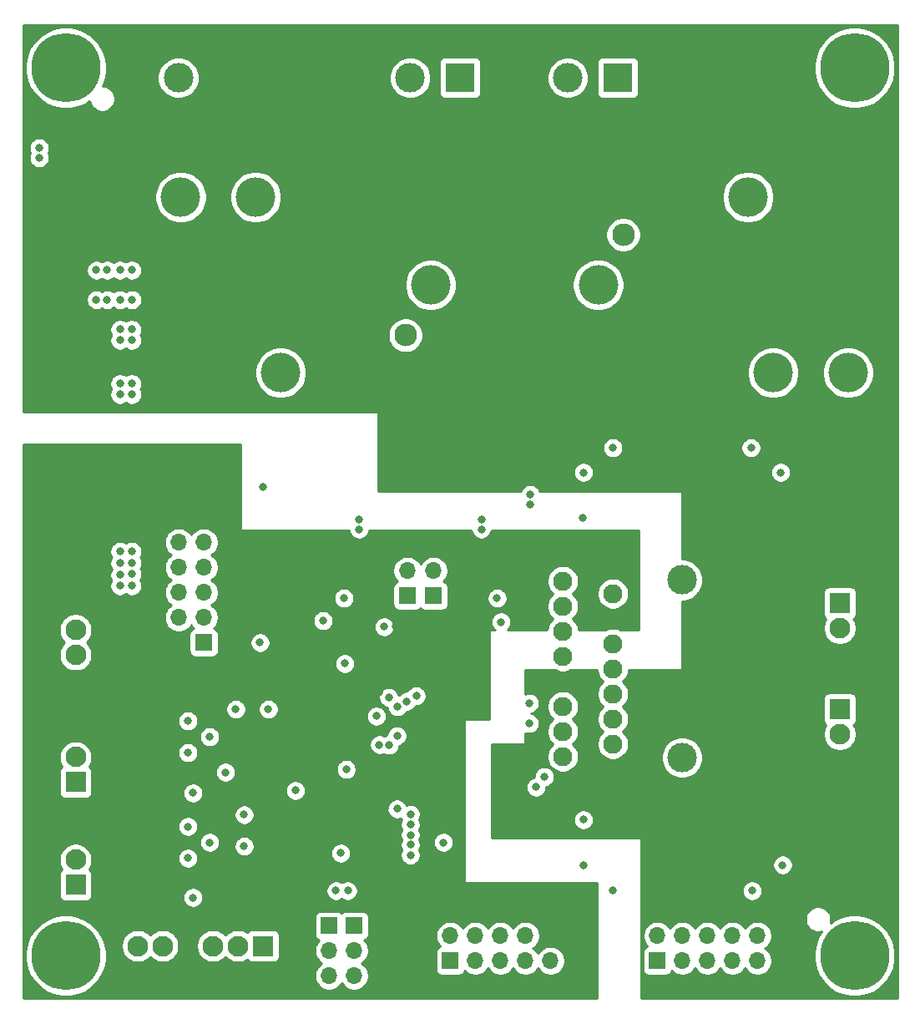
<source format=gbr>
%TF.GenerationSoftware,KiCad,Pcbnew,(5.1.6)-1*%
%TF.CreationDate,2022-04-27T14:58:12+09:00*%
%TF.ProjectId,FP-2500 ICHIMASA,46502d32-3530-4302-9049-4348494d4153,rev?*%
%TF.SameCoordinates,Original*%
%TF.FileFunction,Copper,L3,Inr*%
%TF.FilePolarity,Positive*%
%FSLAX46Y46*%
G04 Gerber Fmt 4.6, Leading zero omitted, Abs format (unit mm)*
G04 Created by KiCad (PCBNEW (5.1.6)-1) date 2022-04-27 14:58:12*
%MOMM*%
%LPD*%
G01*
G04 APERTURE LIST*
%TA.AperFunction,ViaPad*%
%ADD10C,3.000000*%
%TD*%
%TA.AperFunction,ViaPad*%
%ADD11O,1.700000X1.700000*%
%TD*%
%TA.AperFunction,ViaPad*%
%ADD12R,1.700000X1.700000*%
%TD*%
%TA.AperFunction,ViaPad*%
%ADD13C,4.000000*%
%TD*%
%TA.AperFunction,ViaPad*%
%ADD14C,2.300000*%
%TD*%
%TA.AperFunction,ViaPad*%
%ADD15C,2.100000*%
%TD*%
%TA.AperFunction,ViaPad*%
%ADD16R,2.100000X2.100000*%
%TD*%
%TA.AperFunction,ViaPad*%
%ADD17R,3.000000X3.000000*%
%TD*%
%TA.AperFunction,ViaPad*%
%ADD18C,1.950000*%
%TD*%
%TA.AperFunction,ViaPad*%
%ADD19C,0.800000*%
%TD*%
%TA.AperFunction,ViaPad*%
%ADD20C,7.000000*%
%TD*%
%TA.AperFunction,Conductor*%
%ADD21C,0.254000*%
%TD*%
G04 APERTURE END LIST*
D10*
%TO.N,Net-(HS1-Pad1)*%
%TO.C,HS1*%
X89500000Y-164900000D03*
X89500000Y-146900000D03*
%TD*%
D11*
%TO.N,VCC*%
%TO.C,J1*%
X76160000Y-182960000D03*
%TO.N,GND*%
X76160000Y-185500000D03*
%TO.N,/LCD_D7*%
X73620000Y-182960000D03*
%TO.N,/LCD_D6*%
X73620000Y-185500000D03*
%TO.N,/LCD_D5*%
X71080000Y-182960000D03*
%TO.N,/LCD_D4*%
X71080000Y-185500000D03*
%TO.N,/LCD_RS*%
X68540000Y-182960000D03*
%TO.N,/LCD_EN*%
X68540000Y-185500000D03*
%TO.N,/BTN_ENC*%
X66000000Y-182960000D03*
D12*
%TO.N,/BUZZER*%
X66000000Y-185500000D03*
%TD*%
D11*
%TO.N,Net-(J2-Pad10)*%
%TO.C,J2*%
X97160000Y-182960000D03*
%TO.N,GND*%
X97160000Y-185500000D03*
%TO.N,Net-(J2-Pad8)*%
X94620000Y-182960000D03*
%TO.N,Net-(J2-Pad7)*%
X94620000Y-185500000D03*
%TO.N,Net-(J2-Pad6)*%
X92080000Y-182960000D03*
%TO.N,/BTN_EN2*%
X92080000Y-185500000D03*
%TO.N,Net-(J2-Pad4)*%
X89540000Y-182960000D03*
%TO.N,/BTN_EN1*%
X89540000Y-185500000D03*
%TO.N,Net-(J2-Pad2)*%
X87000000Y-182960000D03*
D12*
%TO.N,Net-(J2-Pad1)*%
X87000000Y-185500000D03*
%TD*%
D11*
%TO.N,GND*%
%TO.C,J6*%
X38460000Y-143090000D03*
%TO.N,/MISO_PL2*%
X41000000Y-143090000D03*
%TO.N,GND*%
X38460000Y-145630000D03*
%TO.N,/SCK*%
X41000000Y-145630000D03*
%TO.N,GND*%
X38460000Y-148170000D03*
%TO.N,/RST*%
X41000000Y-148170000D03*
%TO.N,GND*%
X38460000Y-150710000D03*
%TO.N,Net-(J6-Pad3)*%
X41000000Y-150710000D03*
%TO.N,VCC*%
X38460000Y-153250000D03*
D12*
%TO.N,/MOSI_PL1*%
X41000000Y-153250000D03*
%TD*%
D11*
%TO.N,/KILL_SW*%
%TO.C,JP4*%
X53710000Y-187030000D03*
%TO.N,/RX_KILL*%
X53710000Y-184490000D03*
D12*
%TO.N,/RX*%
X53710000Y-181950000D03*
%TD*%
D13*
%TO.N,Net-(RLY1-Pad3)*%
%TO.C,RLY1*%
X38660000Y-108100000D03*
%TO.N,Net-(J4-Pad1)*%
X48800000Y-125900000D03*
D14*
%TO.N,Net-(D4-Pad1)*%
X61460000Y-122100000D03*
D13*
%TO.N,Net-(J4-Pad1)*%
X64000000Y-117000000D03*
D14*
%TO.N,VBUS*%
X61460000Y-111900000D03*
D13*
%TO.N,Net-(J4-Pad2)*%
X46260000Y-108100000D03*
%TD*%
D15*
%TO.N,Net-(D12-Pad1)*%
%TO.C,J10*%
X105500000Y-162540000D03*
D16*
%TO.N,Net-(D11-Pad1)*%
X105500000Y-160000000D03*
%TD*%
D15*
%TO.N,Net-(D10-Pad1)*%
%TO.C,J9*%
X105500000Y-151790000D03*
D16*
%TO.N,Net-(D13-Pad2)*%
X105500000Y-149250000D03*
%TD*%
D10*
%TO.N,Net-(J5-Pad2)*%
%TO.C,J5*%
X77920000Y-96000000D03*
D17*
%TO.N,Net-(J5-Pad1)*%
X83000000Y-96000000D03*
%TD*%
D10*
%TO.N,Net-(J4-Pad2)*%
%TO.C,J4*%
X61920000Y-96000000D03*
D17*
%TO.N,Net-(J4-Pad1)*%
X67000000Y-96000000D03*
%TD*%
D15*
%TO.N,GND*%
%TO.C,J8*%
X28000000Y-164860000D03*
D16*
%TO.N,Net-(C12-Pad1)*%
X28000000Y-167400000D03*
%TD*%
D15*
%TO.N,GND*%
%TO.C,J7*%
X28000000Y-175260000D03*
D16*
%TO.N,Net-(C11-Pad1)*%
X28000000Y-177800000D03*
%TD*%
D18*
%TO.N,GND*%
%TO.C,U3*%
X77420000Y-164790000D03*
%TO.N,Net-(D12-Pad1)*%
X82500000Y-163520000D03*
%TO.N,Net-(D11-Pad1)*%
X77420000Y-162250000D03*
%TO.N,/M2_IN2*%
X82500000Y-160980000D03*
%TO.N,/M2_EN*%
X77420000Y-159710000D03*
%TO.N,/M2_IN1*%
X82500000Y-158440000D03*
%TO.N,VBUS*%
X77420000Y-157170000D03*
%TO.N,GND*%
X82500000Y-155900000D03*
%TO.N,/M1_IN2*%
X77420000Y-154630000D03*
%TO.N,/M1_EN*%
X82500000Y-153360000D03*
%TO.N,/M1_IN1*%
X77420000Y-152090000D03*
%TO.N,VCC*%
X82500000Y-150820000D03*
%TO.N,Net-(D10-Pad1)*%
X77420000Y-149550000D03*
%TO.N,Net-(D13-Pad2)*%
X82500000Y-148280000D03*
%TO.N,GND*%
X77420000Y-147010000D03*
%TD*%
D13*
%TO.N,Net-(RLY2-Pad3)*%
%TO.C,RLY2*%
X106340000Y-125900000D03*
%TO.N,Net-(J5-Pad1)*%
X96200000Y-108100000D03*
D14*
%TO.N,Net-(D5-Pad1)*%
X83540000Y-111900000D03*
D13*
%TO.N,Net-(J5-Pad1)*%
X81000000Y-117000000D03*
D14*
%TO.N,VBUS*%
X83540000Y-122100000D03*
D13*
%TO.N,Net-(J5-Pad2)*%
X98740000Y-125900000D03*
%TD*%
D11*
%TO.N,/BUZZER*%
%TO.C,JP3*%
X56250000Y-187030000D03*
%TO.N,/TX_BUZ*%
X56250000Y-184490000D03*
D12*
%TO.N,/TX*%
X56250000Y-181950000D03*
%TD*%
D11*
%TO.N,Net-(JP2-Pad2)*%
%TO.C,JP2*%
X64300000Y-145960000D03*
D12*
%TO.N,/MISO_PL2*%
X64300000Y-148500000D03*
%TD*%
D11*
%TO.N,Net-(JP1-Pad2)*%
%TO.C,JP1*%
X61650000Y-145960000D03*
D12*
%TO.N,/MOSI_PL1*%
X61650000Y-148500000D03*
%TD*%
D15*
%TO.N,GND*%
%TO.C,J12*%
X28000000Y-151960000D03*
%TO.N,/KILL_SW*%
X28000000Y-154500000D03*
D16*
%TO.N,VCC*%
X28000000Y-157040000D03*
%TD*%
D15*
%TO.N,GND*%
%TO.C,J11*%
X34300000Y-184000000D03*
%TO.N,Net-(J11-Pad5)*%
X36840000Y-184000000D03*
%TO.N,VCC*%
X39380000Y-184000000D03*
%TO.N,/TX*%
X41920000Y-184000000D03*
%TO.N,/RX*%
X44460000Y-184000000D03*
D16*
%TO.N,Net-(J11-Pad1)*%
X47000000Y-184000000D03*
%TD*%
D10*
%TO.N,GND*%
%TO.C,J3*%
X38420000Y-96000000D03*
D17*
%TO.N,VBUS*%
X43500000Y-96000000D03*
%TD*%
D19*
%TO.N,Net-(H4-Pad1)*%
%TO.C,H4*%
X108856155Y-93143845D03*
X107000000Y-92375000D03*
X105143845Y-93143845D03*
X104375000Y-95000000D03*
X105143845Y-96856155D03*
X107000000Y-97625000D03*
X108856155Y-96856155D03*
X109625000Y-95000000D03*
D20*
X107000000Y-95000000D03*
%TD*%
D19*
%TO.N,Net-(H3-Pad1)*%
%TO.C,H3*%
X108856155Y-183143845D03*
X107000000Y-182375000D03*
X105143845Y-183143845D03*
X104375000Y-185000000D03*
X105143845Y-186856155D03*
X107000000Y-187625000D03*
X108856155Y-186856155D03*
X109625000Y-185000000D03*
D20*
X107000000Y-185000000D03*
%TD*%
D19*
%TO.N,Net-(H2-Pad1)*%
%TO.C,H2*%
X28856155Y-183143845D03*
X27000000Y-182375000D03*
X25143845Y-183143845D03*
X24375000Y-185000000D03*
X25143845Y-186856155D03*
X27000000Y-187625000D03*
X28856155Y-186856155D03*
X29625000Y-185000000D03*
D20*
X27000000Y-185000000D03*
%TD*%
D19*
%TO.N,Net-(H1-Pad1)*%
%TO.C,H1*%
X28856155Y-93143845D03*
X27000000Y-92375000D03*
X25143845Y-93143845D03*
X24375000Y-95000000D03*
X25143845Y-96856155D03*
X27000000Y-97625000D03*
X28856155Y-96856155D03*
X29625000Y-95000000D03*
D20*
X27000000Y-95000000D03*
%TD*%
D19*
%TO.N,GND*%
X54400000Y-178400000D03*
X55200000Y-148750000D03*
X47000000Y-137500000D03*
X56750000Y-141750000D03*
X56750000Y-140750000D03*
X24300000Y-103100000D03*
X24300000Y-104100000D03*
X32500000Y-121500000D03*
X32500000Y-122600000D03*
X30100000Y-115500000D03*
X31200000Y-115500000D03*
X32500000Y-115500000D03*
X30100000Y-118500000D03*
X31200000Y-118500000D03*
X32500000Y-118500000D03*
X33700000Y-121500000D03*
X33700000Y-122600000D03*
X33700000Y-118500000D03*
X33700000Y-115500000D03*
X32500000Y-127000000D03*
X33700000Y-127000000D03*
X32500000Y-128100000D03*
X33700000Y-128100000D03*
X32500000Y-146400000D03*
X33700000Y-146300000D03*
X32500000Y-147500000D03*
X33700000Y-147500000D03*
X32500000Y-145200000D03*
X33700000Y-145200000D03*
X32500000Y-144000000D03*
X33700000Y-144000000D03*
X39400000Y-171900000D03*
X41600000Y-173500000D03*
X39400000Y-164400000D03*
X39400000Y-161200000D03*
X41600000Y-162800000D03*
X39400000Y-175100000D03*
X45100000Y-170700000D03*
X59300000Y-151650000D03*
X55300000Y-155375000D03*
X53100000Y-151025000D03*
X61600000Y-159200000D03*
X99500000Y-136000000D03*
X96500000Y-133500000D03*
X82500000Y-133500000D03*
X79500000Y-136000000D03*
X99700000Y-175800000D03*
X96600000Y-178400000D03*
X82500000Y-178400000D03*
X79500000Y-175800000D03*
X69150000Y-140750000D03*
X69150000Y-141750000D03*
X74100000Y-138250000D03*
X74100000Y-139250000D03*
X70750000Y-148750000D03*
X60600000Y-170100000D03*
X55600000Y-178400000D03*
%TO.N,VCC*%
X43000000Y-137500000D03*
X59350000Y-170100000D03*
X69200000Y-155300000D03*
X69200000Y-157400000D03*
X39900000Y-166400000D03*
X39900000Y-177100000D03*
X45100000Y-175900000D03*
X45100000Y-167600000D03*
X45100000Y-165600000D03*
X58800000Y-158300000D03*
X60450000Y-151650000D03*
X24250000Y-137500000D03*
X25500000Y-137500000D03*
X26750000Y-137500000D03*
X24250000Y-138750000D03*
X25500000Y-138750000D03*
X26750000Y-138750000D03*
X24250000Y-134000000D03*
X25500000Y-134000000D03*
X24250000Y-135250000D03*
X25500000Y-135250000D03*
X24250000Y-146250000D03*
X25500000Y-146250000D03*
X26750000Y-146250000D03*
X24250000Y-147500000D03*
X25500000Y-147500000D03*
X26750000Y-147500000D03*
%TO.N,VBUS*%
X39000000Y-129000000D03*
X87000000Y-131500000D03*
X88000000Y-131500000D03*
X89000000Y-131500000D03*
X90000000Y-131500000D03*
X91000000Y-131500000D03*
X92000000Y-131500000D03*
X87000000Y-130500000D03*
X88000000Y-130500000D03*
X89000000Y-130500000D03*
X90000000Y-130500000D03*
X91000000Y-130500000D03*
X92000000Y-130500000D03*
X90000000Y-181100000D03*
X90000000Y-180100000D03*
X88000000Y-180100000D03*
X88000000Y-181100000D03*
X91000000Y-181100000D03*
X87000000Y-181100000D03*
X91000000Y-180100000D03*
X87000000Y-180100000D03*
X89000000Y-180100000D03*
X92000000Y-180100000D03*
X92000000Y-181100000D03*
X89000000Y-181100000D03*
X63450000Y-131450000D03*
X63450000Y-130450000D03*
X61450000Y-130450000D03*
X61450000Y-131450000D03*
X64450000Y-131450000D03*
X60450000Y-131450000D03*
X64450000Y-130450000D03*
X60450000Y-130450000D03*
X62450000Y-130450000D03*
X65450000Y-130450000D03*
X65450000Y-131450000D03*
X62450000Y-131450000D03*
%TO.N,Net-(D10-Pad1)*%
X79400000Y-140600000D03*
%TO.N,Net-(D11-Pad1)*%
X79500000Y-171200000D03*
%TO.N,/BTN_ENC*%
X61950000Y-172750000D03*
X65300000Y-173500000D03*
%TO.N,/BTN_EN2*%
X61950000Y-174800000D03*
%TO.N,/BTN_EN1*%
X61950000Y-173750000D03*
%TO.N,/MISO_PL2*%
X60650000Y-159750000D03*
%TO.N,/SCK*%
X55450000Y-166100000D03*
X45100000Y-173900000D03*
X47550000Y-160000000D03*
X43200000Y-166400000D03*
X44250000Y-160000000D03*
%TO.N,/RST*%
X60600000Y-162700000D03*
X54900000Y-174600000D03*
%TO.N,/MOSI_PL1*%
X59750000Y-158800000D03*
X46700000Y-153250000D03*
%TO.N,/KILL_SW*%
X50300000Y-168250000D03*
%TO.N,/TH1*%
X59800000Y-163650000D03*
X39900000Y-179100000D03*
%TO.N,/TH2*%
X58800000Y-163600000D03*
X39900000Y-168500000D03*
%TO.N,/M2_IN2*%
X74700000Y-167900000D03*
X58500000Y-160700000D03*
X74000000Y-161450000D03*
%TO.N,/M2_IN1*%
X75550000Y-166850000D03*
X74000000Y-159400000D03*
X62550000Y-158650000D03*
%TO.N,/M1_IN2*%
X71150000Y-151150000D03*
%TO.N,/M2_EN*%
X61950000Y-170650000D03*
%TO.N,/M1_EN*%
X61950000Y-171700000D03*
%TD*%
D21*
%TO.N,VCC*%
G36*
X44723000Y-141750000D02*
G01*
X44725440Y-141774776D01*
X44732667Y-141798601D01*
X44744403Y-141820557D01*
X44760197Y-141839803D01*
X44779443Y-141855597D01*
X44801399Y-141867333D01*
X44825224Y-141874560D01*
X44850000Y-141877000D01*
X55719985Y-141877000D01*
X55754774Y-142051898D01*
X55832795Y-142240256D01*
X55946063Y-142409774D01*
X56090226Y-142553937D01*
X56259744Y-142667205D01*
X56448102Y-142745226D01*
X56648061Y-142785000D01*
X56851939Y-142785000D01*
X57051898Y-142745226D01*
X57240256Y-142667205D01*
X57409774Y-142553937D01*
X57553937Y-142409774D01*
X57667205Y-142240256D01*
X57745226Y-142051898D01*
X57780015Y-141877000D01*
X68119985Y-141877000D01*
X68154774Y-142051898D01*
X68232795Y-142240256D01*
X68346063Y-142409774D01*
X68490226Y-142553937D01*
X68659744Y-142667205D01*
X68848102Y-142745226D01*
X69048061Y-142785000D01*
X69251939Y-142785000D01*
X69451898Y-142745226D01*
X69640256Y-142667205D01*
X69809774Y-142553937D01*
X69953937Y-142409774D01*
X70067205Y-142240256D01*
X70145226Y-142051898D01*
X70180015Y-141877000D01*
X85073000Y-141877000D01*
X85073000Y-151973000D01*
X83322131Y-151973000D01*
X83262621Y-151933237D01*
X82969620Y-151811871D01*
X82658571Y-151750000D01*
X82341429Y-151750000D01*
X82030380Y-151811871D01*
X81737379Y-151933237D01*
X81677869Y-151973000D01*
X79030000Y-151973000D01*
X79030000Y-151931429D01*
X78968129Y-151620380D01*
X78846763Y-151327379D01*
X78670569Y-151063685D01*
X78446315Y-150839431D01*
X78417234Y-150820000D01*
X78446315Y-150800569D01*
X78670569Y-150576315D01*
X78846763Y-150312621D01*
X78968129Y-150019620D01*
X79030000Y-149708571D01*
X79030000Y-149391429D01*
X78968129Y-149080380D01*
X78846763Y-148787379D01*
X78670569Y-148523685D01*
X78446315Y-148299431D01*
X78417234Y-148280000D01*
X78446315Y-148260569D01*
X78585455Y-148121429D01*
X80890000Y-148121429D01*
X80890000Y-148438571D01*
X80951871Y-148749620D01*
X81073237Y-149042621D01*
X81249431Y-149306315D01*
X81473685Y-149530569D01*
X81737379Y-149706763D01*
X82030380Y-149828129D01*
X82341429Y-149890000D01*
X82658571Y-149890000D01*
X82969620Y-149828129D01*
X83262621Y-149706763D01*
X83526315Y-149530569D01*
X83750569Y-149306315D01*
X83926763Y-149042621D01*
X84048129Y-148749620D01*
X84110000Y-148438571D01*
X84110000Y-148121429D01*
X84048129Y-147810380D01*
X83926763Y-147517379D01*
X83750569Y-147253685D01*
X83526315Y-147029431D01*
X83262621Y-146853237D01*
X82969620Y-146731871D01*
X82658571Y-146670000D01*
X82341429Y-146670000D01*
X82030380Y-146731871D01*
X81737379Y-146853237D01*
X81473685Y-147029431D01*
X81249431Y-147253685D01*
X81073237Y-147517379D01*
X80951871Y-147810380D01*
X80890000Y-148121429D01*
X78585455Y-148121429D01*
X78670569Y-148036315D01*
X78846763Y-147772621D01*
X78968129Y-147479620D01*
X79030000Y-147168571D01*
X79030000Y-146851429D01*
X78968129Y-146540380D01*
X78846763Y-146247379D01*
X78670569Y-145983685D01*
X78446315Y-145759431D01*
X78182621Y-145583237D01*
X77889620Y-145461871D01*
X77578571Y-145400000D01*
X77261429Y-145400000D01*
X76950380Y-145461871D01*
X76657379Y-145583237D01*
X76393685Y-145759431D01*
X76169431Y-145983685D01*
X75993237Y-146247379D01*
X75871871Y-146540380D01*
X75810000Y-146851429D01*
X75810000Y-147168571D01*
X75871871Y-147479620D01*
X75993237Y-147772621D01*
X76169431Y-148036315D01*
X76393685Y-148260569D01*
X76422766Y-148280000D01*
X76393685Y-148299431D01*
X76169431Y-148523685D01*
X75993237Y-148787379D01*
X75871871Y-149080380D01*
X75810000Y-149391429D01*
X75810000Y-149708571D01*
X75871871Y-150019620D01*
X75993237Y-150312621D01*
X76169431Y-150576315D01*
X76393685Y-150800569D01*
X76422766Y-150820000D01*
X76393685Y-150839431D01*
X76169431Y-151063685D01*
X75993237Y-151327379D01*
X75871871Y-151620380D01*
X75810000Y-151931429D01*
X75810000Y-151973000D01*
X71781244Y-151973000D01*
X71809774Y-151953937D01*
X71953937Y-151809774D01*
X72067205Y-151640256D01*
X72145226Y-151451898D01*
X72185000Y-151251939D01*
X72185000Y-151048061D01*
X72145226Y-150848102D01*
X72067205Y-150659744D01*
X71953937Y-150490226D01*
X71809774Y-150346063D01*
X71640256Y-150232795D01*
X71451898Y-150154774D01*
X71251939Y-150115000D01*
X71048061Y-150115000D01*
X70848102Y-150154774D01*
X70659744Y-150232795D01*
X70490226Y-150346063D01*
X70346063Y-150490226D01*
X70232795Y-150659744D01*
X70154774Y-150848102D01*
X70115000Y-151048061D01*
X70115000Y-151251939D01*
X70154774Y-151451898D01*
X70232795Y-151640256D01*
X70346063Y-151809774D01*
X70490226Y-151953937D01*
X70518756Y-151973000D01*
X70100000Y-151973000D01*
X70075224Y-151975440D01*
X70051399Y-151982667D01*
X70029443Y-151994403D01*
X70010197Y-152010197D01*
X69994403Y-152029443D01*
X69982667Y-152051399D01*
X69975440Y-152075224D01*
X69973000Y-152100000D01*
X69973000Y-160973000D01*
X67550000Y-160973000D01*
X67525224Y-160975440D01*
X67501399Y-160982667D01*
X67479443Y-160994403D01*
X67460197Y-161010197D01*
X67444403Y-161029443D01*
X67432667Y-161051399D01*
X67425440Y-161075224D01*
X67423000Y-161100000D01*
X67423000Y-177500000D01*
X67425440Y-177524776D01*
X67432667Y-177548601D01*
X67444403Y-177570557D01*
X67460197Y-177589803D01*
X67479443Y-177605597D01*
X67501399Y-177617333D01*
X67525224Y-177624560D01*
X67550000Y-177627000D01*
X80873000Y-177627000D01*
X80873000Y-189315000D01*
X22685000Y-189315000D01*
X22685000Y-184592738D01*
X22865000Y-184592738D01*
X22865000Y-185407262D01*
X23023906Y-186206135D01*
X23335611Y-186958657D01*
X23788136Y-187635909D01*
X24364091Y-188211864D01*
X25041343Y-188664389D01*
X25793865Y-188976094D01*
X26592738Y-189135000D01*
X27407262Y-189135000D01*
X28206135Y-188976094D01*
X28958657Y-188664389D01*
X29635909Y-188211864D01*
X30211864Y-187635909D01*
X30664389Y-186958657D01*
X30976094Y-186206135D01*
X31135000Y-185407262D01*
X31135000Y-184592738D01*
X30984086Y-183834042D01*
X32615000Y-183834042D01*
X32615000Y-184165958D01*
X32679754Y-184491496D01*
X32806772Y-184798147D01*
X32991175Y-185074125D01*
X33225875Y-185308825D01*
X33501853Y-185493228D01*
X33808504Y-185620246D01*
X34134042Y-185685000D01*
X34465958Y-185685000D01*
X34791496Y-185620246D01*
X35098147Y-185493228D01*
X35374125Y-185308825D01*
X35570000Y-185112950D01*
X35765875Y-185308825D01*
X36041853Y-185493228D01*
X36348504Y-185620246D01*
X36674042Y-185685000D01*
X37005958Y-185685000D01*
X37331496Y-185620246D01*
X37638147Y-185493228D01*
X37914125Y-185308825D01*
X38148825Y-185074125D01*
X38333228Y-184798147D01*
X38460246Y-184491496D01*
X38525000Y-184165958D01*
X38525000Y-183834042D01*
X40235000Y-183834042D01*
X40235000Y-184165958D01*
X40299754Y-184491496D01*
X40426772Y-184798147D01*
X40611175Y-185074125D01*
X40845875Y-185308825D01*
X41121853Y-185493228D01*
X41428504Y-185620246D01*
X41754042Y-185685000D01*
X42085958Y-185685000D01*
X42411496Y-185620246D01*
X42718147Y-185493228D01*
X42994125Y-185308825D01*
X43190000Y-185112950D01*
X43385875Y-185308825D01*
X43661853Y-185493228D01*
X43968504Y-185620246D01*
X44294042Y-185685000D01*
X44625958Y-185685000D01*
X44951496Y-185620246D01*
X45258147Y-185493228D01*
X45411958Y-185390454D01*
X45419463Y-185404494D01*
X45498815Y-185501185D01*
X45595506Y-185580537D01*
X45705820Y-185639502D01*
X45825518Y-185675812D01*
X45950000Y-185688072D01*
X48050000Y-185688072D01*
X48174482Y-185675812D01*
X48294180Y-185639502D01*
X48404494Y-185580537D01*
X48501185Y-185501185D01*
X48580537Y-185404494D01*
X48639502Y-185294180D01*
X48675812Y-185174482D01*
X48688072Y-185050000D01*
X48688072Y-182950000D01*
X48675812Y-182825518D01*
X48639502Y-182705820D01*
X48580537Y-182595506D01*
X48501185Y-182498815D01*
X48404494Y-182419463D01*
X48294180Y-182360498D01*
X48174482Y-182324188D01*
X48050000Y-182311928D01*
X45950000Y-182311928D01*
X45825518Y-182324188D01*
X45705820Y-182360498D01*
X45595506Y-182419463D01*
X45498815Y-182498815D01*
X45419463Y-182595506D01*
X45411958Y-182609546D01*
X45258147Y-182506772D01*
X44951496Y-182379754D01*
X44625958Y-182315000D01*
X44294042Y-182315000D01*
X43968504Y-182379754D01*
X43661853Y-182506772D01*
X43385875Y-182691175D01*
X43190000Y-182887050D01*
X42994125Y-182691175D01*
X42718147Y-182506772D01*
X42411496Y-182379754D01*
X42085958Y-182315000D01*
X41754042Y-182315000D01*
X41428504Y-182379754D01*
X41121853Y-182506772D01*
X40845875Y-182691175D01*
X40611175Y-182925875D01*
X40426772Y-183201853D01*
X40299754Y-183508504D01*
X40235000Y-183834042D01*
X38525000Y-183834042D01*
X38460246Y-183508504D01*
X38333228Y-183201853D01*
X38148825Y-182925875D01*
X37914125Y-182691175D01*
X37638147Y-182506772D01*
X37331496Y-182379754D01*
X37005958Y-182315000D01*
X36674042Y-182315000D01*
X36348504Y-182379754D01*
X36041853Y-182506772D01*
X35765875Y-182691175D01*
X35570000Y-182887050D01*
X35374125Y-182691175D01*
X35098147Y-182506772D01*
X34791496Y-182379754D01*
X34465958Y-182315000D01*
X34134042Y-182315000D01*
X33808504Y-182379754D01*
X33501853Y-182506772D01*
X33225875Y-182691175D01*
X32991175Y-182925875D01*
X32806772Y-183201853D01*
X32679754Y-183508504D01*
X32615000Y-183834042D01*
X30984086Y-183834042D01*
X30976094Y-183793865D01*
X30664389Y-183041343D01*
X30211864Y-182364091D01*
X29635909Y-181788136D01*
X28958657Y-181335611D01*
X28389843Y-181100000D01*
X52221928Y-181100000D01*
X52221928Y-182800000D01*
X52234188Y-182924482D01*
X52270498Y-183044180D01*
X52329463Y-183154494D01*
X52408815Y-183251185D01*
X52505506Y-183330537D01*
X52615820Y-183389502D01*
X52688380Y-183411513D01*
X52556525Y-183543368D01*
X52394010Y-183786589D01*
X52282068Y-184056842D01*
X52225000Y-184343740D01*
X52225000Y-184636260D01*
X52282068Y-184923158D01*
X52394010Y-185193411D01*
X52556525Y-185436632D01*
X52763368Y-185643475D01*
X52937760Y-185760000D01*
X52763368Y-185876525D01*
X52556525Y-186083368D01*
X52394010Y-186326589D01*
X52282068Y-186596842D01*
X52225000Y-186883740D01*
X52225000Y-187176260D01*
X52282068Y-187463158D01*
X52394010Y-187733411D01*
X52556525Y-187976632D01*
X52763368Y-188183475D01*
X53006589Y-188345990D01*
X53276842Y-188457932D01*
X53563740Y-188515000D01*
X53856260Y-188515000D01*
X54143158Y-188457932D01*
X54413411Y-188345990D01*
X54656632Y-188183475D01*
X54863475Y-187976632D01*
X54980000Y-187802240D01*
X55096525Y-187976632D01*
X55303368Y-188183475D01*
X55546589Y-188345990D01*
X55816842Y-188457932D01*
X56103740Y-188515000D01*
X56396260Y-188515000D01*
X56683158Y-188457932D01*
X56953411Y-188345990D01*
X57196632Y-188183475D01*
X57403475Y-187976632D01*
X57565990Y-187733411D01*
X57677932Y-187463158D01*
X57735000Y-187176260D01*
X57735000Y-186883740D01*
X57677932Y-186596842D01*
X57565990Y-186326589D01*
X57403475Y-186083368D01*
X57196632Y-185876525D01*
X57022240Y-185760000D01*
X57196632Y-185643475D01*
X57403475Y-185436632D01*
X57565990Y-185193411D01*
X57677932Y-184923158D01*
X57732266Y-184650000D01*
X64511928Y-184650000D01*
X64511928Y-186350000D01*
X64524188Y-186474482D01*
X64560498Y-186594180D01*
X64619463Y-186704494D01*
X64698815Y-186801185D01*
X64795506Y-186880537D01*
X64905820Y-186939502D01*
X65025518Y-186975812D01*
X65150000Y-186988072D01*
X66850000Y-186988072D01*
X66974482Y-186975812D01*
X67094180Y-186939502D01*
X67204494Y-186880537D01*
X67301185Y-186801185D01*
X67380537Y-186704494D01*
X67439502Y-186594180D01*
X67461513Y-186521620D01*
X67593368Y-186653475D01*
X67836589Y-186815990D01*
X68106842Y-186927932D01*
X68393740Y-186985000D01*
X68686260Y-186985000D01*
X68973158Y-186927932D01*
X69243411Y-186815990D01*
X69486632Y-186653475D01*
X69693475Y-186446632D01*
X69810000Y-186272240D01*
X69926525Y-186446632D01*
X70133368Y-186653475D01*
X70376589Y-186815990D01*
X70646842Y-186927932D01*
X70933740Y-186985000D01*
X71226260Y-186985000D01*
X71513158Y-186927932D01*
X71783411Y-186815990D01*
X72026632Y-186653475D01*
X72233475Y-186446632D01*
X72350000Y-186272240D01*
X72466525Y-186446632D01*
X72673368Y-186653475D01*
X72916589Y-186815990D01*
X73186842Y-186927932D01*
X73473740Y-186985000D01*
X73766260Y-186985000D01*
X74053158Y-186927932D01*
X74323411Y-186815990D01*
X74566632Y-186653475D01*
X74773475Y-186446632D01*
X74890000Y-186272240D01*
X75006525Y-186446632D01*
X75213368Y-186653475D01*
X75456589Y-186815990D01*
X75726842Y-186927932D01*
X76013740Y-186985000D01*
X76306260Y-186985000D01*
X76593158Y-186927932D01*
X76863411Y-186815990D01*
X77106632Y-186653475D01*
X77313475Y-186446632D01*
X77475990Y-186203411D01*
X77587932Y-185933158D01*
X77645000Y-185646260D01*
X77645000Y-185353740D01*
X77587932Y-185066842D01*
X77475990Y-184796589D01*
X77313475Y-184553368D01*
X77106632Y-184346525D01*
X76863411Y-184184010D01*
X76593158Y-184072068D01*
X76306260Y-184015000D01*
X76013740Y-184015000D01*
X75726842Y-184072068D01*
X75456589Y-184184010D01*
X75213368Y-184346525D01*
X75006525Y-184553368D01*
X74890000Y-184727760D01*
X74773475Y-184553368D01*
X74566632Y-184346525D01*
X74392240Y-184230000D01*
X74566632Y-184113475D01*
X74773475Y-183906632D01*
X74935990Y-183663411D01*
X75047932Y-183393158D01*
X75105000Y-183106260D01*
X75105000Y-182813740D01*
X75047932Y-182526842D01*
X74935990Y-182256589D01*
X74773475Y-182013368D01*
X74566632Y-181806525D01*
X74323411Y-181644010D01*
X74053158Y-181532068D01*
X73766260Y-181475000D01*
X73473740Y-181475000D01*
X73186842Y-181532068D01*
X72916589Y-181644010D01*
X72673368Y-181806525D01*
X72466525Y-182013368D01*
X72350000Y-182187760D01*
X72233475Y-182013368D01*
X72026632Y-181806525D01*
X71783411Y-181644010D01*
X71513158Y-181532068D01*
X71226260Y-181475000D01*
X70933740Y-181475000D01*
X70646842Y-181532068D01*
X70376589Y-181644010D01*
X70133368Y-181806525D01*
X69926525Y-182013368D01*
X69810000Y-182187760D01*
X69693475Y-182013368D01*
X69486632Y-181806525D01*
X69243411Y-181644010D01*
X68973158Y-181532068D01*
X68686260Y-181475000D01*
X68393740Y-181475000D01*
X68106842Y-181532068D01*
X67836589Y-181644010D01*
X67593368Y-181806525D01*
X67386525Y-182013368D01*
X67270000Y-182187760D01*
X67153475Y-182013368D01*
X66946632Y-181806525D01*
X66703411Y-181644010D01*
X66433158Y-181532068D01*
X66146260Y-181475000D01*
X65853740Y-181475000D01*
X65566842Y-181532068D01*
X65296589Y-181644010D01*
X65053368Y-181806525D01*
X64846525Y-182013368D01*
X64684010Y-182256589D01*
X64572068Y-182526842D01*
X64515000Y-182813740D01*
X64515000Y-183106260D01*
X64572068Y-183393158D01*
X64684010Y-183663411D01*
X64846525Y-183906632D01*
X64978380Y-184038487D01*
X64905820Y-184060498D01*
X64795506Y-184119463D01*
X64698815Y-184198815D01*
X64619463Y-184295506D01*
X64560498Y-184405820D01*
X64524188Y-184525518D01*
X64511928Y-184650000D01*
X57732266Y-184650000D01*
X57735000Y-184636260D01*
X57735000Y-184343740D01*
X57677932Y-184056842D01*
X57565990Y-183786589D01*
X57403475Y-183543368D01*
X57271620Y-183411513D01*
X57344180Y-183389502D01*
X57454494Y-183330537D01*
X57551185Y-183251185D01*
X57630537Y-183154494D01*
X57689502Y-183044180D01*
X57725812Y-182924482D01*
X57738072Y-182800000D01*
X57738072Y-181100000D01*
X57725812Y-180975518D01*
X57689502Y-180855820D01*
X57630537Y-180745506D01*
X57551185Y-180648815D01*
X57454494Y-180569463D01*
X57344180Y-180510498D01*
X57224482Y-180474188D01*
X57100000Y-180461928D01*
X55400000Y-180461928D01*
X55275518Y-180474188D01*
X55155820Y-180510498D01*
X55045506Y-180569463D01*
X54980000Y-180623222D01*
X54914494Y-180569463D01*
X54804180Y-180510498D01*
X54684482Y-180474188D01*
X54560000Y-180461928D01*
X52860000Y-180461928D01*
X52735518Y-180474188D01*
X52615820Y-180510498D01*
X52505506Y-180569463D01*
X52408815Y-180648815D01*
X52329463Y-180745506D01*
X52270498Y-180855820D01*
X52234188Y-180975518D01*
X52221928Y-181100000D01*
X28389843Y-181100000D01*
X28206135Y-181023906D01*
X27407262Y-180865000D01*
X26592738Y-180865000D01*
X25793865Y-181023906D01*
X25041343Y-181335611D01*
X24364091Y-181788136D01*
X23788136Y-182364091D01*
X23335611Y-183041343D01*
X23023906Y-183793865D01*
X22865000Y-184592738D01*
X22685000Y-184592738D01*
X22685000Y-176750000D01*
X26311928Y-176750000D01*
X26311928Y-178850000D01*
X26324188Y-178974482D01*
X26360498Y-179094180D01*
X26419463Y-179204494D01*
X26498815Y-179301185D01*
X26595506Y-179380537D01*
X26705820Y-179439502D01*
X26825518Y-179475812D01*
X26950000Y-179488072D01*
X29050000Y-179488072D01*
X29174482Y-179475812D01*
X29294180Y-179439502D01*
X29404494Y-179380537D01*
X29501185Y-179301185D01*
X29580537Y-179204494D01*
X29639502Y-179094180D01*
X29668659Y-178998061D01*
X38865000Y-178998061D01*
X38865000Y-179201939D01*
X38904774Y-179401898D01*
X38982795Y-179590256D01*
X39096063Y-179759774D01*
X39240226Y-179903937D01*
X39409744Y-180017205D01*
X39598102Y-180095226D01*
X39798061Y-180135000D01*
X40001939Y-180135000D01*
X40201898Y-180095226D01*
X40390256Y-180017205D01*
X40559774Y-179903937D01*
X40703937Y-179759774D01*
X40817205Y-179590256D01*
X40895226Y-179401898D01*
X40935000Y-179201939D01*
X40935000Y-178998061D01*
X40895226Y-178798102D01*
X40817205Y-178609744D01*
X40703937Y-178440226D01*
X40561772Y-178298061D01*
X53365000Y-178298061D01*
X53365000Y-178501939D01*
X53404774Y-178701898D01*
X53482795Y-178890256D01*
X53596063Y-179059774D01*
X53740226Y-179203937D01*
X53909744Y-179317205D01*
X54098102Y-179395226D01*
X54298061Y-179435000D01*
X54501939Y-179435000D01*
X54701898Y-179395226D01*
X54890256Y-179317205D01*
X55000000Y-179243877D01*
X55109744Y-179317205D01*
X55298102Y-179395226D01*
X55498061Y-179435000D01*
X55701939Y-179435000D01*
X55901898Y-179395226D01*
X56090256Y-179317205D01*
X56259774Y-179203937D01*
X56403937Y-179059774D01*
X56517205Y-178890256D01*
X56595226Y-178701898D01*
X56635000Y-178501939D01*
X56635000Y-178298061D01*
X56595226Y-178098102D01*
X56517205Y-177909744D01*
X56403937Y-177740226D01*
X56259774Y-177596063D01*
X56090256Y-177482795D01*
X55901898Y-177404774D01*
X55701939Y-177365000D01*
X55498061Y-177365000D01*
X55298102Y-177404774D01*
X55109744Y-177482795D01*
X55000000Y-177556123D01*
X54890256Y-177482795D01*
X54701898Y-177404774D01*
X54501939Y-177365000D01*
X54298061Y-177365000D01*
X54098102Y-177404774D01*
X53909744Y-177482795D01*
X53740226Y-177596063D01*
X53596063Y-177740226D01*
X53482795Y-177909744D01*
X53404774Y-178098102D01*
X53365000Y-178298061D01*
X40561772Y-178298061D01*
X40559774Y-178296063D01*
X40390256Y-178182795D01*
X40201898Y-178104774D01*
X40001939Y-178065000D01*
X39798061Y-178065000D01*
X39598102Y-178104774D01*
X39409744Y-178182795D01*
X39240226Y-178296063D01*
X39096063Y-178440226D01*
X38982795Y-178609744D01*
X38904774Y-178798102D01*
X38865000Y-178998061D01*
X29668659Y-178998061D01*
X29675812Y-178974482D01*
X29688072Y-178850000D01*
X29688072Y-176750000D01*
X29675812Y-176625518D01*
X29639502Y-176505820D01*
X29580537Y-176395506D01*
X29501185Y-176298815D01*
X29404494Y-176219463D01*
X29390454Y-176211958D01*
X29493228Y-176058147D01*
X29620246Y-175751496D01*
X29685000Y-175425958D01*
X29685000Y-175094042D01*
X29665909Y-174998061D01*
X38365000Y-174998061D01*
X38365000Y-175201939D01*
X38404774Y-175401898D01*
X38482795Y-175590256D01*
X38596063Y-175759774D01*
X38740226Y-175903937D01*
X38909744Y-176017205D01*
X39098102Y-176095226D01*
X39298061Y-176135000D01*
X39501939Y-176135000D01*
X39701898Y-176095226D01*
X39890256Y-176017205D01*
X40059774Y-175903937D01*
X40203937Y-175759774D01*
X40317205Y-175590256D01*
X40395226Y-175401898D01*
X40435000Y-175201939D01*
X40435000Y-174998061D01*
X40395226Y-174798102D01*
X40317205Y-174609744D01*
X40203937Y-174440226D01*
X40059774Y-174296063D01*
X39890256Y-174182795D01*
X39701898Y-174104774D01*
X39501939Y-174065000D01*
X39298061Y-174065000D01*
X39098102Y-174104774D01*
X38909744Y-174182795D01*
X38740226Y-174296063D01*
X38596063Y-174440226D01*
X38482795Y-174609744D01*
X38404774Y-174798102D01*
X38365000Y-174998061D01*
X29665909Y-174998061D01*
X29620246Y-174768504D01*
X29493228Y-174461853D01*
X29308825Y-174185875D01*
X29074125Y-173951175D01*
X28798147Y-173766772D01*
X28491496Y-173639754D01*
X28165958Y-173575000D01*
X27834042Y-173575000D01*
X27508504Y-173639754D01*
X27201853Y-173766772D01*
X26925875Y-173951175D01*
X26691175Y-174185875D01*
X26506772Y-174461853D01*
X26379754Y-174768504D01*
X26315000Y-175094042D01*
X26315000Y-175425958D01*
X26379754Y-175751496D01*
X26506772Y-176058147D01*
X26609546Y-176211958D01*
X26595506Y-176219463D01*
X26498815Y-176298815D01*
X26419463Y-176395506D01*
X26360498Y-176505820D01*
X26324188Y-176625518D01*
X26311928Y-176750000D01*
X22685000Y-176750000D01*
X22685000Y-173398061D01*
X40565000Y-173398061D01*
X40565000Y-173601939D01*
X40604774Y-173801898D01*
X40682795Y-173990256D01*
X40796063Y-174159774D01*
X40940226Y-174303937D01*
X41109744Y-174417205D01*
X41298102Y-174495226D01*
X41498061Y-174535000D01*
X41701939Y-174535000D01*
X41901898Y-174495226D01*
X42090256Y-174417205D01*
X42259774Y-174303937D01*
X42403937Y-174159774D01*
X42517205Y-173990256D01*
X42595226Y-173801898D01*
X42595989Y-173798061D01*
X44065000Y-173798061D01*
X44065000Y-174001939D01*
X44104774Y-174201898D01*
X44182795Y-174390256D01*
X44296063Y-174559774D01*
X44440226Y-174703937D01*
X44609744Y-174817205D01*
X44798102Y-174895226D01*
X44998061Y-174935000D01*
X45201939Y-174935000D01*
X45401898Y-174895226D01*
X45590256Y-174817205D01*
X45759774Y-174703937D01*
X45903937Y-174559774D01*
X45945172Y-174498061D01*
X53865000Y-174498061D01*
X53865000Y-174701939D01*
X53904774Y-174901898D01*
X53982795Y-175090256D01*
X54096063Y-175259774D01*
X54240226Y-175403937D01*
X54409744Y-175517205D01*
X54598102Y-175595226D01*
X54798061Y-175635000D01*
X55001939Y-175635000D01*
X55201898Y-175595226D01*
X55390256Y-175517205D01*
X55559774Y-175403937D01*
X55703937Y-175259774D01*
X55817205Y-175090256D01*
X55895226Y-174901898D01*
X55935000Y-174701939D01*
X55935000Y-174498061D01*
X55895226Y-174298102D01*
X55817205Y-174109744D01*
X55703937Y-173940226D01*
X55559774Y-173796063D01*
X55390256Y-173682795D01*
X55201898Y-173604774D01*
X55001939Y-173565000D01*
X54798061Y-173565000D01*
X54598102Y-173604774D01*
X54409744Y-173682795D01*
X54240226Y-173796063D01*
X54096063Y-173940226D01*
X53982795Y-174109744D01*
X53904774Y-174298102D01*
X53865000Y-174498061D01*
X45945172Y-174498061D01*
X46017205Y-174390256D01*
X46095226Y-174201898D01*
X46135000Y-174001939D01*
X46135000Y-173798061D01*
X46095226Y-173598102D01*
X46017205Y-173409744D01*
X45903937Y-173240226D01*
X45759774Y-173096063D01*
X45590256Y-172982795D01*
X45401898Y-172904774D01*
X45201939Y-172865000D01*
X44998061Y-172865000D01*
X44798102Y-172904774D01*
X44609744Y-172982795D01*
X44440226Y-173096063D01*
X44296063Y-173240226D01*
X44182795Y-173409744D01*
X44104774Y-173598102D01*
X44065000Y-173798061D01*
X42595989Y-173798061D01*
X42635000Y-173601939D01*
X42635000Y-173398061D01*
X42595226Y-173198102D01*
X42517205Y-173009744D01*
X42403937Y-172840226D01*
X42259774Y-172696063D01*
X42090256Y-172582795D01*
X41901898Y-172504774D01*
X41701939Y-172465000D01*
X41498061Y-172465000D01*
X41298102Y-172504774D01*
X41109744Y-172582795D01*
X40940226Y-172696063D01*
X40796063Y-172840226D01*
X40682795Y-173009744D01*
X40604774Y-173198102D01*
X40565000Y-173398061D01*
X22685000Y-173398061D01*
X22685000Y-171798061D01*
X38365000Y-171798061D01*
X38365000Y-172001939D01*
X38404774Y-172201898D01*
X38482795Y-172390256D01*
X38596063Y-172559774D01*
X38740226Y-172703937D01*
X38909744Y-172817205D01*
X39098102Y-172895226D01*
X39298061Y-172935000D01*
X39501939Y-172935000D01*
X39701898Y-172895226D01*
X39890256Y-172817205D01*
X40059774Y-172703937D01*
X40203937Y-172559774D01*
X40317205Y-172390256D01*
X40395226Y-172201898D01*
X40435000Y-172001939D01*
X40435000Y-171798061D01*
X40395226Y-171598102D01*
X40317205Y-171409744D01*
X40203937Y-171240226D01*
X40059774Y-171096063D01*
X39890256Y-170982795D01*
X39701898Y-170904774D01*
X39501939Y-170865000D01*
X39298061Y-170865000D01*
X39098102Y-170904774D01*
X38909744Y-170982795D01*
X38740226Y-171096063D01*
X38596063Y-171240226D01*
X38482795Y-171409744D01*
X38404774Y-171598102D01*
X38365000Y-171798061D01*
X22685000Y-171798061D01*
X22685000Y-170598061D01*
X44065000Y-170598061D01*
X44065000Y-170801939D01*
X44104774Y-171001898D01*
X44182795Y-171190256D01*
X44296063Y-171359774D01*
X44440226Y-171503937D01*
X44609744Y-171617205D01*
X44798102Y-171695226D01*
X44998061Y-171735000D01*
X45201939Y-171735000D01*
X45401898Y-171695226D01*
X45590256Y-171617205D01*
X45759774Y-171503937D01*
X45903937Y-171359774D01*
X46017205Y-171190256D01*
X46095226Y-171001898D01*
X46135000Y-170801939D01*
X46135000Y-170598061D01*
X46095226Y-170398102D01*
X46017205Y-170209744D01*
X45903937Y-170040226D01*
X45861772Y-169998061D01*
X59565000Y-169998061D01*
X59565000Y-170201939D01*
X59604774Y-170401898D01*
X59682795Y-170590256D01*
X59796063Y-170759774D01*
X59940226Y-170903937D01*
X60109744Y-171017205D01*
X60298102Y-171095226D01*
X60498061Y-171135000D01*
X60701939Y-171135000D01*
X60901898Y-171095226D01*
X60997705Y-171055541D01*
X61032795Y-171140256D01*
X61056010Y-171175000D01*
X61032795Y-171209744D01*
X60954774Y-171398102D01*
X60915000Y-171598061D01*
X60915000Y-171801939D01*
X60954774Y-172001898D01*
X61032795Y-172190256D01*
X61056010Y-172225000D01*
X61032795Y-172259744D01*
X60954774Y-172448102D01*
X60915000Y-172648061D01*
X60915000Y-172851939D01*
X60954774Y-173051898D01*
X61032795Y-173240256D01*
X61039306Y-173250000D01*
X61032795Y-173259744D01*
X60954774Y-173448102D01*
X60915000Y-173648061D01*
X60915000Y-173851939D01*
X60954774Y-174051898D01*
X61032795Y-174240256D01*
X61056010Y-174275000D01*
X61032795Y-174309744D01*
X60954774Y-174498102D01*
X60915000Y-174698061D01*
X60915000Y-174901939D01*
X60954774Y-175101898D01*
X61032795Y-175290256D01*
X61146063Y-175459774D01*
X61290226Y-175603937D01*
X61459744Y-175717205D01*
X61648102Y-175795226D01*
X61848061Y-175835000D01*
X62051939Y-175835000D01*
X62251898Y-175795226D01*
X62440256Y-175717205D01*
X62609774Y-175603937D01*
X62753937Y-175459774D01*
X62867205Y-175290256D01*
X62945226Y-175101898D01*
X62985000Y-174901939D01*
X62985000Y-174698061D01*
X62945226Y-174498102D01*
X62867205Y-174309744D01*
X62843990Y-174275000D01*
X62867205Y-174240256D01*
X62945226Y-174051898D01*
X62985000Y-173851939D01*
X62985000Y-173648061D01*
X62945226Y-173448102D01*
X62924499Y-173398061D01*
X64265000Y-173398061D01*
X64265000Y-173601939D01*
X64304774Y-173801898D01*
X64382795Y-173990256D01*
X64496063Y-174159774D01*
X64640226Y-174303937D01*
X64809744Y-174417205D01*
X64998102Y-174495226D01*
X65198061Y-174535000D01*
X65401939Y-174535000D01*
X65601898Y-174495226D01*
X65790256Y-174417205D01*
X65959774Y-174303937D01*
X66103937Y-174159774D01*
X66217205Y-173990256D01*
X66295226Y-173801898D01*
X66335000Y-173601939D01*
X66335000Y-173398061D01*
X66295226Y-173198102D01*
X66217205Y-173009744D01*
X66103937Y-172840226D01*
X65959774Y-172696063D01*
X65790256Y-172582795D01*
X65601898Y-172504774D01*
X65401939Y-172465000D01*
X65198061Y-172465000D01*
X64998102Y-172504774D01*
X64809744Y-172582795D01*
X64640226Y-172696063D01*
X64496063Y-172840226D01*
X64382795Y-173009744D01*
X64304774Y-173198102D01*
X64265000Y-173398061D01*
X62924499Y-173398061D01*
X62867205Y-173259744D01*
X62860694Y-173250000D01*
X62867205Y-173240256D01*
X62945226Y-173051898D01*
X62985000Y-172851939D01*
X62985000Y-172648061D01*
X62945226Y-172448102D01*
X62867205Y-172259744D01*
X62843990Y-172225000D01*
X62867205Y-172190256D01*
X62945226Y-172001898D01*
X62985000Y-171801939D01*
X62985000Y-171598061D01*
X62945226Y-171398102D01*
X62867205Y-171209744D01*
X62843990Y-171175000D01*
X62867205Y-171140256D01*
X62945226Y-170951898D01*
X62985000Y-170751939D01*
X62985000Y-170548061D01*
X62945226Y-170348102D01*
X62867205Y-170159744D01*
X62753937Y-169990226D01*
X62609774Y-169846063D01*
X62440256Y-169732795D01*
X62251898Y-169654774D01*
X62051939Y-169615000D01*
X61848061Y-169615000D01*
X61648102Y-169654774D01*
X61552295Y-169694459D01*
X61517205Y-169609744D01*
X61403937Y-169440226D01*
X61259774Y-169296063D01*
X61090256Y-169182795D01*
X60901898Y-169104774D01*
X60701939Y-169065000D01*
X60498061Y-169065000D01*
X60298102Y-169104774D01*
X60109744Y-169182795D01*
X59940226Y-169296063D01*
X59796063Y-169440226D01*
X59682795Y-169609744D01*
X59604774Y-169798102D01*
X59565000Y-169998061D01*
X45861772Y-169998061D01*
X45759774Y-169896063D01*
X45590256Y-169782795D01*
X45401898Y-169704774D01*
X45201939Y-169665000D01*
X44998061Y-169665000D01*
X44798102Y-169704774D01*
X44609744Y-169782795D01*
X44440226Y-169896063D01*
X44296063Y-170040226D01*
X44182795Y-170209744D01*
X44104774Y-170398102D01*
X44065000Y-170598061D01*
X22685000Y-170598061D01*
X22685000Y-166350000D01*
X26311928Y-166350000D01*
X26311928Y-168450000D01*
X26324188Y-168574482D01*
X26360498Y-168694180D01*
X26419463Y-168804494D01*
X26498815Y-168901185D01*
X26595506Y-168980537D01*
X26705820Y-169039502D01*
X26825518Y-169075812D01*
X26950000Y-169088072D01*
X29050000Y-169088072D01*
X29174482Y-169075812D01*
X29294180Y-169039502D01*
X29404494Y-168980537D01*
X29501185Y-168901185D01*
X29580537Y-168804494D01*
X29639502Y-168694180D01*
X29675812Y-168574482D01*
X29688072Y-168450000D01*
X29688072Y-168398061D01*
X38865000Y-168398061D01*
X38865000Y-168601939D01*
X38904774Y-168801898D01*
X38982795Y-168990256D01*
X39096063Y-169159774D01*
X39240226Y-169303937D01*
X39409744Y-169417205D01*
X39598102Y-169495226D01*
X39798061Y-169535000D01*
X40001939Y-169535000D01*
X40201898Y-169495226D01*
X40390256Y-169417205D01*
X40559774Y-169303937D01*
X40703937Y-169159774D01*
X40817205Y-168990256D01*
X40895226Y-168801898D01*
X40935000Y-168601939D01*
X40935000Y-168398061D01*
X40895226Y-168198102D01*
X40874499Y-168148061D01*
X49265000Y-168148061D01*
X49265000Y-168351939D01*
X49304774Y-168551898D01*
X49382795Y-168740256D01*
X49496063Y-168909774D01*
X49640226Y-169053937D01*
X49809744Y-169167205D01*
X49998102Y-169245226D01*
X50198061Y-169285000D01*
X50401939Y-169285000D01*
X50601898Y-169245226D01*
X50790256Y-169167205D01*
X50959774Y-169053937D01*
X51103937Y-168909774D01*
X51217205Y-168740256D01*
X51295226Y-168551898D01*
X51335000Y-168351939D01*
X51335000Y-168148061D01*
X51295226Y-167948102D01*
X51217205Y-167759744D01*
X51103937Y-167590226D01*
X50959774Y-167446063D01*
X50790256Y-167332795D01*
X50601898Y-167254774D01*
X50401939Y-167215000D01*
X50198061Y-167215000D01*
X49998102Y-167254774D01*
X49809744Y-167332795D01*
X49640226Y-167446063D01*
X49496063Y-167590226D01*
X49382795Y-167759744D01*
X49304774Y-167948102D01*
X49265000Y-168148061D01*
X40874499Y-168148061D01*
X40817205Y-168009744D01*
X40703937Y-167840226D01*
X40559774Y-167696063D01*
X40390256Y-167582795D01*
X40201898Y-167504774D01*
X40001939Y-167465000D01*
X39798061Y-167465000D01*
X39598102Y-167504774D01*
X39409744Y-167582795D01*
X39240226Y-167696063D01*
X39096063Y-167840226D01*
X38982795Y-168009744D01*
X38904774Y-168198102D01*
X38865000Y-168398061D01*
X29688072Y-168398061D01*
X29688072Y-166350000D01*
X29682957Y-166298061D01*
X42165000Y-166298061D01*
X42165000Y-166501939D01*
X42204774Y-166701898D01*
X42282795Y-166890256D01*
X42396063Y-167059774D01*
X42540226Y-167203937D01*
X42709744Y-167317205D01*
X42898102Y-167395226D01*
X43098061Y-167435000D01*
X43301939Y-167435000D01*
X43501898Y-167395226D01*
X43690256Y-167317205D01*
X43859774Y-167203937D01*
X44003937Y-167059774D01*
X44117205Y-166890256D01*
X44195226Y-166701898D01*
X44235000Y-166501939D01*
X44235000Y-166298061D01*
X44195226Y-166098102D01*
X44153788Y-165998061D01*
X54415000Y-165998061D01*
X54415000Y-166201939D01*
X54454774Y-166401898D01*
X54532795Y-166590256D01*
X54646063Y-166759774D01*
X54790226Y-166903937D01*
X54959744Y-167017205D01*
X55148102Y-167095226D01*
X55348061Y-167135000D01*
X55551939Y-167135000D01*
X55751898Y-167095226D01*
X55940256Y-167017205D01*
X56109774Y-166903937D01*
X56253937Y-166759774D01*
X56367205Y-166590256D01*
X56445226Y-166401898D01*
X56485000Y-166201939D01*
X56485000Y-165998061D01*
X56445226Y-165798102D01*
X56367205Y-165609744D01*
X56253937Y-165440226D01*
X56109774Y-165296063D01*
X55940256Y-165182795D01*
X55751898Y-165104774D01*
X55551939Y-165065000D01*
X55348061Y-165065000D01*
X55148102Y-165104774D01*
X54959744Y-165182795D01*
X54790226Y-165296063D01*
X54646063Y-165440226D01*
X54532795Y-165609744D01*
X54454774Y-165798102D01*
X54415000Y-165998061D01*
X44153788Y-165998061D01*
X44117205Y-165909744D01*
X44003937Y-165740226D01*
X43859774Y-165596063D01*
X43690256Y-165482795D01*
X43501898Y-165404774D01*
X43301939Y-165365000D01*
X43098061Y-165365000D01*
X42898102Y-165404774D01*
X42709744Y-165482795D01*
X42540226Y-165596063D01*
X42396063Y-165740226D01*
X42282795Y-165909744D01*
X42204774Y-166098102D01*
X42165000Y-166298061D01*
X29682957Y-166298061D01*
X29675812Y-166225518D01*
X29639502Y-166105820D01*
X29580537Y-165995506D01*
X29501185Y-165898815D01*
X29404494Y-165819463D01*
X29390454Y-165811958D01*
X29493228Y-165658147D01*
X29620246Y-165351496D01*
X29685000Y-165025958D01*
X29685000Y-164694042D01*
X29620246Y-164368504D01*
X29591068Y-164298061D01*
X38365000Y-164298061D01*
X38365000Y-164501939D01*
X38404774Y-164701898D01*
X38482795Y-164890256D01*
X38596063Y-165059774D01*
X38740226Y-165203937D01*
X38909744Y-165317205D01*
X39098102Y-165395226D01*
X39298061Y-165435000D01*
X39501939Y-165435000D01*
X39701898Y-165395226D01*
X39890256Y-165317205D01*
X40059774Y-165203937D01*
X40203937Y-165059774D01*
X40317205Y-164890256D01*
X40395226Y-164701898D01*
X40435000Y-164501939D01*
X40435000Y-164298061D01*
X40395226Y-164098102D01*
X40317205Y-163909744D01*
X40203937Y-163740226D01*
X40059774Y-163596063D01*
X39890256Y-163482795D01*
X39701898Y-163404774D01*
X39501939Y-163365000D01*
X39298061Y-163365000D01*
X39098102Y-163404774D01*
X38909744Y-163482795D01*
X38740226Y-163596063D01*
X38596063Y-163740226D01*
X38482795Y-163909744D01*
X38404774Y-164098102D01*
X38365000Y-164298061D01*
X29591068Y-164298061D01*
X29493228Y-164061853D01*
X29308825Y-163785875D01*
X29074125Y-163551175D01*
X28798147Y-163366772D01*
X28491496Y-163239754D01*
X28165958Y-163175000D01*
X27834042Y-163175000D01*
X27508504Y-163239754D01*
X27201853Y-163366772D01*
X26925875Y-163551175D01*
X26691175Y-163785875D01*
X26506772Y-164061853D01*
X26379754Y-164368504D01*
X26315000Y-164694042D01*
X26315000Y-165025958D01*
X26379754Y-165351496D01*
X26506772Y-165658147D01*
X26609546Y-165811958D01*
X26595506Y-165819463D01*
X26498815Y-165898815D01*
X26419463Y-165995506D01*
X26360498Y-166105820D01*
X26324188Y-166225518D01*
X26311928Y-166350000D01*
X22685000Y-166350000D01*
X22685000Y-162698061D01*
X40565000Y-162698061D01*
X40565000Y-162901939D01*
X40604774Y-163101898D01*
X40682795Y-163290256D01*
X40796063Y-163459774D01*
X40940226Y-163603937D01*
X41109744Y-163717205D01*
X41298102Y-163795226D01*
X41498061Y-163835000D01*
X41701939Y-163835000D01*
X41901898Y-163795226D01*
X42090256Y-163717205D01*
X42259774Y-163603937D01*
X42365650Y-163498061D01*
X57765000Y-163498061D01*
X57765000Y-163701939D01*
X57804774Y-163901898D01*
X57882795Y-164090256D01*
X57996063Y-164259774D01*
X58140226Y-164403937D01*
X58309744Y-164517205D01*
X58498102Y-164595226D01*
X58698061Y-164635000D01*
X58901939Y-164635000D01*
X59101898Y-164595226D01*
X59256092Y-164531356D01*
X59309744Y-164567205D01*
X59498102Y-164645226D01*
X59698061Y-164685000D01*
X59901939Y-164685000D01*
X60101898Y-164645226D01*
X60290256Y-164567205D01*
X60459774Y-164453937D01*
X60603937Y-164309774D01*
X60717205Y-164140256D01*
X60795226Y-163951898D01*
X60835000Y-163751939D01*
X60835000Y-163708533D01*
X60901898Y-163695226D01*
X61090256Y-163617205D01*
X61259774Y-163503937D01*
X61403937Y-163359774D01*
X61517205Y-163190256D01*
X61595226Y-163001898D01*
X61635000Y-162801939D01*
X61635000Y-162598061D01*
X61595226Y-162398102D01*
X61517205Y-162209744D01*
X61403937Y-162040226D01*
X61259774Y-161896063D01*
X61090256Y-161782795D01*
X60901898Y-161704774D01*
X60701939Y-161665000D01*
X60498061Y-161665000D01*
X60298102Y-161704774D01*
X60109744Y-161782795D01*
X59940226Y-161896063D01*
X59796063Y-162040226D01*
X59682795Y-162209744D01*
X59604774Y-162398102D01*
X59565000Y-162598061D01*
X59565000Y-162641467D01*
X59498102Y-162654774D01*
X59343908Y-162718644D01*
X59290256Y-162682795D01*
X59101898Y-162604774D01*
X58901939Y-162565000D01*
X58698061Y-162565000D01*
X58498102Y-162604774D01*
X58309744Y-162682795D01*
X58140226Y-162796063D01*
X57996063Y-162940226D01*
X57882795Y-163109744D01*
X57804774Y-163298102D01*
X57765000Y-163498061D01*
X42365650Y-163498061D01*
X42403937Y-163459774D01*
X42517205Y-163290256D01*
X42595226Y-163101898D01*
X42635000Y-162901939D01*
X42635000Y-162698061D01*
X42595226Y-162498102D01*
X42517205Y-162309744D01*
X42403937Y-162140226D01*
X42259774Y-161996063D01*
X42090256Y-161882795D01*
X41901898Y-161804774D01*
X41701939Y-161765000D01*
X41498061Y-161765000D01*
X41298102Y-161804774D01*
X41109744Y-161882795D01*
X40940226Y-161996063D01*
X40796063Y-162140226D01*
X40682795Y-162309744D01*
X40604774Y-162498102D01*
X40565000Y-162698061D01*
X22685000Y-162698061D01*
X22685000Y-161098061D01*
X38365000Y-161098061D01*
X38365000Y-161301939D01*
X38404774Y-161501898D01*
X38482795Y-161690256D01*
X38596063Y-161859774D01*
X38740226Y-162003937D01*
X38909744Y-162117205D01*
X39098102Y-162195226D01*
X39298061Y-162235000D01*
X39501939Y-162235000D01*
X39701898Y-162195226D01*
X39890256Y-162117205D01*
X40059774Y-162003937D01*
X40203937Y-161859774D01*
X40317205Y-161690256D01*
X40395226Y-161501898D01*
X40435000Y-161301939D01*
X40435000Y-161098061D01*
X40395226Y-160898102D01*
X40317205Y-160709744D01*
X40203937Y-160540226D01*
X40059774Y-160396063D01*
X39890256Y-160282795D01*
X39701898Y-160204774D01*
X39501939Y-160165000D01*
X39298061Y-160165000D01*
X39098102Y-160204774D01*
X38909744Y-160282795D01*
X38740226Y-160396063D01*
X38596063Y-160540226D01*
X38482795Y-160709744D01*
X38404774Y-160898102D01*
X38365000Y-161098061D01*
X22685000Y-161098061D01*
X22685000Y-159898061D01*
X43215000Y-159898061D01*
X43215000Y-160101939D01*
X43254774Y-160301898D01*
X43332795Y-160490256D01*
X43446063Y-160659774D01*
X43590226Y-160803937D01*
X43759744Y-160917205D01*
X43948102Y-160995226D01*
X44148061Y-161035000D01*
X44351939Y-161035000D01*
X44551898Y-160995226D01*
X44740256Y-160917205D01*
X44909774Y-160803937D01*
X45053937Y-160659774D01*
X45167205Y-160490256D01*
X45245226Y-160301898D01*
X45285000Y-160101939D01*
X45285000Y-159898061D01*
X46515000Y-159898061D01*
X46515000Y-160101939D01*
X46554774Y-160301898D01*
X46632795Y-160490256D01*
X46746063Y-160659774D01*
X46890226Y-160803937D01*
X47059744Y-160917205D01*
X47248102Y-160995226D01*
X47448061Y-161035000D01*
X47651939Y-161035000D01*
X47851898Y-160995226D01*
X48040256Y-160917205D01*
X48209774Y-160803937D01*
X48353937Y-160659774D01*
X48395172Y-160598061D01*
X57465000Y-160598061D01*
X57465000Y-160801939D01*
X57504774Y-161001898D01*
X57582795Y-161190256D01*
X57696063Y-161359774D01*
X57840226Y-161503937D01*
X58009744Y-161617205D01*
X58198102Y-161695226D01*
X58398061Y-161735000D01*
X58601939Y-161735000D01*
X58801898Y-161695226D01*
X58990256Y-161617205D01*
X59159774Y-161503937D01*
X59303937Y-161359774D01*
X59417205Y-161190256D01*
X59495226Y-161001898D01*
X59535000Y-160801939D01*
X59535000Y-160598061D01*
X59495226Y-160398102D01*
X59417205Y-160209744D01*
X59303937Y-160040226D01*
X59159774Y-159896063D01*
X58990256Y-159782795D01*
X58801898Y-159704774D01*
X58601939Y-159665000D01*
X58398061Y-159665000D01*
X58198102Y-159704774D01*
X58009744Y-159782795D01*
X57840226Y-159896063D01*
X57696063Y-160040226D01*
X57582795Y-160209744D01*
X57504774Y-160398102D01*
X57465000Y-160598061D01*
X48395172Y-160598061D01*
X48467205Y-160490256D01*
X48545226Y-160301898D01*
X48585000Y-160101939D01*
X48585000Y-159898061D01*
X48545226Y-159698102D01*
X48467205Y-159509744D01*
X48353937Y-159340226D01*
X48209774Y-159196063D01*
X48040256Y-159082795D01*
X47851898Y-159004774D01*
X47651939Y-158965000D01*
X47448061Y-158965000D01*
X47248102Y-159004774D01*
X47059744Y-159082795D01*
X46890226Y-159196063D01*
X46746063Y-159340226D01*
X46632795Y-159509744D01*
X46554774Y-159698102D01*
X46515000Y-159898061D01*
X45285000Y-159898061D01*
X45245226Y-159698102D01*
X45167205Y-159509744D01*
X45053937Y-159340226D01*
X44909774Y-159196063D01*
X44740256Y-159082795D01*
X44551898Y-159004774D01*
X44351939Y-158965000D01*
X44148061Y-158965000D01*
X43948102Y-159004774D01*
X43759744Y-159082795D01*
X43590226Y-159196063D01*
X43446063Y-159340226D01*
X43332795Y-159509744D01*
X43254774Y-159698102D01*
X43215000Y-159898061D01*
X22685000Y-159898061D01*
X22685000Y-158698061D01*
X58715000Y-158698061D01*
X58715000Y-158901939D01*
X58754774Y-159101898D01*
X58832795Y-159290256D01*
X58946063Y-159459774D01*
X59090226Y-159603937D01*
X59259744Y-159717205D01*
X59448102Y-159795226D01*
X59615000Y-159828424D01*
X59615000Y-159851939D01*
X59654774Y-160051898D01*
X59732795Y-160240256D01*
X59846063Y-160409774D01*
X59990226Y-160553937D01*
X60159744Y-160667205D01*
X60348102Y-160745226D01*
X60548061Y-160785000D01*
X60751939Y-160785000D01*
X60951898Y-160745226D01*
X61140256Y-160667205D01*
X61309774Y-160553937D01*
X61453937Y-160409774D01*
X61567205Y-160240256D01*
X61569382Y-160235000D01*
X61701939Y-160235000D01*
X61901898Y-160195226D01*
X62090256Y-160117205D01*
X62259774Y-160003937D01*
X62403937Y-159859774D01*
X62517205Y-159690256D01*
X62519382Y-159685000D01*
X62651939Y-159685000D01*
X62851898Y-159645226D01*
X63040256Y-159567205D01*
X63209774Y-159453937D01*
X63353937Y-159309774D01*
X63467205Y-159140256D01*
X63545226Y-158951898D01*
X63585000Y-158751939D01*
X63585000Y-158548061D01*
X63545226Y-158348102D01*
X63467205Y-158159744D01*
X63353937Y-157990226D01*
X63209774Y-157846063D01*
X63040256Y-157732795D01*
X62851898Y-157654774D01*
X62651939Y-157615000D01*
X62448061Y-157615000D01*
X62248102Y-157654774D01*
X62059744Y-157732795D01*
X61890226Y-157846063D01*
X61746063Y-157990226D01*
X61632795Y-158159744D01*
X61630618Y-158165000D01*
X61498061Y-158165000D01*
X61298102Y-158204774D01*
X61109744Y-158282795D01*
X60940226Y-158396063D01*
X60796063Y-158540226D01*
X60763345Y-158589192D01*
X60745226Y-158498102D01*
X60667205Y-158309744D01*
X60553937Y-158140226D01*
X60409774Y-157996063D01*
X60240256Y-157882795D01*
X60051898Y-157804774D01*
X59851939Y-157765000D01*
X59648061Y-157765000D01*
X59448102Y-157804774D01*
X59259744Y-157882795D01*
X59090226Y-157996063D01*
X58946063Y-158140226D01*
X58832795Y-158309744D01*
X58754774Y-158498102D01*
X58715000Y-158698061D01*
X22685000Y-158698061D01*
X22685000Y-151794042D01*
X26315000Y-151794042D01*
X26315000Y-152125958D01*
X26379754Y-152451496D01*
X26506772Y-152758147D01*
X26691175Y-153034125D01*
X26887050Y-153230000D01*
X26691175Y-153425875D01*
X26506772Y-153701853D01*
X26379754Y-154008504D01*
X26315000Y-154334042D01*
X26315000Y-154665958D01*
X26379754Y-154991496D01*
X26506772Y-155298147D01*
X26691175Y-155574125D01*
X26925875Y-155808825D01*
X27201853Y-155993228D01*
X27508504Y-156120246D01*
X27834042Y-156185000D01*
X28165958Y-156185000D01*
X28491496Y-156120246D01*
X28798147Y-155993228D01*
X29074125Y-155808825D01*
X29308825Y-155574125D01*
X29493228Y-155298147D01*
X29503618Y-155273061D01*
X54265000Y-155273061D01*
X54265000Y-155476939D01*
X54304774Y-155676898D01*
X54382795Y-155865256D01*
X54496063Y-156034774D01*
X54640226Y-156178937D01*
X54809744Y-156292205D01*
X54998102Y-156370226D01*
X55198061Y-156410000D01*
X55401939Y-156410000D01*
X55601898Y-156370226D01*
X55790256Y-156292205D01*
X55959774Y-156178937D01*
X56103937Y-156034774D01*
X56217205Y-155865256D01*
X56295226Y-155676898D01*
X56335000Y-155476939D01*
X56335000Y-155273061D01*
X56295226Y-155073102D01*
X56217205Y-154884744D01*
X56103937Y-154715226D01*
X55959774Y-154571063D01*
X55790256Y-154457795D01*
X55601898Y-154379774D01*
X55401939Y-154340000D01*
X55198061Y-154340000D01*
X54998102Y-154379774D01*
X54809744Y-154457795D01*
X54640226Y-154571063D01*
X54496063Y-154715226D01*
X54382795Y-154884744D01*
X54304774Y-155073102D01*
X54265000Y-155273061D01*
X29503618Y-155273061D01*
X29620246Y-154991496D01*
X29685000Y-154665958D01*
X29685000Y-154334042D01*
X29620246Y-154008504D01*
X29493228Y-153701853D01*
X29308825Y-153425875D01*
X29112950Y-153230000D01*
X29308825Y-153034125D01*
X29493228Y-152758147D01*
X29620246Y-152451496D01*
X29685000Y-152125958D01*
X29685000Y-151794042D01*
X29620246Y-151468504D01*
X29493228Y-151161853D01*
X29308825Y-150885875D01*
X29074125Y-150651175D01*
X28798147Y-150466772D01*
X28491496Y-150339754D01*
X28165958Y-150275000D01*
X27834042Y-150275000D01*
X27508504Y-150339754D01*
X27201853Y-150466772D01*
X26925875Y-150651175D01*
X26691175Y-150885875D01*
X26506772Y-151161853D01*
X26379754Y-151468504D01*
X26315000Y-151794042D01*
X22685000Y-151794042D01*
X22685000Y-143898061D01*
X31465000Y-143898061D01*
X31465000Y-144101939D01*
X31504774Y-144301898D01*
X31582795Y-144490256D01*
X31656123Y-144600000D01*
X31582795Y-144709744D01*
X31504774Y-144898102D01*
X31465000Y-145098061D01*
X31465000Y-145301939D01*
X31504774Y-145501898D01*
X31582795Y-145690256D01*
X31656123Y-145800000D01*
X31582795Y-145909744D01*
X31504774Y-146098102D01*
X31465000Y-146298061D01*
X31465000Y-146501939D01*
X31504774Y-146701898D01*
X31582795Y-146890256D01*
X31622715Y-146950000D01*
X31582795Y-147009744D01*
X31504774Y-147198102D01*
X31465000Y-147398061D01*
X31465000Y-147601939D01*
X31504774Y-147801898D01*
X31582795Y-147990256D01*
X31696063Y-148159774D01*
X31840226Y-148303937D01*
X32009744Y-148417205D01*
X32198102Y-148495226D01*
X32398061Y-148535000D01*
X32601939Y-148535000D01*
X32801898Y-148495226D01*
X32990256Y-148417205D01*
X33100000Y-148343877D01*
X33209744Y-148417205D01*
X33398102Y-148495226D01*
X33598061Y-148535000D01*
X33801939Y-148535000D01*
X34001898Y-148495226D01*
X34190256Y-148417205D01*
X34359774Y-148303937D01*
X34503937Y-148159774D01*
X34617205Y-147990256D01*
X34695226Y-147801898D01*
X34735000Y-147601939D01*
X34735000Y-147398061D01*
X34695226Y-147198102D01*
X34617205Y-147009744D01*
X34543877Y-146900000D01*
X34617205Y-146790256D01*
X34695226Y-146601898D01*
X34735000Y-146401939D01*
X34735000Y-146198061D01*
X34695226Y-145998102D01*
X34617205Y-145809744D01*
X34577285Y-145750000D01*
X34617205Y-145690256D01*
X34695226Y-145501898D01*
X34735000Y-145301939D01*
X34735000Y-145098061D01*
X34695226Y-144898102D01*
X34617205Y-144709744D01*
X34543877Y-144600000D01*
X34617205Y-144490256D01*
X34695226Y-144301898D01*
X34735000Y-144101939D01*
X34735000Y-143898061D01*
X34695226Y-143698102D01*
X34617205Y-143509744D01*
X34503937Y-143340226D01*
X34359774Y-143196063D01*
X34190256Y-143082795D01*
X34001898Y-143004774D01*
X33801939Y-142965000D01*
X33598061Y-142965000D01*
X33398102Y-143004774D01*
X33209744Y-143082795D01*
X33100000Y-143156123D01*
X32990256Y-143082795D01*
X32801898Y-143004774D01*
X32601939Y-142965000D01*
X32398061Y-142965000D01*
X32198102Y-143004774D01*
X32009744Y-143082795D01*
X31840226Y-143196063D01*
X31696063Y-143340226D01*
X31582795Y-143509744D01*
X31504774Y-143698102D01*
X31465000Y-143898061D01*
X22685000Y-143898061D01*
X22685000Y-142943740D01*
X36975000Y-142943740D01*
X36975000Y-143236260D01*
X37032068Y-143523158D01*
X37144010Y-143793411D01*
X37306525Y-144036632D01*
X37513368Y-144243475D01*
X37687760Y-144360000D01*
X37513368Y-144476525D01*
X37306525Y-144683368D01*
X37144010Y-144926589D01*
X37032068Y-145196842D01*
X36975000Y-145483740D01*
X36975000Y-145776260D01*
X37032068Y-146063158D01*
X37144010Y-146333411D01*
X37306525Y-146576632D01*
X37513368Y-146783475D01*
X37687760Y-146900000D01*
X37513368Y-147016525D01*
X37306525Y-147223368D01*
X37144010Y-147466589D01*
X37032068Y-147736842D01*
X36975000Y-148023740D01*
X36975000Y-148316260D01*
X37032068Y-148603158D01*
X37144010Y-148873411D01*
X37306525Y-149116632D01*
X37513368Y-149323475D01*
X37687760Y-149440000D01*
X37513368Y-149556525D01*
X37306525Y-149763368D01*
X37144010Y-150006589D01*
X37032068Y-150276842D01*
X36975000Y-150563740D01*
X36975000Y-150856260D01*
X37032068Y-151143158D01*
X37144010Y-151413411D01*
X37306525Y-151656632D01*
X37513368Y-151863475D01*
X37756589Y-152025990D01*
X38026842Y-152137932D01*
X38313740Y-152195000D01*
X38606260Y-152195000D01*
X38893158Y-152137932D01*
X39163411Y-152025990D01*
X39406632Y-151863475D01*
X39613475Y-151656632D01*
X39730000Y-151482240D01*
X39846525Y-151656632D01*
X39978380Y-151788487D01*
X39905820Y-151810498D01*
X39795506Y-151869463D01*
X39698815Y-151948815D01*
X39619463Y-152045506D01*
X39560498Y-152155820D01*
X39524188Y-152275518D01*
X39511928Y-152400000D01*
X39511928Y-154100000D01*
X39524188Y-154224482D01*
X39560498Y-154344180D01*
X39619463Y-154454494D01*
X39698815Y-154551185D01*
X39795506Y-154630537D01*
X39905820Y-154689502D01*
X40025518Y-154725812D01*
X40150000Y-154738072D01*
X41850000Y-154738072D01*
X41974482Y-154725812D01*
X42094180Y-154689502D01*
X42204494Y-154630537D01*
X42301185Y-154551185D01*
X42380537Y-154454494D01*
X42439502Y-154344180D01*
X42475812Y-154224482D01*
X42488072Y-154100000D01*
X42488072Y-153148061D01*
X45665000Y-153148061D01*
X45665000Y-153351939D01*
X45704774Y-153551898D01*
X45782795Y-153740256D01*
X45896063Y-153909774D01*
X46040226Y-154053937D01*
X46209744Y-154167205D01*
X46398102Y-154245226D01*
X46598061Y-154285000D01*
X46801939Y-154285000D01*
X47001898Y-154245226D01*
X47190256Y-154167205D01*
X47359774Y-154053937D01*
X47503937Y-153909774D01*
X47617205Y-153740256D01*
X47695226Y-153551898D01*
X47735000Y-153351939D01*
X47735000Y-153148061D01*
X47695226Y-152948102D01*
X47617205Y-152759744D01*
X47503937Y-152590226D01*
X47359774Y-152446063D01*
X47190256Y-152332795D01*
X47001898Y-152254774D01*
X46801939Y-152215000D01*
X46598061Y-152215000D01*
X46398102Y-152254774D01*
X46209744Y-152332795D01*
X46040226Y-152446063D01*
X45896063Y-152590226D01*
X45782795Y-152759744D01*
X45704774Y-152948102D01*
X45665000Y-153148061D01*
X42488072Y-153148061D01*
X42488072Y-152400000D01*
X42475812Y-152275518D01*
X42439502Y-152155820D01*
X42380537Y-152045506D01*
X42301185Y-151948815D01*
X42204494Y-151869463D01*
X42094180Y-151810498D01*
X42021620Y-151788487D01*
X42153475Y-151656632D01*
X42315990Y-151413411D01*
X42427932Y-151143158D01*
X42471712Y-150923061D01*
X52065000Y-150923061D01*
X52065000Y-151126939D01*
X52104774Y-151326898D01*
X52182795Y-151515256D01*
X52296063Y-151684774D01*
X52440226Y-151828937D01*
X52609744Y-151942205D01*
X52798102Y-152020226D01*
X52998061Y-152060000D01*
X53201939Y-152060000D01*
X53401898Y-152020226D01*
X53590256Y-151942205D01*
X53759774Y-151828937D01*
X53903937Y-151684774D01*
X53995285Y-151548061D01*
X58265000Y-151548061D01*
X58265000Y-151751939D01*
X58304774Y-151951898D01*
X58382795Y-152140256D01*
X58496063Y-152309774D01*
X58640226Y-152453937D01*
X58809744Y-152567205D01*
X58998102Y-152645226D01*
X59198061Y-152685000D01*
X59401939Y-152685000D01*
X59601898Y-152645226D01*
X59790256Y-152567205D01*
X59959774Y-152453937D01*
X60103937Y-152309774D01*
X60217205Y-152140256D01*
X60295226Y-151951898D01*
X60335000Y-151751939D01*
X60335000Y-151548061D01*
X60295226Y-151348102D01*
X60217205Y-151159744D01*
X60103937Y-150990226D01*
X59959774Y-150846063D01*
X59790256Y-150732795D01*
X59601898Y-150654774D01*
X59401939Y-150615000D01*
X59198061Y-150615000D01*
X58998102Y-150654774D01*
X58809744Y-150732795D01*
X58640226Y-150846063D01*
X58496063Y-150990226D01*
X58382795Y-151159744D01*
X58304774Y-151348102D01*
X58265000Y-151548061D01*
X53995285Y-151548061D01*
X54017205Y-151515256D01*
X54095226Y-151326898D01*
X54135000Y-151126939D01*
X54135000Y-150923061D01*
X54095226Y-150723102D01*
X54017205Y-150534744D01*
X53903937Y-150365226D01*
X53759774Y-150221063D01*
X53590256Y-150107795D01*
X53401898Y-150029774D01*
X53201939Y-149990000D01*
X52998061Y-149990000D01*
X52798102Y-150029774D01*
X52609744Y-150107795D01*
X52440226Y-150221063D01*
X52296063Y-150365226D01*
X52182795Y-150534744D01*
X52104774Y-150723102D01*
X52065000Y-150923061D01*
X42471712Y-150923061D01*
X42485000Y-150856260D01*
X42485000Y-150563740D01*
X42427932Y-150276842D01*
X42315990Y-150006589D01*
X42153475Y-149763368D01*
X41946632Y-149556525D01*
X41772240Y-149440000D01*
X41946632Y-149323475D01*
X42153475Y-149116632D01*
X42315990Y-148873411D01*
X42409332Y-148648061D01*
X54165000Y-148648061D01*
X54165000Y-148851939D01*
X54204774Y-149051898D01*
X54282795Y-149240256D01*
X54396063Y-149409774D01*
X54540226Y-149553937D01*
X54709744Y-149667205D01*
X54898102Y-149745226D01*
X55098061Y-149785000D01*
X55301939Y-149785000D01*
X55501898Y-149745226D01*
X55690256Y-149667205D01*
X55859774Y-149553937D01*
X56003937Y-149409774D01*
X56117205Y-149240256D01*
X56195226Y-149051898D01*
X56235000Y-148851939D01*
X56235000Y-148648061D01*
X56195226Y-148448102D01*
X56117205Y-148259744D01*
X56003937Y-148090226D01*
X55859774Y-147946063D01*
X55690256Y-147832795D01*
X55501898Y-147754774D01*
X55301939Y-147715000D01*
X55098061Y-147715000D01*
X54898102Y-147754774D01*
X54709744Y-147832795D01*
X54540226Y-147946063D01*
X54396063Y-148090226D01*
X54282795Y-148259744D01*
X54204774Y-148448102D01*
X54165000Y-148648061D01*
X42409332Y-148648061D01*
X42427932Y-148603158D01*
X42485000Y-148316260D01*
X42485000Y-148023740D01*
X42427932Y-147736842D01*
X42391962Y-147650000D01*
X60161928Y-147650000D01*
X60161928Y-149350000D01*
X60174188Y-149474482D01*
X60210498Y-149594180D01*
X60269463Y-149704494D01*
X60348815Y-149801185D01*
X60445506Y-149880537D01*
X60555820Y-149939502D01*
X60675518Y-149975812D01*
X60800000Y-149988072D01*
X62500000Y-149988072D01*
X62624482Y-149975812D01*
X62744180Y-149939502D01*
X62854494Y-149880537D01*
X62951185Y-149801185D01*
X62975000Y-149772166D01*
X62998815Y-149801185D01*
X63095506Y-149880537D01*
X63205820Y-149939502D01*
X63325518Y-149975812D01*
X63450000Y-149988072D01*
X65150000Y-149988072D01*
X65274482Y-149975812D01*
X65394180Y-149939502D01*
X65504494Y-149880537D01*
X65601185Y-149801185D01*
X65680537Y-149704494D01*
X65739502Y-149594180D01*
X65775812Y-149474482D01*
X65788072Y-149350000D01*
X65788072Y-148648061D01*
X69715000Y-148648061D01*
X69715000Y-148851939D01*
X69754774Y-149051898D01*
X69832795Y-149240256D01*
X69946063Y-149409774D01*
X70090226Y-149553937D01*
X70259744Y-149667205D01*
X70448102Y-149745226D01*
X70648061Y-149785000D01*
X70851939Y-149785000D01*
X71051898Y-149745226D01*
X71240256Y-149667205D01*
X71409774Y-149553937D01*
X71553937Y-149409774D01*
X71667205Y-149240256D01*
X71745226Y-149051898D01*
X71785000Y-148851939D01*
X71785000Y-148648061D01*
X71745226Y-148448102D01*
X71667205Y-148259744D01*
X71553937Y-148090226D01*
X71409774Y-147946063D01*
X71240256Y-147832795D01*
X71051898Y-147754774D01*
X70851939Y-147715000D01*
X70648061Y-147715000D01*
X70448102Y-147754774D01*
X70259744Y-147832795D01*
X70090226Y-147946063D01*
X69946063Y-148090226D01*
X69832795Y-148259744D01*
X69754774Y-148448102D01*
X69715000Y-148648061D01*
X65788072Y-148648061D01*
X65788072Y-147650000D01*
X65775812Y-147525518D01*
X65739502Y-147405820D01*
X65680537Y-147295506D01*
X65601185Y-147198815D01*
X65504494Y-147119463D01*
X65394180Y-147060498D01*
X65321620Y-147038487D01*
X65453475Y-146906632D01*
X65615990Y-146663411D01*
X65727932Y-146393158D01*
X65785000Y-146106260D01*
X65785000Y-145813740D01*
X65727932Y-145526842D01*
X65615990Y-145256589D01*
X65453475Y-145013368D01*
X65246632Y-144806525D01*
X65003411Y-144644010D01*
X64733158Y-144532068D01*
X64446260Y-144475000D01*
X64153740Y-144475000D01*
X63866842Y-144532068D01*
X63596589Y-144644010D01*
X63353368Y-144806525D01*
X63146525Y-145013368D01*
X62984010Y-145256589D01*
X62975000Y-145278341D01*
X62965990Y-145256589D01*
X62803475Y-145013368D01*
X62596632Y-144806525D01*
X62353411Y-144644010D01*
X62083158Y-144532068D01*
X61796260Y-144475000D01*
X61503740Y-144475000D01*
X61216842Y-144532068D01*
X60946589Y-144644010D01*
X60703368Y-144806525D01*
X60496525Y-145013368D01*
X60334010Y-145256589D01*
X60222068Y-145526842D01*
X60165000Y-145813740D01*
X60165000Y-146106260D01*
X60222068Y-146393158D01*
X60334010Y-146663411D01*
X60496525Y-146906632D01*
X60628380Y-147038487D01*
X60555820Y-147060498D01*
X60445506Y-147119463D01*
X60348815Y-147198815D01*
X60269463Y-147295506D01*
X60210498Y-147405820D01*
X60174188Y-147525518D01*
X60161928Y-147650000D01*
X42391962Y-147650000D01*
X42315990Y-147466589D01*
X42153475Y-147223368D01*
X41946632Y-147016525D01*
X41772240Y-146900000D01*
X41946632Y-146783475D01*
X42153475Y-146576632D01*
X42315990Y-146333411D01*
X42427932Y-146063158D01*
X42485000Y-145776260D01*
X42485000Y-145483740D01*
X42427932Y-145196842D01*
X42315990Y-144926589D01*
X42153475Y-144683368D01*
X41946632Y-144476525D01*
X41772240Y-144360000D01*
X41946632Y-144243475D01*
X42153475Y-144036632D01*
X42315990Y-143793411D01*
X42427932Y-143523158D01*
X42485000Y-143236260D01*
X42485000Y-142943740D01*
X42427932Y-142656842D01*
X42315990Y-142386589D01*
X42153475Y-142143368D01*
X41946632Y-141936525D01*
X41703411Y-141774010D01*
X41433158Y-141662068D01*
X41146260Y-141605000D01*
X40853740Y-141605000D01*
X40566842Y-141662068D01*
X40296589Y-141774010D01*
X40053368Y-141936525D01*
X39846525Y-142143368D01*
X39730000Y-142317760D01*
X39613475Y-142143368D01*
X39406632Y-141936525D01*
X39163411Y-141774010D01*
X38893158Y-141662068D01*
X38606260Y-141605000D01*
X38313740Y-141605000D01*
X38026842Y-141662068D01*
X37756589Y-141774010D01*
X37513368Y-141936525D01*
X37306525Y-142143368D01*
X37144010Y-142386589D01*
X37032068Y-142656842D01*
X36975000Y-142943740D01*
X22685000Y-142943740D01*
X22685000Y-133127000D01*
X44723000Y-133127000D01*
X44723000Y-141750000D01*
G37*
X44723000Y-141750000D02*
X44725440Y-141774776D01*
X44732667Y-141798601D01*
X44744403Y-141820557D01*
X44760197Y-141839803D01*
X44779443Y-141855597D01*
X44801399Y-141867333D01*
X44825224Y-141874560D01*
X44850000Y-141877000D01*
X55719985Y-141877000D01*
X55754774Y-142051898D01*
X55832795Y-142240256D01*
X55946063Y-142409774D01*
X56090226Y-142553937D01*
X56259744Y-142667205D01*
X56448102Y-142745226D01*
X56648061Y-142785000D01*
X56851939Y-142785000D01*
X57051898Y-142745226D01*
X57240256Y-142667205D01*
X57409774Y-142553937D01*
X57553937Y-142409774D01*
X57667205Y-142240256D01*
X57745226Y-142051898D01*
X57780015Y-141877000D01*
X68119985Y-141877000D01*
X68154774Y-142051898D01*
X68232795Y-142240256D01*
X68346063Y-142409774D01*
X68490226Y-142553937D01*
X68659744Y-142667205D01*
X68848102Y-142745226D01*
X69048061Y-142785000D01*
X69251939Y-142785000D01*
X69451898Y-142745226D01*
X69640256Y-142667205D01*
X69809774Y-142553937D01*
X69953937Y-142409774D01*
X70067205Y-142240256D01*
X70145226Y-142051898D01*
X70180015Y-141877000D01*
X85073000Y-141877000D01*
X85073000Y-151973000D01*
X83322131Y-151973000D01*
X83262621Y-151933237D01*
X82969620Y-151811871D01*
X82658571Y-151750000D01*
X82341429Y-151750000D01*
X82030380Y-151811871D01*
X81737379Y-151933237D01*
X81677869Y-151973000D01*
X79030000Y-151973000D01*
X79030000Y-151931429D01*
X78968129Y-151620380D01*
X78846763Y-151327379D01*
X78670569Y-151063685D01*
X78446315Y-150839431D01*
X78417234Y-150820000D01*
X78446315Y-150800569D01*
X78670569Y-150576315D01*
X78846763Y-150312621D01*
X78968129Y-150019620D01*
X79030000Y-149708571D01*
X79030000Y-149391429D01*
X78968129Y-149080380D01*
X78846763Y-148787379D01*
X78670569Y-148523685D01*
X78446315Y-148299431D01*
X78417234Y-148280000D01*
X78446315Y-148260569D01*
X78585455Y-148121429D01*
X80890000Y-148121429D01*
X80890000Y-148438571D01*
X80951871Y-148749620D01*
X81073237Y-149042621D01*
X81249431Y-149306315D01*
X81473685Y-149530569D01*
X81737379Y-149706763D01*
X82030380Y-149828129D01*
X82341429Y-149890000D01*
X82658571Y-149890000D01*
X82969620Y-149828129D01*
X83262621Y-149706763D01*
X83526315Y-149530569D01*
X83750569Y-149306315D01*
X83926763Y-149042621D01*
X84048129Y-148749620D01*
X84110000Y-148438571D01*
X84110000Y-148121429D01*
X84048129Y-147810380D01*
X83926763Y-147517379D01*
X83750569Y-147253685D01*
X83526315Y-147029431D01*
X83262621Y-146853237D01*
X82969620Y-146731871D01*
X82658571Y-146670000D01*
X82341429Y-146670000D01*
X82030380Y-146731871D01*
X81737379Y-146853237D01*
X81473685Y-147029431D01*
X81249431Y-147253685D01*
X81073237Y-147517379D01*
X80951871Y-147810380D01*
X80890000Y-148121429D01*
X78585455Y-148121429D01*
X78670569Y-148036315D01*
X78846763Y-147772621D01*
X78968129Y-147479620D01*
X79030000Y-147168571D01*
X79030000Y-146851429D01*
X78968129Y-146540380D01*
X78846763Y-146247379D01*
X78670569Y-145983685D01*
X78446315Y-145759431D01*
X78182621Y-145583237D01*
X77889620Y-145461871D01*
X77578571Y-145400000D01*
X77261429Y-145400000D01*
X76950380Y-145461871D01*
X76657379Y-145583237D01*
X76393685Y-145759431D01*
X76169431Y-145983685D01*
X75993237Y-146247379D01*
X75871871Y-146540380D01*
X75810000Y-146851429D01*
X75810000Y-147168571D01*
X75871871Y-147479620D01*
X75993237Y-147772621D01*
X76169431Y-148036315D01*
X76393685Y-148260569D01*
X76422766Y-148280000D01*
X76393685Y-148299431D01*
X76169431Y-148523685D01*
X75993237Y-148787379D01*
X75871871Y-149080380D01*
X75810000Y-149391429D01*
X75810000Y-149708571D01*
X75871871Y-150019620D01*
X75993237Y-150312621D01*
X76169431Y-150576315D01*
X76393685Y-150800569D01*
X76422766Y-150820000D01*
X76393685Y-150839431D01*
X76169431Y-151063685D01*
X75993237Y-151327379D01*
X75871871Y-151620380D01*
X75810000Y-151931429D01*
X75810000Y-151973000D01*
X71781244Y-151973000D01*
X71809774Y-151953937D01*
X71953937Y-151809774D01*
X72067205Y-151640256D01*
X72145226Y-151451898D01*
X72185000Y-151251939D01*
X72185000Y-151048061D01*
X72145226Y-150848102D01*
X72067205Y-150659744D01*
X71953937Y-150490226D01*
X71809774Y-150346063D01*
X71640256Y-150232795D01*
X71451898Y-150154774D01*
X71251939Y-150115000D01*
X71048061Y-150115000D01*
X70848102Y-150154774D01*
X70659744Y-150232795D01*
X70490226Y-150346063D01*
X70346063Y-150490226D01*
X70232795Y-150659744D01*
X70154774Y-150848102D01*
X70115000Y-151048061D01*
X70115000Y-151251939D01*
X70154774Y-151451898D01*
X70232795Y-151640256D01*
X70346063Y-151809774D01*
X70490226Y-151953937D01*
X70518756Y-151973000D01*
X70100000Y-151973000D01*
X70075224Y-151975440D01*
X70051399Y-151982667D01*
X70029443Y-151994403D01*
X70010197Y-152010197D01*
X69994403Y-152029443D01*
X69982667Y-152051399D01*
X69975440Y-152075224D01*
X69973000Y-152100000D01*
X69973000Y-160973000D01*
X67550000Y-160973000D01*
X67525224Y-160975440D01*
X67501399Y-160982667D01*
X67479443Y-160994403D01*
X67460197Y-161010197D01*
X67444403Y-161029443D01*
X67432667Y-161051399D01*
X67425440Y-161075224D01*
X67423000Y-161100000D01*
X67423000Y-177500000D01*
X67425440Y-177524776D01*
X67432667Y-177548601D01*
X67444403Y-177570557D01*
X67460197Y-177589803D01*
X67479443Y-177605597D01*
X67501399Y-177617333D01*
X67525224Y-177624560D01*
X67550000Y-177627000D01*
X80873000Y-177627000D01*
X80873000Y-189315000D01*
X22685000Y-189315000D01*
X22685000Y-184592738D01*
X22865000Y-184592738D01*
X22865000Y-185407262D01*
X23023906Y-186206135D01*
X23335611Y-186958657D01*
X23788136Y-187635909D01*
X24364091Y-188211864D01*
X25041343Y-188664389D01*
X25793865Y-188976094D01*
X26592738Y-189135000D01*
X27407262Y-189135000D01*
X28206135Y-188976094D01*
X28958657Y-188664389D01*
X29635909Y-188211864D01*
X30211864Y-187635909D01*
X30664389Y-186958657D01*
X30976094Y-186206135D01*
X31135000Y-185407262D01*
X31135000Y-184592738D01*
X30984086Y-183834042D01*
X32615000Y-183834042D01*
X32615000Y-184165958D01*
X32679754Y-184491496D01*
X32806772Y-184798147D01*
X32991175Y-185074125D01*
X33225875Y-185308825D01*
X33501853Y-185493228D01*
X33808504Y-185620246D01*
X34134042Y-185685000D01*
X34465958Y-185685000D01*
X34791496Y-185620246D01*
X35098147Y-185493228D01*
X35374125Y-185308825D01*
X35570000Y-185112950D01*
X35765875Y-185308825D01*
X36041853Y-185493228D01*
X36348504Y-185620246D01*
X36674042Y-185685000D01*
X37005958Y-185685000D01*
X37331496Y-185620246D01*
X37638147Y-185493228D01*
X37914125Y-185308825D01*
X38148825Y-185074125D01*
X38333228Y-184798147D01*
X38460246Y-184491496D01*
X38525000Y-184165958D01*
X38525000Y-183834042D01*
X40235000Y-183834042D01*
X40235000Y-184165958D01*
X40299754Y-184491496D01*
X40426772Y-184798147D01*
X40611175Y-185074125D01*
X40845875Y-185308825D01*
X41121853Y-185493228D01*
X41428504Y-185620246D01*
X41754042Y-185685000D01*
X42085958Y-185685000D01*
X42411496Y-185620246D01*
X42718147Y-185493228D01*
X42994125Y-185308825D01*
X43190000Y-185112950D01*
X43385875Y-185308825D01*
X43661853Y-185493228D01*
X43968504Y-185620246D01*
X44294042Y-185685000D01*
X44625958Y-185685000D01*
X44951496Y-185620246D01*
X45258147Y-185493228D01*
X45411958Y-185390454D01*
X45419463Y-185404494D01*
X45498815Y-185501185D01*
X45595506Y-185580537D01*
X45705820Y-185639502D01*
X45825518Y-185675812D01*
X45950000Y-185688072D01*
X48050000Y-185688072D01*
X48174482Y-185675812D01*
X48294180Y-185639502D01*
X48404494Y-185580537D01*
X48501185Y-185501185D01*
X48580537Y-185404494D01*
X48639502Y-185294180D01*
X48675812Y-185174482D01*
X48688072Y-185050000D01*
X48688072Y-182950000D01*
X48675812Y-182825518D01*
X48639502Y-182705820D01*
X48580537Y-182595506D01*
X48501185Y-182498815D01*
X48404494Y-182419463D01*
X48294180Y-182360498D01*
X48174482Y-182324188D01*
X48050000Y-182311928D01*
X45950000Y-182311928D01*
X45825518Y-182324188D01*
X45705820Y-182360498D01*
X45595506Y-182419463D01*
X45498815Y-182498815D01*
X45419463Y-182595506D01*
X45411958Y-182609546D01*
X45258147Y-182506772D01*
X44951496Y-182379754D01*
X44625958Y-182315000D01*
X44294042Y-182315000D01*
X43968504Y-182379754D01*
X43661853Y-182506772D01*
X43385875Y-182691175D01*
X43190000Y-182887050D01*
X42994125Y-182691175D01*
X42718147Y-182506772D01*
X42411496Y-182379754D01*
X42085958Y-182315000D01*
X41754042Y-182315000D01*
X41428504Y-182379754D01*
X41121853Y-182506772D01*
X40845875Y-182691175D01*
X40611175Y-182925875D01*
X40426772Y-183201853D01*
X40299754Y-183508504D01*
X40235000Y-183834042D01*
X38525000Y-183834042D01*
X38460246Y-183508504D01*
X38333228Y-183201853D01*
X38148825Y-182925875D01*
X37914125Y-182691175D01*
X37638147Y-182506772D01*
X37331496Y-182379754D01*
X37005958Y-182315000D01*
X36674042Y-182315000D01*
X36348504Y-182379754D01*
X36041853Y-182506772D01*
X35765875Y-182691175D01*
X35570000Y-182887050D01*
X35374125Y-182691175D01*
X35098147Y-182506772D01*
X34791496Y-182379754D01*
X34465958Y-182315000D01*
X34134042Y-182315000D01*
X33808504Y-182379754D01*
X33501853Y-182506772D01*
X33225875Y-182691175D01*
X32991175Y-182925875D01*
X32806772Y-183201853D01*
X32679754Y-183508504D01*
X32615000Y-183834042D01*
X30984086Y-183834042D01*
X30976094Y-183793865D01*
X30664389Y-183041343D01*
X30211864Y-182364091D01*
X29635909Y-181788136D01*
X28958657Y-181335611D01*
X28389843Y-181100000D01*
X52221928Y-181100000D01*
X52221928Y-182800000D01*
X52234188Y-182924482D01*
X52270498Y-183044180D01*
X52329463Y-183154494D01*
X52408815Y-183251185D01*
X52505506Y-183330537D01*
X52615820Y-183389502D01*
X52688380Y-183411513D01*
X52556525Y-183543368D01*
X52394010Y-183786589D01*
X52282068Y-184056842D01*
X52225000Y-184343740D01*
X52225000Y-184636260D01*
X52282068Y-184923158D01*
X52394010Y-185193411D01*
X52556525Y-185436632D01*
X52763368Y-185643475D01*
X52937760Y-185760000D01*
X52763368Y-185876525D01*
X52556525Y-186083368D01*
X52394010Y-186326589D01*
X52282068Y-186596842D01*
X52225000Y-186883740D01*
X52225000Y-187176260D01*
X52282068Y-187463158D01*
X52394010Y-187733411D01*
X52556525Y-187976632D01*
X52763368Y-188183475D01*
X53006589Y-188345990D01*
X53276842Y-188457932D01*
X53563740Y-188515000D01*
X53856260Y-188515000D01*
X54143158Y-188457932D01*
X54413411Y-188345990D01*
X54656632Y-188183475D01*
X54863475Y-187976632D01*
X54980000Y-187802240D01*
X55096525Y-187976632D01*
X55303368Y-188183475D01*
X55546589Y-188345990D01*
X55816842Y-188457932D01*
X56103740Y-188515000D01*
X56396260Y-188515000D01*
X56683158Y-188457932D01*
X56953411Y-188345990D01*
X57196632Y-188183475D01*
X57403475Y-187976632D01*
X57565990Y-187733411D01*
X57677932Y-187463158D01*
X57735000Y-187176260D01*
X57735000Y-186883740D01*
X57677932Y-186596842D01*
X57565990Y-186326589D01*
X57403475Y-186083368D01*
X57196632Y-185876525D01*
X57022240Y-185760000D01*
X57196632Y-185643475D01*
X57403475Y-185436632D01*
X57565990Y-185193411D01*
X57677932Y-184923158D01*
X57732266Y-184650000D01*
X64511928Y-184650000D01*
X64511928Y-186350000D01*
X64524188Y-186474482D01*
X64560498Y-186594180D01*
X64619463Y-186704494D01*
X64698815Y-186801185D01*
X64795506Y-186880537D01*
X64905820Y-186939502D01*
X65025518Y-186975812D01*
X65150000Y-186988072D01*
X66850000Y-186988072D01*
X66974482Y-186975812D01*
X67094180Y-186939502D01*
X67204494Y-186880537D01*
X67301185Y-186801185D01*
X67380537Y-186704494D01*
X67439502Y-186594180D01*
X67461513Y-186521620D01*
X67593368Y-186653475D01*
X67836589Y-186815990D01*
X68106842Y-186927932D01*
X68393740Y-186985000D01*
X68686260Y-186985000D01*
X68973158Y-186927932D01*
X69243411Y-186815990D01*
X69486632Y-186653475D01*
X69693475Y-186446632D01*
X69810000Y-186272240D01*
X69926525Y-186446632D01*
X70133368Y-186653475D01*
X70376589Y-186815990D01*
X70646842Y-186927932D01*
X70933740Y-186985000D01*
X71226260Y-186985000D01*
X71513158Y-186927932D01*
X71783411Y-186815990D01*
X72026632Y-186653475D01*
X72233475Y-186446632D01*
X72350000Y-186272240D01*
X72466525Y-186446632D01*
X72673368Y-186653475D01*
X72916589Y-186815990D01*
X73186842Y-186927932D01*
X73473740Y-186985000D01*
X73766260Y-186985000D01*
X74053158Y-186927932D01*
X74323411Y-186815990D01*
X74566632Y-186653475D01*
X74773475Y-186446632D01*
X74890000Y-186272240D01*
X75006525Y-186446632D01*
X75213368Y-186653475D01*
X75456589Y-186815990D01*
X75726842Y-186927932D01*
X76013740Y-186985000D01*
X76306260Y-186985000D01*
X76593158Y-186927932D01*
X76863411Y-186815990D01*
X77106632Y-186653475D01*
X77313475Y-186446632D01*
X77475990Y-186203411D01*
X77587932Y-185933158D01*
X77645000Y-185646260D01*
X77645000Y-185353740D01*
X77587932Y-185066842D01*
X77475990Y-184796589D01*
X77313475Y-184553368D01*
X77106632Y-184346525D01*
X76863411Y-184184010D01*
X76593158Y-184072068D01*
X76306260Y-184015000D01*
X76013740Y-184015000D01*
X75726842Y-184072068D01*
X75456589Y-184184010D01*
X75213368Y-184346525D01*
X75006525Y-184553368D01*
X74890000Y-184727760D01*
X74773475Y-184553368D01*
X74566632Y-184346525D01*
X74392240Y-184230000D01*
X74566632Y-184113475D01*
X74773475Y-183906632D01*
X74935990Y-183663411D01*
X75047932Y-183393158D01*
X75105000Y-183106260D01*
X75105000Y-182813740D01*
X75047932Y-182526842D01*
X74935990Y-182256589D01*
X74773475Y-182013368D01*
X74566632Y-181806525D01*
X74323411Y-181644010D01*
X74053158Y-181532068D01*
X73766260Y-181475000D01*
X73473740Y-181475000D01*
X73186842Y-181532068D01*
X72916589Y-181644010D01*
X72673368Y-181806525D01*
X72466525Y-182013368D01*
X72350000Y-182187760D01*
X72233475Y-182013368D01*
X72026632Y-181806525D01*
X71783411Y-181644010D01*
X71513158Y-181532068D01*
X71226260Y-181475000D01*
X70933740Y-181475000D01*
X70646842Y-181532068D01*
X70376589Y-181644010D01*
X70133368Y-181806525D01*
X69926525Y-182013368D01*
X69810000Y-182187760D01*
X69693475Y-182013368D01*
X69486632Y-181806525D01*
X69243411Y-181644010D01*
X68973158Y-181532068D01*
X68686260Y-181475000D01*
X68393740Y-181475000D01*
X68106842Y-181532068D01*
X67836589Y-181644010D01*
X67593368Y-181806525D01*
X67386525Y-182013368D01*
X67270000Y-182187760D01*
X67153475Y-182013368D01*
X66946632Y-181806525D01*
X66703411Y-181644010D01*
X66433158Y-181532068D01*
X66146260Y-181475000D01*
X65853740Y-181475000D01*
X65566842Y-181532068D01*
X65296589Y-181644010D01*
X65053368Y-181806525D01*
X64846525Y-182013368D01*
X64684010Y-182256589D01*
X64572068Y-182526842D01*
X64515000Y-182813740D01*
X64515000Y-183106260D01*
X64572068Y-183393158D01*
X64684010Y-183663411D01*
X64846525Y-183906632D01*
X64978380Y-184038487D01*
X64905820Y-184060498D01*
X64795506Y-184119463D01*
X64698815Y-184198815D01*
X64619463Y-184295506D01*
X64560498Y-184405820D01*
X64524188Y-184525518D01*
X64511928Y-184650000D01*
X57732266Y-184650000D01*
X57735000Y-184636260D01*
X57735000Y-184343740D01*
X57677932Y-184056842D01*
X57565990Y-183786589D01*
X57403475Y-183543368D01*
X57271620Y-183411513D01*
X57344180Y-183389502D01*
X57454494Y-183330537D01*
X57551185Y-183251185D01*
X57630537Y-183154494D01*
X57689502Y-183044180D01*
X57725812Y-182924482D01*
X57738072Y-182800000D01*
X57738072Y-181100000D01*
X57725812Y-180975518D01*
X57689502Y-180855820D01*
X57630537Y-180745506D01*
X57551185Y-180648815D01*
X57454494Y-180569463D01*
X57344180Y-180510498D01*
X57224482Y-180474188D01*
X57100000Y-180461928D01*
X55400000Y-180461928D01*
X55275518Y-180474188D01*
X55155820Y-180510498D01*
X55045506Y-180569463D01*
X54980000Y-180623222D01*
X54914494Y-180569463D01*
X54804180Y-180510498D01*
X54684482Y-180474188D01*
X54560000Y-180461928D01*
X52860000Y-180461928D01*
X52735518Y-180474188D01*
X52615820Y-180510498D01*
X52505506Y-180569463D01*
X52408815Y-180648815D01*
X52329463Y-180745506D01*
X52270498Y-180855820D01*
X52234188Y-180975518D01*
X52221928Y-181100000D01*
X28389843Y-181100000D01*
X28206135Y-181023906D01*
X27407262Y-180865000D01*
X26592738Y-180865000D01*
X25793865Y-181023906D01*
X25041343Y-181335611D01*
X24364091Y-181788136D01*
X23788136Y-182364091D01*
X23335611Y-183041343D01*
X23023906Y-183793865D01*
X22865000Y-184592738D01*
X22685000Y-184592738D01*
X22685000Y-176750000D01*
X26311928Y-176750000D01*
X26311928Y-178850000D01*
X26324188Y-178974482D01*
X26360498Y-179094180D01*
X26419463Y-179204494D01*
X26498815Y-179301185D01*
X26595506Y-179380537D01*
X26705820Y-179439502D01*
X26825518Y-179475812D01*
X26950000Y-179488072D01*
X29050000Y-179488072D01*
X29174482Y-179475812D01*
X29294180Y-179439502D01*
X29404494Y-179380537D01*
X29501185Y-179301185D01*
X29580537Y-179204494D01*
X29639502Y-179094180D01*
X29668659Y-178998061D01*
X38865000Y-178998061D01*
X38865000Y-179201939D01*
X38904774Y-179401898D01*
X38982795Y-179590256D01*
X39096063Y-179759774D01*
X39240226Y-179903937D01*
X39409744Y-180017205D01*
X39598102Y-180095226D01*
X39798061Y-180135000D01*
X40001939Y-180135000D01*
X40201898Y-180095226D01*
X40390256Y-180017205D01*
X40559774Y-179903937D01*
X40703937Y-179759774D01*
X40817205Y-179590256D01*
X40895226Y-179401898D01*
X40935000Y-179201939D01*
X40935000Y-178998061D01*
X40895226Y-178798102D01*
X40817205Y-178609744D01*
X40703937Y-178440226D01*
X40561772Y-178298061D01*
X53365000Y-178298061D01*
X53365000Y-178501939D01*
X53404774Y-178701898D01*
X53482795Y-178890256D01*
X53596063Y-179059774D01*
X53740226Y-179203937D01*
X53909744Y-179317205D01*
X54098102Y-179395226D01*
X54298061Y-179435000D01*
X54501939Y-179435000D01*
X54701898Y-179395226D01*
X54890256Y-179317205D01*
X55000000Y-179243877D01*
X55109744Y-179317205D01*
X55298102Y-179395226D01*
X55498061Y-179435000D01*
X55701939Y-179435000D01*
X55901898Y-179395226D01*
X56090256Y-179317205D01*
X56259774Y-179203937D01*
X56403937Y-179059774D01*
X56517205Y-178890256D01*
X56595226Y-178701898D01*
X56635000Y-178501939D01*
X56635000Y-178298061D01*
X56595226Y-178098102D01*
X56517205Y-177909744D01*
X56403937Y-177740226D01*
X56259774Y-177596063D01*
X56090256Y-177482795D01*
X55901898Y-177404774D01*
X55701939Y-177365000D01*
X55498061Y-177365000D01*
X55298102Y-177404774D01*
X55109744Y-177482795D01*
X55000000Y-177556123D01*
X54890256Y-177482795D01*
X54701898Y-177404774D01*
X54501939Y-177365000D01*
X54298061Y-177365000D01*
X54098102Y-177404774D01*
X53909744Y-177482795D01*
X53740226Y-177596063D01*
X53596063Y-177740226D01*
X53482795Y-177909744D01*
X53404774Y-178098102D01*
X53365000Y-178298061D01*
X40561772Y-178298061D01*
X40559774Y-178296063D01*
X40390256Y-178182795D01*
X40201898Y-178104774D01*
X40001939Y-178065000D01*
X39798061Y-178065000D01*
X39598102Y-178104774D01*
X39409744Y-178182795D01*
X39240226Y-178296063D01*
X39096063Y-178440226D01*
X38982795Y-178609744D01*
X38904774Y-178798102D01*
X38865000Y-178998061D01*
X29668659Y-178998061D01*
X29675812Y-178974482D01*
X29688072Y-178850000D01*
X29688072Y-176750000D01*
X29675812Y-176625518D01*
X29639502Y-176505820D01*
X29580537Y-176395506D01*
X29501185Y-176298815D01*
X29404494Y-176219463D01*
X29390454Y-176211958D01*
X29493228Y-176058147D01*
X29620246Y-175751496D01*
X29685000Y-175425958D01*
X29685000Y-175094042D01*
X29665909Y-174998061D01*
X38365000Y-174998061D01*
X38365000Y-175201939D01*
X38404774Y-175401898D01*
X38482795Y-175590256D01*
X38596063Y-175759774D01*
X38740226Y-175903937D01*
X38909744Y-176017205D01*
X39098102Y-176095226D01*
X39298061Y-176135000D01*
X39501939Y-176135000D01*
X39701898Y-176095226D01*
X39890256Y-176017205D01*
X40059774Y-175903937D01*
X40203937Y-175759774D01*
X40317205Y-175590256D01*
X40395226Y-175401898D01*
X40435000Y-175201939D01*
X40435000Y-174998061D01*
X40395226Y-174798102D01*
X40317205Y-174609744D01*
X40203937Y-174440226D01*
X40059774Y-174296063D01*
X39890256Y-174182795D01*
X39701898Y-174104774D01*
X39501939Y-174065000D01*
X39298061Y-174065000D01*
X39098102Y-174104774D01*
X38909744Y-174182795D01*
X38740226Y-174296063D01*
X38596063Y-174440226D01*
X38482795Y-174609744D01*
X38404774Y-174798102D01*
X38365000Y-174998061D01*
X29665909Y-174998061D01*
X29620246Y-174768504D01*
X29493228Y-174461853D01*
X29308825Y-174185875D01*
X29074125Y-173951175D01*
X28798147Y-173766772D01*
X28491496Y-173639754D01*
X28165958Y-173575000D01*
X27834042Y-173575000D01*
X27508504Y-173639754D01*
X27201853Y-173766772D01*
X26925875Y-173951175D01*
X26691175Y-174185875D01*
X26506772Y-174461853D01*
X26379754Y-174768504D01*
X26315000Y-175094042D01*
X26315000Y-175425958D01*
X26379754Y-175751496D01*
X26506772Y-176058147D01*
X26609546Y-176211958D01*
X26595506Y-176219463D01*
X26498815Y-176298815D01*
X26419463Y-176395506D01*
X26360498Y-176505820D01*
X26324188Y-176625518D01*
X26311928Y-176750000D01*
X22685000Y-176750000D01*
X22685000Y-173398061D01*
X40565000Y-173398061D01*
X40565000Y-173601939D01*
X40604774Y-173801898D01*
X40682795Y-173990256D01*
X40796063Y-174159774D01*
X40940226Y-174303937D01*
X41109744Y-174417205D01*
X41298102Y-174495226D01*
X41498061Y-174535000D01*
X41701939Y-174535000D01*
X41901898Y-174495226D01*
X42090256Y-174417205D01*
X42259774Y-174303937D01*
X42403937Y-174159774D01*
X42517205Y-173990256D01*
X42595226Y-173801898D01*
X42595989Y-173798061D01*
X44065000Y-173798061D01*
X44065000Y-174001939D01*
X44104774Y-174201898D01*
X44182795Y-174390256D01*
X44296063Y-174559774D01*
X44440226Y-174703937D01*
X44609744Y-174817205D01*
X44798102Y-174895226D01*
X44998061Y-174935000D01*
X45201939Y-174935000D01*
X45401898Y-174895226D01*
X45590256Y-174817205D01*
X45759774Y-174703937D01*
X45903937Y-174559774D01*
X45945172Y-174498061D01*
X53865000Y-174498061D01*
X53865000Y-174701939D01*
X53904774Y-174901898D01*
X53982795Y-175090256D01*
X54096063Y-175259774D01*
X54240226Y-175403937D01*
X54409744Y-175517205D01*
X54598102Y-175595226D01*
X54798061Y-175635000D01*
X55001939Y-175635000D01*
X55201898Y-175595226D01*
X55390256Y-175517205D01*
X55559774Y-175403937D01*
X55703937Y-175259774D01*
X55817205Y-175090256D01*
X55895226Y-174901898D01*
X55935000Y-174701939D01*
X55935000Y-174498061D01*
X55895226Y-174298102D01*
X55817205Y-174109744D01*
X55703937Y-173940226D01*
X55559774Y-173796063D01*
X55390256Y-173682795D01*
X55201898Y-173604774D01*
X55001939Y-173565000D01*
X54798061Y-173565000D01*
X54598102Y-173604774D01*
X54409744Y-173682795D01*
X54240226Y-173796063D01*
X54096063Y-173940226D01*
X53982795Y-174109744D01*
X53904774Y-174298102D01*
X53865000Y-174498061D01*
X45945172Y-174498061D01*
X46017205Y-174390256D01*
X46095226Y-174201898D01*
X46135000Y-174001939D01*
X46135000Y-173798061D01*
X46095226Y-173598102D01*
X46017205Y-173409744D01*
X45903937Y-173240226D01*
X45759774Y-173096063D01*
X45590256Y-172982795D01*
X45401898Y-172904774D01*
X45201939Y-172865000D01*
X44998061Y-172865000D01*
X44798102Y-172904774D01*
X44609744Y-172982795D01*
X44440226Y-173096063D01*
X44296063Y-173240226D01*
X44182795Y-173409744D01*
X44104774Y-173598102D01*
X44065000Y-173798061D01*
X42595989Y-173798061D01*
X42635000Y-173601939D01*
X42635000Y-173398061D01*
X42595226Y-173198102D01*
X42517205Y-173009744D01*
X42403937Y-172840226D01*
X42259774Y-172696063D01*
X42090256Y-172582795D01*
X41901898Y-172504774D01*
X41701939Y-172465000D01*
X41498061Y-172465000D01*
X41298102Y-172504774D01*
X41109744Y-172582795D01*
X40940226Y-172696063D01*
X40796063Y-172840226D01*
X40682795Y-173009744D01*
X40604774Y-173198102D01*
X40565000Y-173398061D01*
X22685000Y-173398061D01*
X22685000Y-171798061D01*
X38365000Y-171798061D01*
X38365000Y-172001939D01*
X38404774Y-172201898D01*
X38482795Y-172390256D01*
X38596063Y-172559774D01*
X38740226Y-172703937D01*
X38909744Y-172817205D01*
X39098102Y-172895226D01*
X39298061Y-172935000D01*
X39501939Y-172935000D01*
X39701898Y-172895226D01*
X39890256Y-172817205D01*
X40059774Y-172703937D01*
X40203937Y-172559774D01*
X40317205Y-172390256D01*
X40395226Y-172201898D01*
X40435000Y-172001939D01*
X40435000Y-171798061D01*
X40395226Y-171598102D01*
X40317205Y-171409744D01*
X40203937Y-171240226D01*
X40059774Y-171096063D01*
X39890256Y-170982795D01*
X39701898Y-170904774D01*
X39501939Y-170865000D01*
X39298061Y-170865000D01*
X39098102Y-170904774D01*
X38909744Y-170982795D01*
X38740226Y-171096063D01*
X38596063Y-171240226D01*
X38482795Y-171409744D01*
X38404774Y-171598102D01*
X38365000Y-171798061D01*
X22685000Y-171798061D01*
X22685000Y-170598061D01*
X44065000Y-170598061D01*
X44065000Y-170801939D01*
X44104774Y-171001898D01*
X44182795Y-171190256D01*
X44296063Y-171359774D01*
X44440226Y-171503937D01*
X44609744Y-171617205D01*
X44798102Y-171695226D01*
X44998061Y-171735000D01*
X45201939Y-171735000D01*
X45401898Y-171695226D01*
X45590256Y-171617205D01*
X45759774Y-171503937D01*
X45903937Y-171359774D01*
X46017205Y-171190256D01*
X46095226Y-171001898D01*
X46135000Y-170801939D01*
X46135000Y-170598061D01*
X46095226Y-170398102D01*
X46017205Y-170209744D01*
X45903937Y-170040226D01*
X45861772Y-169998061D01*
X59565000Y-169998061D01*
X59565000Y-170201939D01*
X59604774Y-170401898D01*
X59682795Y-170590256D01*
X59796063Y-170759774D01*
X59940226Y-170903937D01*
X60109744Y-171017205D01*
X60298102Y-171095226D01*
X60498061Y-171135000D01*
X60701939Y-171135000D01*
X60901898Y-171095226D01*
X60997705Y-171055541D01*
X61032795Y-171140256D01*
X61056010Y-171175000D01*
X61032795Y-171209744D01*
X60954774Y-171398102D01*
X60915000Y-171598061D01*
X60915000Y-171801939D01*
X60954774Y-172001898D01*
X61032795Y-172190256D01*
X61056010Y-172225000D01*
X61032795Y-172259744D01*
X60954774Y-172448102D01*
X60915000Y-172648061D01*
X60915000Y-172851939D01*
X60954774Y-173051898D01*
X61032795Y-173240256D01*
X61039306Y-173250000D01*
X61032795Y-173259744D01*
X60954774Y-173448102D01*
X60915000Y-173648061D01*
X60915000Y-173851939D01*
X60954774Y-174051898D01*
X61032795Y-174240256D01*
X61056010Y-174275000D01*
X61032795Y-174309744D01*
X60954774Y-174498102D01*
X60915000Y-174698061D01*
X60915000Y-174901939D01*
X60954774Y-175101898D01*
X61032795Y-175290256D01*
X61146063Y-175459774D01*
X61290226Y-175603937D01*
X61459744Y-175717205D01*
X61648102Y-175795226D01*
X61848061Y-175835000D01*
X62051939Y-175835000D01*
X62251898Y-175795226D01*
X62440256Y-175717205D01*
X62609774Y-175603937D01*
X62753937Y-175459774D01*
X62867205Y-175290256D01*
X62945226Y-175101898D01*
X62985000Y-174901939D01*
X62985000Y-174698061D01*
X62945226Y-174498102D01*
X62867205Y-174309744D01*
X62843990Y-174275000D01*
X62867205Y-174240256D01*
X62945226Y-174051898D01*
X62985000Y-173851939D01*
X62985000Y-173648061D01*
X62945226Y-173448102D01*
X62924499Y-173398061D01*
X64265000Y-173398061D01*
X64265000Y-173601939D01*
X64304774Y-173801898D01*
X64382795Y-173990256D01*
X64496063Y-174159774D01*
X64640226Y-174303937D01*
X64809744Y-174417205D01*
X64998102Y-174495226D01*
X65198061Y-174535000D01*
X65401939Y-174535000D01*
X65601898Y-174495226D01*
X65790256Y-174417205D01*
X65959774Y-174303937D01*
X66103937Y-174159774D01*
X66217205Y-173990256D01*
X66295226Y-173801898D01*
X66335000Y-173601939D01*
X66335000Y-173398061D01*
X66295226Y-173198102D01*
X66217205Y-173009744D01*
X66103937Y-172840226D01*
X65959774Y-172696063D01*
X65790256Y-172582795D01*
X65601898Y-172504774D01*
X65401939Y-172465000D01*
X65198061Y-172465000D01*
X64998102Y-172504774D01*
X64809744Y-172582795D01*
X64640226Y-172696063D01*
X64496063Y-172840226D01*
X64382795Y-173009744D01*
X64304774Y-173198102D01*
X64265000Y-173398061D01*
X62924499Y-173398061D01*
X62867205Y-173259744D01*
X62860694Y-173250000D01*
X62867205Y-173240256D01*
X62945226Y-173051898D01*
X62985000Y-172851939D01*
X62985000Y-172648061D01*
X62945226Y-172448102D01*
X62867205Y-172259744D01*
X62843990Y-172225000D01*
X62867205Y-172190256D01*
X62945226Y-172001898D01*
X62985000Y-171801939D01*
X62985000Y-171598061D01*
X62945226Y-171398102D01*
X62867205Y-171209744D01*
X62843990Y-171175000D01*
X62867205Y-171140256D01*
X62945226Y-170951898D01*
X62985000Y-170751939D01*
X62985000Y-170548061D01*
X62945226Y-170348102D01*
X62867205Y-170159744D01*
X62753937Y-169990226D01*
X62609774Y-169846063D01*
X62440256Y-169732795D01*
X62251898Y-169654774D01*
X62051939Y-169615000D01*
X61848061Y-169615000D01*
X61648102Y-169654774D01*
X61552295Y-169694459D01*
X61517205Y-169609744D01*
X61403937Y-169440226D01*
X61259774Y-169296063D01*
X61090256Y-169182795D01*
X60901898Y-169104774D01*
X60701939Y-169065000D01*
X60498061Y-169065000D01*
X60298102Y-169104774D01*
X60109744Y-169182795D01*
X59940226Y-169296063D01*
X59796063Y-169440226D01*
X59682795Y-169609744D01*
X59604774Y-169798102D01*
X59565000Y-169998061D01*
X45861772Y-169998061D01*
X45759774Y-169896063D01*
X45590256Y-169782795D01*
X45401898Y-169704774D01*
X45201939Y-169665000D01*
X44998061Y-169665000D01*
X44798102Y-169704774D01*
X44609744Y-169782795D01*
X44440226Y-169896063D01*
X44296063Y-170040226D01*
X44182795Y-170209744D01*
X44104774Y-170398102D01*
X44065000Y-170598061D01*
X22685000Y-170598061D01*
X22685000Y-166350000D01*
X26311928Y-166350000D01*
X26311928Y-168450000D01*
X26324188Y-168574482D01*
X26360498Y-168694180D01*
X26419463Y-168804494D01*
X26498815Y-168901185D01*
X26595506Y-168980537D01*
X26705820Y-169039502D01*
X26825518Y-169075812D01*
X26950000Y-169088072D01*
X29050000Y-169088072D01*
X29174482Y-169075812D01*
X29294180Y-169039502D01*
X29404494Y-168980537D01*
X29501185Y-168901185D01*
X29580537Y-168804494D01*
X29639502Y-168694180D01*
X29675812Y-168574482D01*
X29688072Y-168450000D01*
X29688072Y-168398061D01*
X38865000Y-168398061D01*
X38865000Y-168601939D01*
X38904774Y-168801898D01*
X38982795Y-168990256D01*
X39096063Y-169159774D01*
X39240226Y-169303937D01*
X39409744Y-169417205D01*
X39598102Y-169495226D01*
X39798061Y-169535000D01*
X40001939Y-169535000D01*
X40201898Y-169495226D01*
X40390256Y-169417205D01*
X40559774Y-169303937D01*
X40703937Y-169159774D01*
X40817205Y-168990256D01*
X40895226Y-168801898D01*
X40935000Y-168601939D01*
X40935000Y-168398061D01*
X40895226Y-168198102D01*
X40874499Y-168148061D01*
X49265000Y-168148061D01*
X49265000Y-168351939D01*
X49304774Y-168551898D01*
X49382795Y-168740256D01*
X49496063Y-168909774D01*
X49640226Y-169053937D01*
X49809744Y-169167205D01*
X49998102Y-169245226D01*
X50198061Y-169285000D01*
X50401939Y-169285000D01*
X50601898Y-169245226D01*
X50790256Y-169167205D01*
X50959774Y-169053937D01*
X51103937Y-168909774D01*
X51217205Y-168740256D01*
X51295226Y-168551898D01*
X51335000Y-168351939D01*
X51335000Y-168148061D01*
X51295226Y-167948102D01*
X51217205Y-167759744D01*
X51103937Y-167590226D01*
X50959774Y-167446063D01*
X50790256Y-167332795D01*
X50601898Y-167254774D01*
X50401939Y-167215000D01*
X50198061Y-167215000D01*
X49998102Y-167254774D01*
X49809744Y-167332795D01*
X49640226Y-167446063D01*
X49496063Y-167590226D01*
X49382795Y-167759744D01*
X49304774Y-167948102D01*
X49265000Y-168148061D01*
X40874499Y-168148061D01*
X40817205Y-168009744D01*
X40703937Y-167840226D01*
X40559774Y-167696063D01*
X40390256Y-167582795D01*
X40201898Y-167504774D01*
X40001939Y-167465000D01*
X39798061Y-167465000D01*
X39598102Y-167504774D01*
X39409744Y-167582795D01*
X39240226Y-167696063D01*
X39096063Y-167840226D01*
X38982795Y-168009744D01*
X38904774Y-168198102D01*
X38865000Y-168398061D01*
X29688072Y-168398061D01*
X29688072Y-166350000D01*
X29682957Y-166298061D01*
X42165000Y-166298061D01*
X42165000Y-166501939D01*
X42204774Y-166701898D01*
X42282795Y-166890256D01*
X42396063Y-167059774D01*
X42540226Y-167203937D01*
X42709744Y-167317205D01*
X42898102Y-167395226D01*
X43098061Y-167435000D01*
X43301939Y-167435000D01*
X43501898Y-167395226D01*
X43690256Y-167317205D01*
X43859774Y-167203937D01*
X44003937Y-167059774D01*
X44117205Y-166890256D01*
X44195226Y-166701898D01*
X44235000Y-166501939D01*
X44235000Y-166298061D01*
X44195226Y-166098102D01*
X44153788Y-165998061D01*
X54415000Y-165998061D01*
X54415000Y-166201939D01*
X54454774Y-166401898D01*
X54532795Y-166590256D01*
X54646063Y-166759774D01*
X54790226Y-166903937D01*
X54959744Y-167017205D01*
X55148102Y-167095226D01*
X55348061Y-167135000D01*
X55551939Y-167135000D01*
X55751898Y-167095226D01*
X55940256Y-167017205D01*
X56109774Y-166903937D01*
X56253937Y-166759774D01*
X56367205Y-166590256D01*
X56445226Y-166401898D01*
X56485000Y-166201939D01*
X56485000Y-165998061D01*
X56445226Y-165798102D01*
X56367205Y-165609744D01*
X56253937Y-165440226D01*
X56109774Y-165296063D01*
X55940256Y-165182795D01*
X55751898Y-165104774D01*
X55551939Y-165065000D01*
X55348061Y-165065000D01*
X55148102Y-165104774D01*
X54959744Y-165182795D01*
X54790226Y-165296063D01*
X54646063Y-165440226D01*
X54532795Y-165609744D01*
X54454774Y-165798102D01*
X54415000Y-165998061D01*
X44153788Y-165998061D01*
X44117205Y-165909744D01*
X44003937Y-165740226D01*
X43859774Y-165596063D01*
X43690256Y-165482795D01*
X43501898Y-165404774D01*
X43301939Y-165365000D01*
X43098061Y-165365000D01*
X42898102Y-165404774D01*
X42709744Y-165482795D01*
X42540226Y-165596063D01*
X42396063Y-165740226D01*
X42282795Y-165909744D01*
X42204774Y-166098102D01*
X42165000Y-166298061D01*
X29682957Y-166298061D01*
X29675812Y-166225518D01*
X29639502Y-166105820D01*
X29580537Y-165995506D01*
X29501185Y-165898815D01*
X29404494Y-165819463D01*
X29390454Y-165811958D01*
X29493228Y-165658147D01*
X29620246Y-165351496D01*
X29685000Y-165025958D01*
X29685000Y-164694042D01*
X29620246Y-164368504D01*
X29591068Y-164298061D01*
X38365000Y-164298061D01*
X38365000Y-164501939D01*
X38404774Y-164701898D01*
X38482795Y-164890256D01*
X38596063Y-165059774D01*
X38740226Y-165203937D01*
X38909744Y-165317205D01*
X39098102Y-165395226D01*
X39298061Y-165435000D01*
X39501939Y-165435000D01*
X39701898Y-165395226D01*
X39890256Y-165317205D01*
X40059774Y-165203937D01*
X40203937Y-165059774D01*
X40317205Y-164890256D01*
X40395226Y-164701898D01*
X40435000Y-164501939D01*
X40435000Y-164298061D01*
X40395226Y-164098102D01*
X40317205Y-163909744D01*
X40203937Y-163740226D01*
X40059774Y-163596063D01*
X39890256Y-163482795D01*
X39701898Y-163404774D01*
X39501939Y-163365000D01*
X39298061Y-163365000D01*
X39098102Y-163404774D01*
X38909744Y-163482795D01*
X38740226Y-163596063D01*
X38596063Y-163740226D01*
X38482795Y-163909744D01*
X38404774Y-164098102D01*
X38365000Y-164298061D01*
X29591068Y-164298061D01*
X29493228Y-164061853D01*
X29308825Y-163785875D01*
X29074125Y-163551175D01*
X28798147Y-163366772D01*
X28491496Y-163239754D01*
X28165958Y-163175000D01*
X27834042Y-163175000D01*
X27508504Y-163239754D01*
X27201853Y-163366772D01*
X26925875Y-163551175D01*
X26691175Y-163785875D01*
X26506772Y-164061853D01*
X26379754Y-164368504D01*
X26315000Y-164694042D01*
X26315000Y-165025958D01*
X26379754Y-165351496D01*
X26506772Y-165658147D01*
X26609546Y-165811958D01*
X26595506Y-165819463D01*
X26498815Y-165898815D01*
X26419463Y-165995506D01*
X26360498Y-166105820D01*
X26324188Y-166225518D01*
X26311928Y-166350000D01*
X22685000Y-166350000D01*
X22685000Y-162698061D01*
X40565000Y-162698061D01*
X40565000Y-162901939D01*
X40604774Y-163101898D01*
X40682795Y-163290256D01*
X40796063Y-163459774D01*
X40940226Y-163603937D01*
X41109744Y-163717205D01*
X41298102Y-163795226D01*
X41498061Y-163835000D01*
X41701939Y-163835000D01*
X41901898Y-163795226D01*
X42090256Y-163717205D01*
X42259774Y-163603937D01*
X42365650Y-163498061D01*
X57765000Y-163498061D01*
X57765000Y-163701939D01*
X57804774Y-163901898D01*
X57882795Y-164090256D01*
X57996063Y-164259774D01*
X58140226Y-164403937D01*
X58309744Y-164517205D01*
X58498102Y-164595226D01*
X58698061Y-164635000D01*
X58901939Y-164635000D01*
X59101898Y-164595226D01*
X59256092Y-164531356D01*
X59309744Y-164567205D01*
X59498102Y-164645226D01*
X59698061Y-164685000D01*
X59901939Y-164685000D01*
X60101898Y-164645226D01*
X60290256Y-164567205D01*
X60459774Y-164453937D01*
X60603937Y-164309774D01*
X60717205Y-164140256D01*
X60795226Y-163951898D01*
X60835000Y-163751939D01*
X60835000Y-163708533D01*
X60901898Y-163695226D01*
X61090256Y-163617205D01*
X61259774Y-163503937D01*
X61403937Y-163359774D01*
X61517205Y-163190256D01*
X61595226Y-163001898D01*
X61635000Y-162801939D01*
X61635000Y-162598061D01*
X61595226Y-162398102D01*
X61517205Y-162209744D01*
X61403937Y-162040226D01*
X61259774Y-161896063D01*
X61090256Y-161782795D01*
X60901898Y-161704774D01*
X60701939Y-161665000D01*
X60498061Y-161665000D01*
X60298102Y-161704774D01*
X60109744Y-161782795D01*
X59940226Y-161896063D01*
X59796063Y-162040226D01*
X59682795Y-162209744D01*
X59604774Y-162398102D01*
X59565000Y-162598061D01*
X59565000Y-162641467D01*
X59498102Y-162654774D01*
X59343908Y-162718644D01*
X59290256Y-162682795D01*
X59101898Y-162604774D01*
X58901939Y-162565000D01*
X58698061Y-162565000D01*
X58498102Y-162604774D01*
X58309744Y-162682795D01*
X58140226Y-162796063D01*
X57996063Y-162940226D01*
X57882795Y-163109744D01*
X57804774Y-163298102D01*
X57765000Y-163498061D01*
X42365650Y-163498061D01*
X42403937Y-163459774D01*
X42517205Y-163290256D01*
X42595226Y-163101898D01*
X42635000Y-162901939D01*
X42635000Y-162698061D01*
X42595226Y-162498102D01*
X42517205Y-162309744D01*
X42403937Y-162140226D01*
X42259774Y-161996063D01*
X42090256Y-161882795D01*
X41901898Y-161804774D01*
X41701939Y-161765000D01*
X41498061Y-161765000D01*
X41298102Y-161804774D01*
X41109744Y-161882795D01*
X40940226Y-161996063D01*
X40796063Y-162140226D01*
X40682795Y-162309744D01*
X40604774Y-162498102D01*
X40565000Y-162698061D01*
X22685000Y-162698061D01*
X22685000Y-161098061D01*
X38365000Y-161098061D01*
X38365000Y-161301939D01*
X38404774Y-161501898D01*
X38482795Y-161690256D01*
X38596063Y-161859774D01*
X38740226Y-162003937D01*
X38909744Y-162117205D01*
X39098102Y-162195226D01*
X39298061Y-162235000D01*
X39501939Y-162235000D01*
X39701898Y-162195226D01*
X39890256Y-162117205D01*
X40059774Y-162003937D01*
X40203937Y-161859774D01*
X40317205Y-161690256D01*
X40395226Y-161501898D01*
X40435000Y-161301939D01*
X40435000Y-161098061D01*
X40395226Y-160898102D01*
X40317205Y-160709744D01*
X40203937Y-160540226D01*
X40059774Y-160396063D01*
X39890256Y-160282795D01*
X39701898Y-160204774D01*
X39501939Y-160165000D01*
X39298061Y-160165000D01*
X39098102Y-160204774D01*
X38909744Y-160282795D01*
X38740226Y-160396063D01*
X38596063Y-160540226D01*
X38482795Y-160709744D01*
X38404774Y-160898102D01*
X38365000Y-161098061D01*
X22685000Y-161098061D01*
X22685000Y-159898061D01*
X43215000Y-159898061D01*
X43215000Y-160101939D01*
X43254774Y-160301898D01*
X43332795Y-160490256D01*
X43446063Y-160659774D01*
X43590226Y-160803937D01*
X43759744Y-160917205D01*
X43948102Y-160995226D01*
X44148061Y-161035000D01*
X44351939Y-161035000D01*
X44551898Y-160995226D01*
X44740256Y-160917205D01*
X44909774Y-160803937D01*
X45053937Y-160659774D01*
X45167205Y-160490256D01*
X45245226Y-160301898D01*
X45285000Y-160101939D01*
X45285000Y-159898061D01*
X46515000Y-159898061D01*
X46515000Y-160101939D01*
X46554774Y-160301898D01*
X46632795Y-160490256D01*
X46746063Y-160659774D01*
X46890226Y-160803937D01*
X47059744Y-160917205D01*
X47248102Y-160995226D01*
X47448061Y-161035000D01*
X47651939Y-161035000D01*
X47851898Y-160995226D01*
X48040256Y-160917205D01*
X48209774Y-160803937D01*
X48353937Y-160659774D01*
X48395172Y-160598061D01*
X57465000Y-160598061D01*
X57465000Y-160801939D01*
X57504774Y-161001898D01*
X57582795Y-161190256D01*
X57696063Y-161359774D01*
X57840226Y-161503937D01*
X58009744Y-161617205D01*
X58198102Y-161695226D01*
X58398061Y-161735000D01*
X58601939Y-161735000D01*
X58801898Y-161695226D01*
X58990256Y-161617205D01*
X59159774Y-161503937D01*
X59303937Y-161359774D01*
X59417205Y-161190256D01*
X59495226Y-161001898D01*
X59535000Y-160801939D01*
X59535000Y-160598061D01*
X59495226Y-160398102D01*
X59417205Y-160209744D01*
X59303937Y-160040226D01*
X59159774Y-159896063D01*
X58990256Y-159782795D01*
X58801898Y-159704774D01*
X58601939Y-159665000D01*
X58398061Y-159665000D01*
X58198102Y-159704774D01*
X58009744Y-159782795D01*
X57840226Y-159896063D01*
X57696063Y-160040226D01*
X57582795Y-160209744D01*
X57504774Y-160398102D01*
X57465000Y-160598061D01*
X48395172Y-160598061D01*
X48467205Y-160490256D01*
X48545226Y-160301898D01*
X48585000Y-160101939D01*
X48585000Y-159898061D01*
X48545226Y-159698102D01*
X48467205Y-159509744D01*
X48353937Y-159340226D01*
X48209774Y-159196063D01*
X48040256Y-159082795D01*
X47851898Y-159004774D01*
X47651939Y-158965000D01*
X47448061Y-158965000D01*
X47248102Y-159004774D01*
X47059744Y-159082795D01*
X46890226Y-159196063D01*
X46746063Y-159340226D01*
X46632795Y-159509744D01*
X46554774Y-159698102D01*
X46515000Y-159898061D01*
X45285000Y-159898061D01*
X45245226Y-159698102D01*
X45167205Y-159509744D01*
X45053937Y-159340226D01*
X44909774Y-159196063D01*
X44740256Y-159082795D01*
X44551898Y-159004774D01*
X44351939Y-158965000D01*
X44148061Y-158965000D01*
X43948102Y-159004774D01*
X43759744Y-159082795D01*
X43590226Y-159196063D01*
X43446063Y-159340226D01*
X43332795Y-159509744D01*
X43254774Y-159698102D01*
X43215000Y-159898061D01*
X22685000Y-159898061D01*
X22685000Y-158698061D01*
X58715000Y-158698061D01*
X58715000Y-158901939D01*
X58754774Y-159101898D01*
X58832795Y-159290256D01*
X58946063Y-159459774D01*
X59090226Y-159603937D01*
X59259744Y-159717205D01*
X59448102Y-159795226D01*
X59615000Y-159828424D01*
X59615000Y-159851939D01*
X59654774Y-160051898D01*
X59732795Y-160240256D01*
X59846063Y-160409774D01*
X59990226Y-160553937D01*
X60159744Y-160667205D01*
X60348102Y-160745226D01*
X60548061Y-160785000D01*
X60751939Y-160785000D01*
X60951898Y-160745226D01*
X61140256Y-160667205D01*
X61309774Y-160553937D01*
X61453937Y-160409774D01*
X61567205Y-160240256D01*
X61569382Y-160235000D01*
X61701939Y-160235000D01*
X61901898Y-160195226D01*
X62090256Y-160117205D01*
X62259774Y-160003937D01*
X62403937Y-159859774D01*
X62517205Y-159690256D01*
X62519382Y-159685000D01*
X62651939Y-159685000D01*
X62851898Y-159645226D01*
X63040256Y-159567205D01*
X63209774Y-159453937D01*
X63353937Y-159309774D01*
X63467205Y-159140256D01*
X63545226Y-158951898D01*
X63585000Y-158751939D01*
X63585000Y-158548061D01*
X63545226Y-158348102D01*
X63467205Y-158159744D01*
X63353937Y-157990226D01*
X63209774Y-157846063D01*
X63040256Y-157732795D01*
X62851898Y-157654774D01*
X62651939Y-157615000D01*
X62448061Y-157615000D01*
X62248102Y-157654774D01*
X62059744Y-157732795D01*
X61890226Y-157846063D01*
X61746063Y-157990226D01*
X61632795Y-158159744D01*
X61630618Y-158165000D01*
X61498061Y-158165000D01*
X61298102Y-158204774D01*
X61109744Y-158282795D01*
X60940226Y-158396063D01*
X60796063Y-158540226D01*
X60763345Y-158589192D01*
X60745226Y-158498102D01*
X60667205Y-158309744D01*
X60553937Y-158140226D01*
X60409774Y-157996063D01*
X60240256Y-157882795D01*
X60051898Y-157804774D01*
X59851939Y-157765000D01*
X59648061Y-157765000D01*
X59448102Y-157804774D01*
X59259744Y-157882795D01*
X59090226Y-157996063D01*
X58946063Y-158140226D01*
X58832795Y-158309744D01*
X58754774Y-158498102D01*
X58715000Y-158698061D01*
X22685000Y-158698061D01*
X22685000Y-151794042D01*
X26315000Y-151794042D01*
X26315000Y-152125958D01*
X26379754Y-152451496D01*
X26506772Y-152758147D01*
X26691175Y-153034125D01*
X26887050Y-153230000D01*
X26691175Y-153425875D01*
X26506772Y-153701853D01*
X26379754Y-154008504D01*
X26315000Y-154334042D01*
X26315000Y-154665958D01*
X26379754Y-154991496D01*
X26506772Y-155298147D01*
X26691175Y-155574125D01*
X26925875Y-155808825D01*
X27201853Y-155993228D01*
X27508504Y-156120246D01*
X27834042Y-156185000D01*
X28165958Y-156185000D01*
X28491496Y-156120246D01*
X28798147Y-155993228D01*
X29074125Y-155808825D01*
X29308825Y-155574125D01*
X29493228Y-155298147D01*
X29503618Y-155273061D01*
X54265000Y-155273061D01*
X54265000Y-155476939D01*
X54304774Y-155676898D01*
X54382795Y-155865256D01*
X54496063Y-156034774D01*
X54640226Y-156178937D01*
X54809744Y-156292205D01*
X54998102Y-156370226D01*
X55198061Y-156410000D01*
X55401939Y-156410000D01*
X55601898Y-156370226D01*
X55790256Y-156292205D01*
X55959774Y-156178937D01*
X56103937Y-156034774D01*
X56217205Y-155865256D01*
X56295226Y-155676898D01*
X56335000Y-155476939D01*
X56335000Y-155273061D01*
X56295226Y-155073102D01*
X56217205Y-154884744D01*
X56103937Y-154715226D01*
X55959774Y-154571063D01*
X55790256Y-154457795D01*
X55601898Y-154379774D01*
X55401939Y-154340000D01*
X55198061Y-154340000D01*
X54998102Y-154379774D01*
X54809744Y-154457795D01*
X54640226Y-154571063D01*
X54496063Y-154715226D01*
X54382795Y-154884744D01*
X54304774Y-155073102D01*
X54265000Y-155273061D01*
X29503618Y-155273061D01*
X29620246Y-154991496D01*
X29685000Y-154665958D01*
X29685000Y-154334042D01*
X29620246Y-154008504D01*
X29493228Y-153701853D01*
X29308825Y-153425875D01*
X29112950Y-153230000D01*
X29308825Y-153034125D01*
X29493228Y-152758147D01*
X29620246Y-152451496D01*
X29685000Y-152125958D01*
X29685000Y-151794042D01*
X29620246Y-151468504D01*
X29493228Y-151161853D01*
X29308825Y-150885875D01*
X29074125Y-150651175D01*
X28798147Y-150466772D01*
X28491496Y-150339754D01*
X28165958Y-150275000D01*
X27834042Y-150275000D01*
X27508504Y-150339754D01*
X27201853Y-150466772D01*
X26925875Y-150651175D01*
X26691175Y-150885875D01*
X26506772Y-151161853D01*
X26379754Y-151468504D01*
X26315000Y-151794042D01*
X22685000Y-151794042D01*
X22685000Y-143898061D01*
X31465000Y-143898061D01*
X31465000Y-144101939D01*
X31504774Y-144301898D01*
X31582795Y-144490256D01*
X31656123Y-144600000D01*
X31582795Y-144709744D01*
X31504774Y-144898102D01*
X31465000Y-145098061D01*
X31465000Y-145301939D01*
X31504774Y-145501898D01*
X31582795Y-145690256D01*
X31656123Y-145800000D01*
X31582795Y-145909744D01*
X31504774Y-146098102D01*
X31465000Y-146298061D01*
X31465000Y-146501939D01*
X31504774Y-146701898D01*
X31582795Y-146890256D01*
X31622715Y-146950000D01*
X31582795Y-147009744D01*
X31504774Y-147198102D01*
X31465000Y-147398061D01*
X31465000Y-147601939D01*
X31504774Y-147801898D01*
X31582795Y-147990256D01*
X31696063Y-148159774D01*
X31840226Y-148303937D01*
X32009744Y-148417205D01*
X32198102Y-148495226D01*
X32398061Y-148535000D01*
X32601939Y-148535000D01*
X32801898Y-148495226D01*
X32990256Y-148417205D01*
X33100000Y-148343877D01*
X33209744Y-148417205D01*
X33398102Y-148495226D01*
X33598061Y-148535000D01*
X33801939Y-148535000D01*
X34001898Y-148495226D01*
X34190256Y-148417205D01*
X34359774Y-148303937D01*
X34503937Y-148159774D01*
X34617205Y-147990256D01*
X34695226Y-147801898D01*
X34735000Y-147601939D01*
X34735000Y-147398061D01*
X34695226Y-147198102D01*
X34617205Y-147009744D01*
X34543877Y-146900000D01*
X34617205Y-146790256D01*
X34695226Y-146601898D01*
X34735000Y-146401939D01*
X34735000Y-146198061D01*
X34695226Y-145998102D01*
X34617205Y-145809744D01*
X34577285Y-145750000D01*
X34617205Y-145690256D01*
X34695226Y-145501898D01*
X34735000Y-145301939D01*
X34735000Y-145098061D01*
X34695226Y-144898102D01*
X34617205Y-144709744D01*
X34543877Y-144600000D01*
X34617205Y-144490256D01*
X34695226Y-144301898D01*
X34735000Y-144101939D01*
X34735000Y-143898061D01*
X34695226Y-143698102D01*
X34617205Y-143509744D01*
X34503937Y-143340226D01*
X34359774Y-143196063D01*
X34190256Y-143082795D01*
X34001898Y-143004774D01*
X33801939Y-142965000D01*
X33598061Y-142965000D01*
X33398102Y-143004774D01*
X33209744Y-143082795D01*
X33100000Y-143156123D01*
X32990256Y-143082795D01*
X32801898Y-143004774D01*
X32601939Y-142965000D01*
X32398061Y-142965000D01*
X32198102Y-143004774D01*
X32009744Y-143082795D01*
X31840226Y-143196063D01*
X31696063Y-143340226D01*
X31582795Y-143509744D01*
X31504774Y-143698102D01*
X31465000Y-143898061D01*
X22685000Y-143898061D01*
X22685000Y-142943740D01*
X36975000Y-142943740D01*
X36975000Y-143236260D01*
X37032068Y-143523158D01*
X37144010Y-143793411D01*
X37306525Y-144036632D01*
X37513368Y-144243475D01*
X37687760Y-144360000D01*
X37513368Y-144476525D01*
X37306525Y-144683368D01*
X37144010Y-144926589D01*
X37032068Y-145196842D01*
X36975000Y-145483740D01*
X36975000Y-145776260D01*
X37032068Y-146063158D01*
X37144010Y-146333411D01*
X37306525Y-146576632D01*
X37513368Y-146783475D01*
X37687760Y-146900000D01*
X37513368Y-147016525D01*
X37306525Y-147223368D01*
X37144010Y-147466589D01*
X37032068Y-147736842D01*
X36975000Y-148023740D01*
X36975000Y-148316260D01*
X37032068Y-148603158D01*
X37144010Y-148873411D01*
X37306525Y-149116632D01*
X37513368Y-149323475D01*
X37687760Y-149440000D01*
X37513368Y-149556525D01*
X37306525Y-149763368D01*
X37144010Y-150006589D01*
X37032068Y-150276842D01*
X36975000Y-150563740D01*
X36975000Y-150856260D01*
X37032068Y-151143158D01*
X37144010Y-151413411D01*
X37306525Y-151656632D01*
X37513368Y-151863475D01*
X37756589Y-152025990D01*
X38026842Y-152137932D01*
X38313740Y-152195000D01*
X38606260Y-152195000D01*
X38893158Y-152137932D01*
X39163411Y-152025990D01*
X39406632Y-151863475D01*
X39613475Y-151656632D01*
X39730000Y-151482240D01*
X39846525Y-151656632D01*
X39978380Y-151788487D01*
X39905820Y-151810498D01*
X39795506Y-151869463D01*
X39698815Y-151948815D01*
X39619463Y-152045506D01*
X39560498Y-152155820D01*
X39524188Y-152275518D01*
X39511928Y-152400000D01*
X39511928Y-154100000D01*
X39524188Y-154224482D01*
X39560498Y-154344180D01*
X39619463Y-154454494D01*
X39698815Y-154551185D01*
X39795506Y-154630537D01*
X39905820Y-154689502D01*
X40025518Y-154725812D01*
X40150000Y-154738072D01*
X41850000Y-154738072D01*
X41974482Y-154725812D01*
X42094180Y-154689502D01*
X42204494Y-154630537D01*
X42301185Y-154551185D01*
X42380537Y-154454494D01*
X42439502Y-154344180D01*
X42475812Y-154224482D01*
X42488072Y-154100000D01*
X42488072Y-153148061D01*
X45665000Y-153148061D01*
X45665000Y-153351939D01*
X45704774Y-153551898D01*
X45782795Y-153740256D01*
X45896063Y-153909774D01*
X46040226Y-154053937D01*
X46209744Y-154167205D01*
X46398102Y-154245226D01*
X46598061Y-154285000D01*
X46801939Y-154285000D01*
X47001898Y-154245226D01*
X47190256Y-154167205D01*
X47359774Y-154053937D01*
X47503937Y-153909774D01*
X47617205Y-153740256D01*
X47695226Y-153551898D01*
X47735000Y-153351939D01*
X47735000Y-153148061D01*
X47695226Y-152948102D01*
X47617205Y-152759744D01*
X47503937Y-152590226D01*
X47359774Y-152446063D01*
X47190256Y-152332795D01*
X47001898Y-152254774D01*
X46801939Y-152215000D01*
X46598061Y-152215000D01*
X46398102Y-152254774D01*
X46209744Y-152332795D01*
X46040226Y-152446063D01*
X45896063Y-152590226D01*
X45782795Y-152759744D01*
X45704774Y-152948102D01*
X45665000Y-153148061D01*
X42488072Y-153148061D01*
X42488072Y-152400000D01*
X42475812Y-152275518D01*
X42439502Y-152155820D01*
X42380537Y-152045506D01*
X42301185Y-151948815D01*
X42204494Y-151869463D01*
X42094180Y-151810498D01*
X42021620Y-151788487D01*
X42153475Y-151656632D01*
X42315990Y-151413411D01*
X42427932Y-151143158D01*
X42471712Y-150923061D01*
X52065000Y-150923061D01*
X52065000Y-151126939D01*
X52104774Y-151326898D01*
X52182795Y-151515256D01*
X52296063Y-151684774D01*
X52440226Y-151828937D01*
X52609744Y-151942205D01*
X52798102Y-152020226D01*
X52998061Y-152060000D01*
X53201939Y-152060000D01*
X53401898Y-152020226D01*
X53590256Y-151942205D01*
X53759774Y-151828937D01*
X53903937Y-151684774D01*
X53995285Y-151548061D01*
X58265000Y-151548061D01*
X58265000Y-151751939D01*
X58304774Y-151951898D01*
X58382795Y-152140256D01*
X58496063Y-152309774D01*
X58640226Y-152453937D01*
X58809744Y-152567205D01*
X58998102Y-152645226D01*
X59198061Y-152685000D01*
X59401939Y-152685000D01*
X59601898Y-152645226D01*
X59790256Y-152567205D01*
X59959774Y-152453937D01*
X60103937Y-152309774D01*
X60217205Y-152140256D01*
X60295226Y-151951898D01*
X60335000Y-151751939D01*
X60335000Y-151548061D01*
X60295226Y-151348102D01*
X60217205Y-151159744D01*
X60103937Y-150990226D01*
X59959774Y-150846063D01*
X59790256Y-150732795D01*
X59601898Y-150654774D01*
X59401939Y-150615000D01*
X59198061Y-150615000D01*
X58998102Y-150654774D01*
X58809744Y-150732795D01*
X58640226Y-150846063D01*
X58496063Y-150990226D01*
X58382795Y-151159744D01*
X58304774Y-151348102D01*
X58265000Y-151548061D01*
X53995285Y-151548061D01*
X54017205Y-151515256D01*
X54095226Y-151326898D01*
X54135000Y-151126939D01*
X54135000Y-150923061D01*
X54095226Y-150723102D01*
X54017205Y-150534744D01*
X53903937Y-150365226D01*
X53759774Y-150221063D01*
X53590256Y-150107795D01*
X53401898Y-150029774D01*
X53201939Y-149990000D01*
X52998061Y-149990000D01*
X52798102Y-150029774D01*
X52609744Y-150107795D01*
X52440226Y-150221063D01*
X52296063Y-150365226D01*
X52182795Y-150534744D01*
X52104774Y-150723102D01*
X52065000Y-150923061D01*
X42471712Y-150923061D01*
X42485000Y-150856260D01*
X42485000Y-150563740D01*
X42427932Y-150276842D01*
X42315990Y-150006589D01*
X42153475Y-149763368D01*
X41946632Y-149556525D01*
X41772240Y-149440000D01*
X41946632Y-149323475D01*
X42153475Y-149116632D01*
X42315990Y-148873411D01*
X42409332Y-148648061D01*
X54165000Y-148648061D01*
X54165000Y-148851939D01*
X54204774Y-149051898D01*
X54282795Y-149240256D01*
X54396063Y-149409774D01*
X54540226Y-149553937D01*
X54709744Y-149667205D01*
X54898102Y-149745226D01*
X55098061Y-149785000D01*
X55301939Y-149785000D01*
X55501898Y-149745226D01*
X55690256Y-149667205D01*
X55859774Y-149553937D01*
X56003937Y-149409774D01*
X56117205Y-149240256D01*
X56195226Y-149051898D01*
X56235000Y-148851939D01*
X56235000Y-148648061D01*
X56195226Y-148448102D01*
X56117205Y-148259744D01*
X56003937Y-148090226D01*
X55859774Y-147946063D01*
X55690256Y-147832795D01*
X55501898Y-147754774D01*
X55301939Y-147715000D01*
X55098061Y-147715000D01*
X54898102Y-147754774D01*
X54709744Y-147832795D01*
X54540226Y-147946063D01*
X54396063Y-148090226D01*
X54282795Y-148259744D01*
X54204774Y-148448102D01*
X54165000Y-148648061D01*
X42409332Y-148648061D01*
X42427932Y-148603158D01*
X42485000Y-148316260D01*
X42485000Y-148023740D01*
X42427932Y-147736842D01*
X42391962Y-147650000D01*
X60161928Y-147650000D01*
X60161928Y-149350000D01*
X60174188Y-149474482D01*
X60210498Y-149594180D01*
X60269463Y-149704494D01*
X60348815Y-149801185D01*
X60445506Y-149880537D01*
X60555820Y-149939502D01*
X60675518Y-149975812D01*
X60800000Y-149988072D01*
X62500000Y-149988072D01*
X62624482Y-149975812D01*
X62744180Y-149939502D01*
X62854494Y-149880537D01*
X62951185Y-149801185D01*
X62975000Y-149772166D01*
X62998815Y-149801185D01*
X63095506Y-149880537D01*
X63205820Y-149939502D01*
X63325518Y-149975812D01*
X63450000Y-149988072D01*
X65150000Y-149988072D01*
X65274482Y-149975812D01*
X65394180Y-149939502D01*
X65504494Y-149880537D01*
X65601185Y-149801185D01*
X65680537Y-149704494D01*
X65739502Y-149594180D01*
X65775812Y-149474482D01*
X65788072Y-149350000D01*
X65788072Y-148648061D01*
X69715000Y-148648061D01*
X69715000Y-148851939D01*
X69754774Y-149051898D01*
X69832795Y-149240256D01*
X69946063Y-149409774D01*
X70090226Y-149553937D01*
X70259744Y-149667205D01*
X70448102Y-149745226D01*
X70648061Y-149785000D01*
X70851939Y-149785000D01*
X71051898Y-149745226D01*
X71240256Y-149667205D01*
X71409774Y-149553937D01*
X71553937Y-149409774D01*
X71667205Y-149240256D01*
X71745226Y-149051898D01*
X71785000Y-148851939D01*
X71785000Y-148648061D01*
X71745226Y-148448102D01*
X71667205Y-148259744D01*
X71553937Y-148090226D01*
X71409774Y-147946063D01*
X71240256Y-147832795D01*
X71051898Y-147754774D01*
X70851939Y-147715000D01*
X70648061Y-147715000D01*
X70448102Y-147754774D01*
X70259744Y-147832795D01*
X70090226Y-147946063D01*
X69946063Y-148090226D01*
X69832795Y-148259744D01*
X69754774Y-148448102D01*
X69715000Y-148648061D01*
X65788072Y-148648061D01*
X65788072Y-147650000D01*
X65775812Y-147525518D01*
X65739502Y-147405820D01*
X65680537Y-147295506D01*
X65601185Y-147198815D01*
X65504494Y-147119463D01*
X65394180Y-147060498D01*
X65321620Y-147038487D01*
X65453475Y-146906632D01*
X65615990Y-146663411D01*
X65727932Y-146393158D01*
X65785000Y-146106260D01*
X65785000Y-145813740D01*
X65727932Y-145526842D01*
X65615990Y-145256589D01*
X65453475Y-145013368D01*
X65246632Y-144806525D01*
X65003411Y-144644010D01*
X64733158Y-144532068D01*
X64446260Y-144475000D01*
X64153740Y-144475000D01*
X63866842Y-144532068D01*
X63596589Y-144644010D01*
X63353368Y-144806525D01*
X63146525Y-145013368D01*
X62984010Y-145256589D01*
X62975000Y-145278341D01*
X62965990Y-145256589D01*
X62803475Y-145013368D01*
X62596632Y-144806525D01*
X62353411Y-144644010D01*
X62083158Y-144532068D01*
X61796260Y-144475000D01*
X61503740Y-144475000D01*
X61216842Y-144532068D01*
X60946589Y-144644010D01*
X60703368Y-144806525D01*
X60496525Y-145013368D01*
X60334010Y-145256589D01*
X60222068Y-145526842D01*
X60165000Y-145813740D01*
X60165000Y-146106260D01*
X60222068Y-146393158D01*
X60334010Y-146663411D01*
X60496525Y-146906632D01*
X60628380Y-147038487D01*
X60555820Y-147060498D01*
X60445506Y-147119463D01*
X60348815Y-147198815D01*
X60269463Y-147295506D01*
X60210498Y-147405820D01*
X60174188Y-147525518D01*
X60161928Y-147650000D01*
X42391962Y-147650000D01*
X42315990Y-147466589D01*
X42153475Y-147223368D01*
X41946632Y-147016525D01*
X41772240Y-146900000D01*
X41946632Y-146783475D01*
X42153475Y-146576632D01*
X42315990Y-146333411D01*
X42427932Y-146063158D01*
X42485000Y-145776260D01*
X42485000Y-145483740D01*
X42427932Y-145196842D01*
X42315990Y-144926589D01*
X42153475Y-144683368D01*
X41946632Y-144476525D01*
X41772240Y-144360000D01*
X41946632Y-144243475D01*
X42153475Y-144036632D01*
X42315990Y-143793411D01*
X42427932Y-143523158D01*
X42485000Y-143236260D01*
X42485000Y-142943740D01*
X42427932Y-142656842D01*
X42315990Y-142386589D01*
X42153475Y-142143368D01*
X41946632Y-141936525D01*
X41703411Y-141774010D01*
X41433158Y-141662068D01*
X41146260Y-141605000D01*
X40853740Y-141605000D01*
X40566842Y-141662068D01*
X40296589Y-141774010D01*
X40053368Y-141936525D01*
X39846525Y-142143368D01*
X39730000Y-142317760D01*
X39613475Y-142143368D01*
X39406632Y-141936525D01*
X39163411Y-141774010D01*
X38893158Y-141662068D01*
X38606260Y-141605000D01*
X38313740Y-141605000D01*
X38026842Y-141662068D01*
X37756589Y-141774010D01*
X37513368Y-141936525D01*
X37306525Y-142143368D01*
X37144010Y-142386589D01*
X37032068Y-142656842D01*
X36975000Y-142943740D01*
X22685000Y-142943740D01*
X22685000Y-133127000D01*
X44723000Y-133127000D01*
X44723000Y-141750000D01*
%TO.N,VBUS*%
G36*
X111315001Y-189315000D02*
G01*
X85377000Y-189315000D01*
X85377000Y-184650000D01*
X85511928Y-184650000D01*
X85511928Y-186350000D01*
X85524188Y-186474482D01*
X85560498Y-186594180D01*
X85619463Y-186704494D01*
X85698815Y-186801185D01*
X85795506Y-186880537D01*
X85905820Y-186939502D01*
X86025518Y-186975812D01*
X86150000Y-186988072D01*
X87850000Y-186988072D01*
X87974482Y-186975812D01*
X88094180Y-186939502D01*
X88204494Y-186880537D01*
X88301185Y-186801185D01*
X88380537Y-186704494D01*
X88439502Y-186594180D01*
X88461513Y-186521620D01*
X88593368Y-186653475D01*
X88836589Y-186815990D01*
X89106842Y-186927932D01*
X89393740Y-186985000D01*
X89686260Y-186985000D01*
X89973158Y-186927932D01*
X90243411Y-186815990D01*
X90486632Y-186653475D01*
X90693475Y-186446632D01*
X90810000Y-186272240D01*
X90926525Y-186446632D01*
X91133368Y-186653475D01*
X91376589Y-186815990D01*
X91646842Y-186927932D01*
X91933740Y-186985000D01*
X92226260Y-186985000D01*
X92513158Y-186927932D01*
X92783411Y-186815990D01*
X93026632Y-186653475D01*
X93233475Y-186446632D01*
X93350000Y-186272240D01*
X93466525Y-186446632D01*
X93673368Y-186653475D01*
X93916589Y-186815990D01*
X94186842Y-186927932D01*
X94473740Y-186985000D01*
X94766260Y-186985000D01*
X95053158Y-186927932D01*
X95323411Y-186815990D01*
X95566632Y-186653475D01*
X95773475Y-186446632D01*
X95890000Y-186272240D01*
X96006525Y-186446632D01*
X96213368Y-186653475D01*
X96456589Y-186815990D01*
X96726842Y-186927932D01*
X97013740Y-186985000D01*
X97306260Y-186985000D01*
X97593158Y-186927932D01*
X97863411Y-186815990D01*
X98106632Y-186653475D01*
X98313475Y-186446632D01*
X98475990Y-186203411D01*
X98587932Y-185933158D01*
X98645000Y-185646260D01*
X98645000Y-185353740D01*
X98587932Y-185066842D01*
X98475990Y-184796589D01*
X98313475Y-184553368D01*
X98106632Y-184346525D01*
X97932240Y-184230000D01*
X98106632Y-184113475D01*
X98313475Y-183906632D01*
X98475990Y-183663411D01*
X98587932Y-183393158D01*
X98645000Y-183106260D01*
X98645000Y-182813740D01*
X98587932Y-182526842D01*
X98475990Y-182256589D01*
X98313475Y-182013368D01*
X98106632Y-181806525D01*
X97863411Y-181644010D01*
X97593158Y-181532068D01*
X97306260Y-181475000D01*
X97013740Y-181475000D01*
X96726842Y-181532068D01*
X96456589Y-181644010D01*
X96213368Y-181806525D01*
X96006525Y-182013368D01*
X95890000Y-182187760D01*
X95773475Y-182013368D01*
X95566632Y-181806525D01*
X95323411Y-181644010D01*
X95053158Y-181532068D01*
X94766260Y-181475000D01*
X94473740Y-181475000D01*
X94186842Y-181532068D01*
X93916589Y-181644010D01*
X93673368Y-181806525D01*
X93466525Y-182013368D01*
X93350000Y-182187760D01*
X93233475Y-182013368D01*
X93026632Y-181806525D01*
X92783411Y-181644010D01*
X92513158Y-181532068D01*
X92226260Y-181475000D01*
X91933740Y-181475000D01*
X91646842Y-181532068D01*
X91376589Y-181644010D01*
X91133368Y-181806525D01*
X90926525Y-182013368D01*
X90810000Y-182187760D01*
X90693475Y-182013368D01*
X90486632Y-181806525D01*
X90243411Y-181644010D01*
X89973158Y-181532068D01*
X89686260Y-181475000D01*
X89393740Y-181475000D01*
X89106842Y-181532068D01*
X88836589Y-181644010D01*
X88593368Y-181806525D01*
X88386525Y-182013368D01*
X88270000Y-182187760D01*
X88153475Y-182013368D01*
X87946632Y-181806525D01*
X87703411Y-181644010D01*
X87433158Y-181532068D01*
X87146260Y-181475000D01*
X86853740Y-181475000D01*
X86566842Y-181532068D01*
X86296589Y-181644010D01*
X86053368Y-181806525D01*
X85846525Y-182013368D01*
X85684010Y-182256589D01*
X85572068Y-182526842D01*
X85515000Y-182813740D01*
X85515000Y-183106260D01*
X85572068Y-183393158D01*
X85684010Y-183663411D01*
X85846525Y-183906632D01*
X85978380Y-184038487D01*
X85905820Y-184060498D01*
X85795506Y-184119463D01*
X85698815Y-184198815D01*
X85619463Y-184295506D01*
X85560498Y-184405820D01*
X85524188Y-184525518D01*
X85511928Y-184650000D01*
X85377000Y-184650000D01*
X85377000Y-181171990D01*
X102000289Y-181171990D01*
X102000289Y-181428010D01*
X102050236Y-181679112D01*
X102148211Y-181915644D01*
X102290448Y-182128518D01*
X102471482Y-182309552D01*
X102684356Y-182451789D01*
X102920888Y-182549764D01*
X103171990Y-182599711D01*
X103428010Y-182599711D01*
X103661768Y-182553214D01*
X103335611Y-183041343D01*
X103023906Y-183793865D01*
X102865000Y-184592738D01*
X102865000Y-185407262D01*
X103023906Y-186206135D01*
X103335611Y-186958657D01*
X103788136Y-187635909D01*
X104364091Y-188211864D01*
X105041343Y-188664389D01*
X105793865Y-188976094D01*
X106592738Y-189135000D01*
X107407262Y-189135000D01*
X108206135Y-188976094D01*
X108958657Y-188664389D01*
X109635909Y-188211864D01*
X110211864Y-187635909D01*
X110664389Y-186958657D01*
X110976094Y-186206135D01*
X111135000Y-185407262D01*
X111135000Y-184592738D01*
X110976094Y-183793865D01*
X110664389Y-183041343D01*
X110211864Y-182364091D01*
X109635909Y-181788136D01*
X108958657Y-181335611D01*
X108206135Y-181023906D01*
X107407262Y-180865000D01*
X106592738Y-180865000D01*
X105793865Y-181023906D01*
X105041343Y-181335611D01*
X104553214Y-181661768D01*
X104599711Y-181428010D01*
X104599711Y-181171990D01*
X104549764Y-180920888D01*
X104451789Y-180684356D01*
X104309552Y-180471482D01*
X104128518Y-180290448D01*
X103915644Y-180148211D01*
X103679112Y-180050236D01*
X103428010Y-180000289D01*
X103171990Y-180000289D01*
X102920888Y-180050236D01*
X102684356Y-180148211D01*
X102471482Y-180290448D01*
X102290448Y-180471482D01*
X102148211Y-180684356D01*
X102050236Y-180920888D01*
X102000289Y-181171990D01*
X85377000Y-181171990D01*
X85377000Y-178298061D01*
X95565000Y-178298061D01*
X95565000Y-178501939D01*
X95604774Y-178701898D01*
X95682795Y-178890256D01*
X95796063Y-179059774D01*
X95940226Y-179203937D01*
X96109744Y-179317205D01*
X96298102Y-179395226D01*
X96498061Y-179435000D01*
X96701939Y-179435000D01*
X96901898Y-179395226D01*
X97090256Y-179317205D01*
X97259774Y-179203937D01*
X97403937Y-179059774D01*
X97517205Y-178890256D01*
X97595226Y-178701898D01*
X97635000Y-178501939D01*
X97635000Y-178298061D01*
X97595226Y-178098102D01*
X97517205Y-177909744D01*
X97403937Y-177740226D01*
X97259774Y-177596063D01*
X97090256Y-177482795D01*
X96901898Y-177404774D01*
X96701939Y-177365000D01*
X96498061Y-177365000D01*
X96298102Y-177404774D01*
X96109744Y-177482795D01*
X95940226Y-177596063D01*
X95796063Y-177740226D01*
X95682795Y-177909744D01*
X95604774Y-178098102D01*
X95565000Y-178298061D01*
X85377000Y-178298061D01*
X85377000Y-175698061D01*
X98665000Y-175698061D01*
X98665000Y-175901939D01*
X98704774Y-176101898D01*
X98782795Y-176290256D01*
X98896063Y-176459774D01*
X99040226Y-176603937D01*
X99209744Y-176717205D01*
X99398102Y-176795226D01*
X99598061Y-176835000D01*
X99801939Y-176835000D01*
X100001898Y-176795226D01*
X100190256Y-176717205D01*
X100359774Y-176603937D01*
X100503937Y-176459774D01*
X100617205Y-176290256D01*
X100695226Y-176101898D01*
X100735000Y-175901939D01*
X100735000Y-175698061D01*
X100695226Y-175498102D01*
X100617205Y-175309744D01*
X100503937Y-175140226D01*
X100359774Y-174996063D01*
X100190256Y-174882795D01*
X100001898Y-174804774D01*
X99801939Y-174765000D01*
X99598061Y-174765000D01*
X99398102Y-174804774D01*
X99209744Y-174882795D01*
X99040226Y-174996063D01*
X98896063Y-175140226D01*
X98782795Y-175309744D01*
X98704774Y-175498102D01*
X98665000Y-175698061D01*
X85377000Y-175698061D01*
X85377000Y-173200000D01*
X85374560Y-173175224D01*
X85367333Y-173151399D01*
X85355597Y-173129443D01*
X85339803Y-173110197D01*
X85320557Y-173094403D01*
X85298601Y-173082667D01*
X85274776Y-173075440D01*
X85250000Y-173073000D01*
X70227000Y-173073000D01*
X70227000Y-171098061D01*
X78465000Y-171098061D01*
X78465000Y-171301939D01*
X78504774Y-171501898D01*
X78582795Y-171690256D01*
X78696063Y-171859774D01*
X78840226Y-172003937D01*
X79009744Y-172117205D01*
X79198102Y-172195226D01*
X79398061Y-172235000D01*
X79601939Y-172235000D01*
X79801898Y-172195226D01*
X79990256Y-172117205D01*
X80159774Y-172003937D01*
X80303937Y-171859774D01*
X80417205Y-171690256D01*
X80495226Y-171501898D01*
X80535000Y-171301939D01*
X80535000Y-171098061D01*
X80495226Y-170898102D01*
X80417205Y-170709744D01*
X80303937Y-170540226D01*
X80159774Y-170396063D01*
X79990256Y-170282795D01*
X79801898Y-170204774D01*
X79601939Y-170165000D01*
X79398061Y-170165000D01*
X79198102Y-170204774D01*
X79009744Y-170282795D01*
X78840226Y-170396063D01*
X78696063Y-170540226D01*
X78582795Y-170709744D01*
X78504774Y-170898102D01*
X78465000Y-171098061D01*
X70227000Y-171098061D01*
X70227000Y-167798061D01*
X73665000Y-167798061D01*
X73665000Y-168001939D01*
X73704774Y-168201898D01*
X73782795Y-168390256D01*
X73896063Y-168559774D01*
X74040226Y-168703937D01*
X74209744Y-168817205D01*
X74398102Y-168895226D01*
X74598061Y-168935000D01*
X74801939Y-168935000D01*
X75001898Y-168895226D01*
X75190256Y-168817205D01*
X75359774Y-168703937D01*
X75503937Y-168559774D01*
X75617205Y-168390256D01*
X75695226Y-168201898D01*
X75735000Y-168001939D01*
X75735000Y-167868478D01*
X75851898Y-167845226D01*
X76040256Y-167767205D01*
X76209774Y-167653937D01*
X76353937Y-167509774D01*
X76467205Y-167340256D01*
X76545226Y-167151898D01*
X76585000Y-166951939D01*
X76585000Y-166748061D01*
X76545226Y-166548102D01*
X76467205Y-166359744D01*
X76353937Y-166190226D01*
X76209774Y-166046063D01*
X76040256Y-165932795D01*
X75851898Y-165854774D01*
X75651939Y-165815000D01*
X75448061Y-165815000D01*
X75248102Y-165854774D01*
X75059744Y-165932795D01*
X74890226Y-166046063D01*
X74746063Y-166190226D01*
X74632795Y-166359744D01*
X74554774Y-166548102D01*
X74515000Y-166748061D01*
X74515000Y-166881522D01*
X74398102Y-166904774D01*
X74209744Y-166982795D01*
X74040226Y-167096063D01*
X73896063Y-167240226D01*
X73782795Y-167409744D01*
X73704774Y-167598102D01*
X73665000Y-167798061D01*
X70227000Y-167798061D01*
X70227000Y-163527000D01*
X73500000Y-163527000D01*
X73524776Y-163524560D01*
X73548601Y-163517333D01*
X73570557Y-163505597D01*
X73589803Y-163489803D01*
X73605597Y-163470557D01*
X73617333Y-163448601D01*
X73624560Y-163424776D01*
X73627000Y-163400000D01*
X73627000Y-162415774D01*
X73698102Y-162445226D01*
X73898061Y-162485000D01*
X74101939Y-162485000D01*
X74301898Y-162445226D01*
X74490256Y-162367205D01*
X74659774Y-162253937D01*
X74803937Y-162109774D01*
X74917205Y-161940256D01*
X74995226Y-161751898D01*
X75035000Y-161551939D01*
X75035000Y-161348061D01*
X74995226Y-161148102D01*
X74917205Y-160959744D01*
X74803937Y-160790226D01*
X74659774Y-160646063D01*
X74490256Y-160532795D01*
X74301898Y-160454774D01*
X74152213Y-160425000D01*
X74301898Y-160395226D01*
X74490256Y-160317205D01*
X74659774Y-160203937D01*
X74803937Y-160059774D01*
X74917205Y-159890256D01*
X74995226Y-159701898D01*
X75025155Y-159551429D01*
X75810000Y-159551429D01*
X75810000Y-159868571D01*
X75871871Y-160179620D01*
X75993237Y-160472621D01*
X76169431Y-160736315D01*
X76393685Y-160960569D01*
X76422766Y-160980000D01*
X76393685Y-160999431D01*
X76169431Y-161223685D01*
X75993237Y-161487379D01*
X75871871Y-161780380D01*
X75810000Y-162091429D01*
X75810000Y-162408571D01*
X75871871Y-162719620D01*
X75993237Y-163012621D01*
X76169431Y-163276315D01*
X76393685Y-163500569D01*
X76422766Y-163520000D01*
X76393685Y-163539431D01*
X76169431Y-163763685D01*
X75993237Y-164027379D01*
X75871871Y-164320380D01*
X75810000Y-164631429D01*
X75810000Y-164948571D01*
X75871871Y-165259620D01*
X75993237Y-165552621D01*
X76169431Y-165816315D01*
X76393685Y-166040569D01*
X76657379Y-166216763D01*
X76950380Y-166338129D01*
X77261429Y-166400000D01*
X77578571Y-166400000D01*
X77889620Y-166338129D01*
X78182621Y-166216763D01*
X78446315Y-166040569D01*
X78670569Y-165816315D01*
X78846763Y-165552621D01*
X78968129Y-165259620D01*
X79030000Y-164948571D01*
X79030000Y-164631429D01*
X78968129Y-164320380D01*
X78846763Y-164027379D01*
X78670569Y-163763685D01*
X78446315Y-163539431D01*
X78417234Y-163520000D01*
X78446315Y-163500569D01*
X78670569Y-163276315D01*
X78846763Y-163012621D01*
X78968129Y-162719620D01*
X79030000Y-162408571D01*
X79030000Y-162091429D01*
X78968129Y-161780380D01*
X78846763Y-161487379D01*
X78670569Y-161223685D01*
X78446315Y-160999431D01*
X78417234Y-160980000D01*
X78446315Y-160960569D01*
X78670569Y-160736315D01*
X78846763Y-160472621D01*
X78968129Y-160179620D01*
X79030000Y-159868571D01*
X79030000Y-159551429D01*
X78968129Y-159240380D01*
X78846763Y-158947379D01*
X78670569Y-158683685D01*
X78446315Y-158459431D01*
X78182621Y-158283237D01*
X77889620Y-158161871D01*
X77578571Y-158100000D01*
X77261429Y-158100000D01*
X76950380Y-158161871D01*
X76657379Y-158283237D01*
X76393685Y-158459431D01*
X76169431Y-158683685D01*
X75993237Y-158947379D01*
X75871871Y-159240380D01*
X75810000Y-159551429D01*
X75025155Y-159551429D01*
X75035000Y-159501939D01*
X75035000Y-159298061D01*
X74995226Y-159098102D01*
X74917205Y-158909744D01*
X74803937Y-158740226D01*
X74659774Y-158596063D01*
X74490256Y-158482795D01*
X74301898Y-158404774D01*
X74101939Y-158365000D01*
X73898061Y-158365000D01*
X73698102Y-158404774D01*
X73627000Y-158434226D01*
X73627000Y-155977000D01*
X76538005Y-155977000D01*
X76657379Y-156056763D01*
X76950380Y-156178129D01*
X77261429Y-156240000D01*
X77578571Y-156240000D01*
X77889620Y-156178129D01*
X78182621Y-156056763D01*
X78301995Y-155977000D01*
X80890000Y-155977000D01*
X80890000Y-156058571D01*
X80951871Y-156369620D01*
X81073237Y-156662621D01*
X81249431Y-156926315D01*
X81473685Y-157150569D01*
X81502766Y-157170000D01*
X81473685Y-157189431D01*
X81249431Y-157413685D01*
X81073237Y-157677379D01*
X80951871Y-157970380D01*
X80890000Y-158281429D01*
X80890000Y-158598571D01*
X80951871Y-158909620D01*
X81073237Y-159202621D01*
X81249431Y-159466315D01*
X81473685Y-159690569D01*
X81502766Y-159710000D01*
X81473685Y-159729431D01*
X81249431Y-159953685D01*
X81073237Y-160217379D01*
X80951871Y-160510380D01*
X80890000Y-160821429D01*
X80890000Y-161138571D01*
X80951871Y-161449620D01*
X81073237Y-161742621D01*
X81249431Y-162006315D01*
X81473685Y-162230569D01*
X81502766Y-162250000D01*
X81473685Y-162269431D01*
X81249431Y-162493685D01*
X81073237Y-162757379D01*
X80951871Y-163050380D01*
X80890000Y-163361429D01*
X80890000Y-163678571D01*
X80951871Y-163989620D01*
X81073237Y-164282621D01*
X81249431Y-164546315D01*
X81473685Y-164770569D01*
X81737379Y-164946763D01*
X82030380Y-165068129D01*
X82341429Y-165130000D01*
X82658571Y-165130000D01*
X82969620Y-165068129D01*
X83262621Y-164946763D01*
X83526315Y-164770569D01*
X83607163Y-164689721D01*
X87365000Y-164689721D01*
X87365000Y-165110279D01*
X87447047Y-165522756D01*
X87607988Y-165911302D01*
X87841637Y-166260983D01*
X88139017Y-166558363D01*
X88488698Y-166792012D01*
X88877244Y-166952953D01*
X89289721Y-167035000D01*
X89710279Y-167035000D01*
X90122756Y-166952953D01*
X90511302Y-166792012D01*
X90860983Y-166558363D01*
X91158363Y-166260983D01*
X91392012Y-165911302D01*
X91552953Y-165522756D01*
X91635000Y-165110279D01*
X91635000Y-164689721D01*
X91552953Y-164277244D01*
X91392012Y-163888698D01*
X91158363Y-163539017D01*
X90860983Y-163241637D01*
X90511302Y-163007988D01*
X90122756Y-162847047D01*
X89710279Y-162765000D01*
X89289721Y-162765000D01*
X88877244Y-162847047D01*
X88488698Y-163007988D01*
X88139017Y-163241637D01*
X87841637Y-163539017D01*
X87607988Y-163888698D01*
X87447047Y-164277244D01*
X87365000Y-164689721D01*
X83607163Y-164689721D01*
X83750569Y-164546315D01*
X83926763Y-164282621D01*
X84048129Y-163989620D01*
X84110000Y-163678571D01*
X84110000Y-163361429D01*
X84048129Y-163050380D01*
X83926763Y-162757379D01*
X83750569Y-162493685D01*
X83526315Y-162269431D01*
X83497234Y-162250000D01*
X83526315Y-162230569D01*
X83750569Y-162006315D01*
X83926763Y-161742621D01*
X84048129Y-161449620D01*
X84110000Y-161138571D01*
X84110000Y-160821429D01*
X84048129Y-160510380D01*
X83926763Y-160217379D01*
X83750569Y-159953685D01*
X83526315Y-159729431D01*
X83497234Y-159710000D01*
X83526315Y-159690569D01*
X83750569Y-159466315D01*
X83926763Y-159202621D01*
X84031402Y-158950000D01*
X103811928Y-158950000D01*
X103811928Y-161050000D01*
X103824188Y-161174482D01*
X103860498Y-161294180D01*
X103919463Y-161404494D01*
X103998815Y-161501185D01*
X104095506Y-161580537D01*
X104109546Y-161588042D01*
X104006772Y-161741853D01*
X103879754Y-162048504D01*
X103815000Y-162374042D01*
X103815000Y-162705958D01*
X103879754Y-163031496D01*
X104006772Y-163338147D01*
X104191175Y-163614125D01*
X104425875Y-163848825D01*
X104701853Y-164033228D01*
X105008504Y-164160246D01*
X105334042Y-164225000D01*
X105665958Y-164225000D01*
X105991496Y-164160246D01*
X106298147Y-164033228D01*
X106574125Y-163848825D01*
X106808825Y-163614125D01*
X106993228Y-163338147D01*
X107120246Y-163031496D01*
X107185000Y-162705958D01*
X107185000Y-162374042D01*
X107120246Y-162048504D01*
X106993228Y-161741853D01*
X106890454Y-161588042D01*
X106904494Y-161580537D01*
X107001185Y-161501185D01*
X107080537Y-161404494D01*
X107139502Y-161294180D01*
X107175812Y-161174482D01*
X107188072Y-161050000D01*
X107188072Y-158950000D01*
X107175812Y-158825518D01*
X107139502Y-158705820D01*
X107080537Y-158595506D01*
X107001185Y-158498815D01*
X106904494Y-158419463D01*
X106794180Y-158360498D01*
X106674482Y-158324188D01*
X106550000Y-158311928D01*
X104450000Y-158311928D01*
X104325518Y-158324188D01*
X104205820Y-158360498D01*
X104095506Y-158419463D01*
X103998815Y-158498815D01*
X103919463Y-158595506D01*
X103860498Y-158705820D01*
X103824188Y-158825518D01*
X103811928Y-158950000D01*
X84031402Y-158950000D01*
X84048129Y-158909620D01*
X84110000Y-158598571D01*
X84110000Y-158281429D01*
X84048129Y-157970380D01*
X83926763Y-157677379D01*
X83750569Y-157413685D01*
X83526315Y-157189431D01*
X83497234Y-157170000D01*
X83526315Y-157150569D01*
X83750569Y-156926315D01*
X83926763Y-156662621D01*
X84048129Y-156369620D01*
X84110000Y-156058571D01*
X84110000Y-155977000D01*
X89400000Y-155977000D01*
X89424776Y-155974560D01*
X89448601Y-155967333D01*
X89470557Y-155955597D01*
X89489803Y-155939803D01*
X89505597Y-155920557D01*
X89517333Y-155898601D01*
X89524560Y-155874776D01*
X89527000Y-155850000D01*
X89527000Y-149035000D01*
X89710279Y-149035000D01*
X90122756Y-148952953D01*
X90511302Y-148792012D01*
X90860983Y-148558363D01*
X91158363Y-148260983D01*
X91199110Y-148200000D01*
X103811928Y-148200000D01*
X103811928Y-150300000D01*
X103824188Y-150424482D01*
X103860498Y-150544180D01*
X103919463Y-150654494D01*
X103998815Y-150751185D01*
X104095506Y-150830537D01*
X104109546Y-150838042D01*
X104006772Y-150991853D01*
X103879754Y-151298504D01*
X103815000Y-151624042D01*
X103815000Y-151955958D01*
X103879754Y-152281496D01*
X104006772Y-152588147D01*
X104191175Y-152864125D01*
X104425875Y-153098825D01*
X104701853Y-153283228D01*
X105008504Y-153410246D01*
X105334042Y-153475000D01*
X105665958Y-153475000D01*
X105991496Y-153410246D01*
X106298147Y-153283228D01*
X106574125Y-153098825D01*
X106808825Y-152864125D01*
X106993228Y-152588147D01*
X107120246Y-152281496D01*
X107185000Y-151955958D01*
X107185000Y-151624042D01*
X107120246Y-151298504D01*
X106993228Y-150991853D01*
X106890454Y-150838042D01*
X106904494Y-150830537D01*
X107001185Y-150751185D01*
X107080537Y-150654494D01*
X107139502Y-150544180D01*
X107175812Y-150424482D01*
X107188072Y-150300000D01*
X107188072Y-148200000D01*
X107175812Y-148075518D01*
X107139502Y-147955820D01*
X107080537Y-147845506D01*
X107001185Y-147748815D01*
X106904494Y-147669463D01*
X106794180Y-147610498D01*
X106674482Y-147574188D01*
X106550000Y-147561928D01*
X104450000Y-147561928D01*
X104325518Y-147574188D01*
X104205820Y-147610498D01*
X104095506Y-147669463D01*
X103998815Y-147748815D01*
X103919463Y-147845506D01*
X103860498Y-147955820D01*
X103824188Y-148075518D01*
X103811928Y-148200000D01*
X91199110Y-148200000D01*
X91392012Y-147911302D01*
X91552953Y-147522756D01*
X91635000Y-147110279D01*
X91635000Y-146689721D01*
X91552953Y-146277244D01*
X91392012Y-145888698D01*
X91158363Y-145539017D01*
X90860983Y-145241637D01*
X90511302Y-145007988D01*
X90122756Y-144847047D01*
X89710279Y-144765000D01*
X89527000Y-144765000D01*
X89527000Y-138000000D01*
X89524560Y-137975224D01*
X89517333Y-137951399D01*
X89505597Y-137929443D01*
X89489803Y-137910197D01*
X89470557Y-137894403D01*
X89448601Y-137882667D01*
X89424776Y-137875440D01*
X89400000Y-137873000D01*
X75064118Y-137873000D01*
X75017205Y-137759744D01*
X74903937Y-137590226D01*
X74759774Y-137446063D01*
X74590256Y-137332795D01*
X74401898Y-137254774D01*
X74201939Y-137215000D01*
X73998061Y-137215000D01*
X73798102Y-137254774D01*
X73609744Y-137332795D01*
X73440226Y-137446063D01*
X73296063Y-137590226D01*
X73182795Y-137759744D01*
X73135882Y-137873000D01*
X58727000Y-137873000D01*
X58727000Y-135898061D01*
X78465000Y-135898061D01*
X78465000Y-136101939D01*
X78504774Y-136301898D01*
X78582795Y-136490256D01*
X78696063Y-136659774D01*
X78840226Y-136803937D01*
X79009744Y-136917205D01*
X79198102Y-136995226D01*
X79398061Y-137035000D01*
X79601939Y-137035000D01*
X79801898Y-136995226D01*
X79990256Y-136917205D01*
X80159774Y-136803937D01*
X80303937Y-136659774D01*
X80417205Y-136490256D01*
X80495226Y-136301898D01*
X80535000Y-136101939D01*
X80535000Y-135898061D01*
X98465000Y-135898061D01*
X98465000Y-136101939D01*
X98504774Y-136301898D01*
X98582795Y-136490256D01*
X98696063Y-136659774D01*
X98840226Y-136803937D01*
X99009744Y-136917205D01*
X99198102Y-136995226D01*
X99398061Y-137035000D01*
X99601939Y-137035000D01*
X99801898Y-136995226D01*
X99990256Y-136917205D01*
X100159774Y-136803937D01*
X100303937Y-136659774D01*
X100417205Y-136490256D01*
X100495226Y-136301898D01*
X100535000Y-136101939D01*
X100535000Y-135898061D01*
X100495226Y-135698102D01*
X100417205Y-135509744D01*
X100303937Y-135340226D01*
X100159774Y-135196063D01*
X99990256Y-135082795D01*
X99801898Y-135004774D01*
X99601939Y-134965000D01*
X99398061Y-134965000D01*
X99198102Y-135004774D01*
X99009744Y-135082795D01*
X98840226Y-135196063D01*
X98696063Y-135340226D01*
X98582795Y-135509744D01*
X98504774Y-135698102D01*
X98465000Y-135898061D01*
X80535000Y-135898061D01*
X80495226Y-135698102D01*
X80417205Y-135509744D01*
X80303937Y-135340226D01*
X80159774Y-135196063D01*
X79990256Y-135082795D01*
X79801898Y-135004774D01*
X79601939Y-134965000D01*
X79398061Y-134965000D01*
X79198102Y-135004774D01*
X79009744Y-135082795D01*
X78840226Y-135196063D01*
X78696063Y-135340226D01*
X78582795Y-135509744D01*
X78504774Y-135698102D01*
X78465000Y-135898061D01*
X58727000Y-135898061D01*
X58727000Y-133398061D01*
X81465000Y-133398061D01*
X81465000Y-133601939D01*
X81504774Y-133801898D01*
X81582795Y-133990256D01*
X81696063Y-134159774D01*
X81840226Y-134303937D01*
X82009744Y-134417205D01*
X82198102Y-134495226D01*
X82398061Y-134535000D01*
X82601939Y-134535000D01*
X82801898Y-134495226D01*
X82990256Y-134417205D01*
X83159774Y-134303937D01*
X83303937Y-134159774D01*
X83417205Y-133990256D01*
X83495226Y-133801898D01*
X83535000Y-133601939D01*
X83535000Y-133398061D01*
X95465000Y-133398061D01*
X95465000Y-133601939D01*
X95504774Y-133801898D01*
X95582795Y-133990256D01*
X95696063Y-134159774D01*
X95840226Y-134303937D01*
X96009744Y-134417205D01*
X96198102Y-134495226D01*
X96398061Y-134535000D01*
X96601939Y-134535000D01*
X96801898Y-134495226D01*
X96990256Y-134417205D01*
X97159774Y-134303937D01*
X97303937Y-134159774D01*
X97417205Y-133990256D01*
X97495226Y-133801898D01*
X97535000Y-133601939D01*
X97535000Y-133398061D01*
X97495226Y-133198102D01*
X97417205Y-133009744D01*
X97303937Y-132840226D01*
X97159774Y-132696063D01*
X96990256Y-132582795D01*
X96801898Y-132504774D01*
X96601939Y-132465000D01*
X96398061Y-132465000D01*
X96198102Y-132504774D01*
X96009744Y-132582795D01*
X95840226Y-132696063D01*
X95696063Y-132840226D01*
X95582795Y-133009744D01*
X95504774Y-133198102D01*
X95465000Y-133398061D01*
X83535000Y-133398061D01*
X83495226Y-133198102D01*
X83417205Y-133009744D01*
X83303937Y-132840226D01*
X83159774Y-132696063D01*
X82990256Y-132582795D01*
X82801898Y-132504774D01*
X82601939Y-132465000D01*
X82398061Y-132465000D01*
X82198102Y-132504774D01*
X82009744Y-132582795D01*
X81840226Y-132696063D01*
X81696063Y-132840226D01*
X81582795Y-133009744D01*
X81504774Y-133198102D01*
X81465000Y-133398061D01*
X58727000Y-133398061D01*
X58727000Y-130000000D01*
X58724560Y-129975224D01*
X58717333Y-129951399D01*
X58705597Y-129929443D01*
X58689803Y-129910197D01*
X58670557Y-129894403D01*
X58648601Y-129882667D01*
X58624776Y-129875440D01*
X58600000Y-129873000D01*
X22685000Y-129873000D01*
X22685000Y-126898061D01*
X31465000Y-126898061D01*
X31465000Y-127101939D01*
X31504774Y-127301898D01*
X31582795Y-127490256D01*
X31622715Y-127550000D01*
X31582795Y-127609744D01*
X31504774Y-127798102D01*
X31465000Y-127998061D01*
X31465000Y-128201939D01*
X31504774Y-128401898D01*
X31582795Y-128590256D01*
X31696063Y-128759774D01*
X31840226Y-128903937D01*
X32009744Y-129017205D01*
X32198102Y-129095226D01*
X32398061Y-129135000D01*
X32601939Y-129135000D01*
X32801898Y-129095226D01*
X32990256Y-129017205D01*
X33100000Y-128943877D01*
X33209744Y-129017205D01*
X33398102Y-129095226D01*
X33598061Y-129135000D01*
X33801939Y-129135000D01*
X34001898Y-129095226D01*
X34190256Y-129017205D01*
X34359774Y-128903937D01*
X34503937Y-128759774D01*
X34617205Y-128590256D01*
X34695226Y-128401898D01*
X34735000Y-128201939D01*
X34735000Y-127998061D01*
X34695226Y-127798102D01*
X34617205Y-127609744D01*
X34577285Y-127550000D01*
X34617205Y-127490256D01*
X34695226Y-127301898D01*
X34735000Y-127101939D01*
X34735000Y-126898061D01*
X34695226Y-126698102D01*
X34617205Y-126509744D01*
X34503937Y-126340226D01*
X34359774Y-126196063D01*
X34190256Y-126082795D01*
X34001898Y-126004774D01*
X33801939Y-125965000D01*
X33598061Y-125965000D01*
X33398102Y-126004774D01*
X33209744Y-126082795D01*
X33100000Y-126156123D01*
X32990256Y-126082795D01*
X32801898Y-126004774D01*
X32601939Y-125965000D01*
X32398061Y-125965000D01*
X32198102Y-126004774D01*
X32009744Y-126082795D01*
X31840226Y-126196063D01*
X31696063Y-126340226D01*
X31582795Y-126509744D01*
X31504774Y-126698102D01*
X31465000Y-126898061D01*
X22685000Y-126898061D01*
X22685000Y-125640475D01*
X46165000Y-125640475D01*
X46165000Y-126159525D01*
X46266261Y-126668601D01*
X46464893Y-127148141D01*
X46753262Y-127579715D01*
X47120285Y-127946738D01*
X47551859Y-128235107D01*
X48031399Y-128433739D01*
X48540475Y-128535000D01*
X49059525Y-128535000D01*
X49568601Y-128433739D01*
X50048141Y-128235107D01*
X50479715Y-127946738D01*
X50846738Y-127579715D01*
X51135107Y-127148141D01*
X51333739Y-126668601D01*
X51435000Y-126159525D01*
X51435000Y-125640475D01*
X96105000Y-125640475D01*
X96105000Y-126159525D01*
X96206261Y-126668601D01*
X96404893Y-127148141D01*
X96693262Y-127579715D01*
X97060285Y-127946738D01*
X97491859Y-128235107D01*
X97971399Y-128433739D01*
X98480475Y-128535000D01*
X98999525Y-128535000D01*
X99508601Y-128433739D01*
X99988141Y-128235107D01*
X100419715Y-127946738D01*
X100786738Y-127579715D01*
X101075107Y-127148141D01*
X101273739Y-126668601D01*
X101375000Y-126159525D01*
X101375000Y-125640475D01*
X103705000Y-125640475D01*
X103705000Y-126159525D01*
X103806261Y-126668601D01*
X104004893Y-127148141D01*
X104293262Y-127579715D01*
X104660285Y-127946738D01*
X105091859Y-128235107D01*
X105571399Y-128433739D01*
X106080475Y-128535000D01*
X106599525Y-128535000D01*
X107108601Y-128433739D01*
X107588141Y-128235107D01*
X108019715Y-127946738D01*
X108386738Y-127579715D01*
X108675107Y-127148141D01*
X108873739Y-126668601D01*
X108975000Y-126159525D01*
X108975000Y-125640475D01*
X108873739Y-125131399D01*
X108675107Y-124651859D01*
X108386738Y-124220285D01*
X108019715Y-123853262D01*
X107588141Y-123564893D01*
X107108601Y-123366261D01*
X106599525Y-123265000D01*
X106080475Y-123265000D01*
X105571399Y-123366261D01*
X105091859Y-123564893D01*
X104660285Y-123853262D01*
X104293262Y-124220285D01*
X104004893Y-124651859D01*
X103806261Y-125131399D01*
X103705000Y-125640475D01*
X101375000Y-125640475D01*
X101273739Y-125131399D01*
X101075107Y-124651859D01*
X100786738Y-124220285D01*
X100419715Y-123853262D01*
X99988141Y-123564893D01*
X99508601Y-123366261D01*
X98999525Y-123265000D01*
X98480475Y-123265000D01*
X97971399Y-123366261D01*
X97491859Y-123564893D01*
X97060285Y-123853262D01*
X96693262Y-124220285D01*
X96404893Y-124651859D01*
X96206261Y-125131399D01*
X96105000Y-125640475D01*
X51435000Y-125640475D01*
X51333739Y-125131399D01*
X51135107Y-124651859D01*
X50846738Y-124220285D01*
X50479715Y-123853262D01*
X50048141Y-123564893D01*
X49568601Y-123366261D01*
X49059525Y-123265000D01*
X48540475Y-123265000D01*
X48031399Y-123366261D01*
X47551859Y-123564893D01*
X47120285Y-123853262D01*
X46753262Y-124220285D01*
X46464893Y-124651859D01*
X46266261Y-125131399D01*
X46165000Y-125640475D01*
X22685000Y-125640475D01*
X22685000Y-121398061D01*
X31465000Y-121398061D01*
X31465000Y-121601939D01*
X31504774Y-121801898D01*
X31582795Y-121990256D01*
X31622715Y-122050000D01*
X31582795Y-122109744D01*
X31504774Y-122298102D01*
X31465000Y-122498061D01*
X31465000Y-122701939D01*
X31504774Y-122901898D01*
X31582795Y-123090256D01*
X31696063Y-123259774D01*
X31840226Y-123403937D01*
X32009744Y-123517205D01*
X32198102Y-123595226D01*
X32398061Y-123635000D01*
X32601939Y-123635000D01*
X32801898Y-123595226D01*
X32990256Y-123517205D01*
X33100000Y-123443877D01*
X33209744Y-123517205D01*
X33398102Y-123595226D01*
X33598061Y-123635000D01*
X33801939Y-123635000D01*
X34001898Y-123595226D01*
X34190256Y-123517205D01*
X34359774Y-123403937D01*
X34503937Y-123259774D01*
X34617205Y-123090256D01*
X34695226Y-122901898D01*
X34735000Y-122701939D01*
X34735000Y-122498061D01*
X34695226Y-122298102D01*
X34617205Y-122109744D01*
X34577285Y-122050000D01*
X34617205Y-121990256D01*
X34644569Y-121924193D01*
X59675000Y-121924193D01*
X59675000Y-122275807D01*
X59743596Y-122620665D01*
X59878153Y-122945515D01*
X60073500Y-123237871D01*
X60322129Y-123486500D01*
X60614485Y-123681847D01*
X60939335Y-123816404D01*
X61284193Y-123885000D01*
X61635807Y-123885000D01*
X61980665Y-123816404D01*
X62305515Y-123681847D01*
X62597871Y-123486500D01*
X62846500Y-123237871D01*
X63041847Y-122945515D01*
X63176404Y-122620665D01*
X63245000Y-122275807D01*
X63245000Y-121924193D01*
X63176404Y-121579335D01*
X63041847Y-121254485D01*
X62846500Y-120962129D01*
X62597871Y-120713500D01*
X62305515Y-120518153D01*
X61980665Y-120383596D01*
X61635807Y-120315000D01*
X61284193Y-120315000D01*
X60939335Y-120383596D01*
X60614485Y-120518153D01*
X60322129Y-120713500D01*
X60073500Y-120962129D01*
X59878153Y-121254485D01*
X59743596Y-121579335D01*
X59675000Y-121924193D01*
X34644569Y-121924193D01*
X34695226Y-121801898D01*
X34735000Y-121601939D01*
X34735000Y-121398061D01*
X34695226Y-121198102D01*
X34617205Y-121009744D01*
X34503937Y-120840226D01*
X34359774Y-120696063D01*
X34190256Y-120582795D01*
X34001898Y-120504774D01*
X33801939Y-120465000D01*
X33598061Y-120465000D01*
X33398102Y-120504774D01*
X33209744Y-120582795D01*
X33100000Y-120656123D01*
X32990256Y-120582795D01*
X32801898Y-120504774D01*
X32601939Y-120465000D01*
X32398061Y-120465000D01*
X32198102Y-120504774D01*
X32009744Y-120582795D01*
X31840226Y-120696063D01*
X31696063Y-120840226D01*
X31582795Y-121009744D01*
X31504774Y-121198102D01*
X31465000Y-121398061D01*
X22685000Y-121398061D01*
X22685000Y-118398061D01*
X29065000Y-118398061D01*
X29065000Y-118601939D01*
X29104774Y-118801898D01*
X29182795Y-118990256D01*
X29296063Y-119159774D01*
X29440226Y-119303937D01*
X29609744Y-119417205D01*
X29798102Y-119495226D01*
X29998061Y-119535000D01*
X30201939Y-119535000D01*
X30401898Y-119495226D01*
X30590256Y-119417205D01*
X30650000Y-119377285D01*
X30709744Y-119417205D01*
X30898102Y-119495226D01*
X31098061Y-119535000D01*
X31301939Y-119535000D01*
X31501898Y-119495226D01*
X31690256Y-119417205D01*
X31850000Y-119310468D01*
X32009744Y-119417205D01*
X32198102Y-119495226D01*
X32398061Y-119535000D01*
X32601939Y-119535000D01*
X32801898Y-119495226D01*
X32990256Y-119417205D01*
X33100000Y-119343877D01*
X33209744Y-119417205D01*
X33398102Y-119495226D01*
X33598061Y-119535000D01*
X33801939Y-119535000D01*
X34001898Y-119495226D01*
X34190256Y-119417205D01*
X34359774Y-119303937D01*
X34503937Y-119159774D01*
X34617205Y-118990256D01*
X34695226Y-118801898D01*
X34735000Y-118601939D01*
X34735000Y-118398061D01*
X34695226Y-118198102D01*
X34617205Y-118009744D01*
X34503937Y-117840226D01*
X34359774Y-117696063D01*
X34190256Y-117582795D01*
X34001898Y-117504774D01*
X33801939Y-117465000D01*
X33598061Y-117465000D01*
X33398102Y-117504774D01*
X33209744Y-117582795D01*
X33100000Y-117656123D01*
X32990256Y-117582795D01*
X32801898Y-117504774D01*
X32601939Y-117465000D01*
X32398061Y-117465000D01*
X32198102Y-117504774D01*
X32009744Y-117582795D01*
X31850000Y-117689532D01*
X31690256Y-117582795D01*
X31501898Y-117504774D01*
X31301939Y-117465000D01*
X31098061Y-117465000D01*
X30898102Y-117504774D01*
X30709744Y-117582795D01*
X30650000Y-117622715D01*
X30590256Y-117582795D01*
X30401898Y-117504774D01*
X30201939Y-117465000D01*
X29998061Y-117465000D01*
X29798102Y-117504774D01*
X29609744Y-117582795D01*
X29440226Y-117696063D01*
X29296063Y-117840226D01*
X29182795Y-118009744D01*
X29104774Y-118198102D01*
X29065000Y-118398061D01*
X22685000Y-118398061D01*
X22685000Y-116740475D01*
X61365000Y-116740475D01*
X61365000Y-117259525D01*
X61466261Y-117768601D01*
X61664893Y-118248141D01*
X61953262Y-118679715D01*
X62320285Y-119046738D01*
X62751859Y-119335107D01*
X63231399Y-119533739D01*
X63740475Y-119635000D01*
X64259525Y-119635000D01*
X64768601Y-119533739D01*
X65248141Y-119335107D01*
X65679715Y-119046738D01*
X66046738Y-118679715D01*
X66335107Y-118248141D01*
X66533739Y-117768601D01*
X66635000Y-117259525D01*
X66635000Y-116740475D01*
X78365000Y-116740475D01*
X78365000Y-117259525D01*
X78466261Y-117768601D01*
X78664893Y-118248141D01*
X78953262Y-118679715D01*
X79320285Y-119046738D01*
X79751859Y-119335107D01*
X80231399Y-119533739D01*
X80740475Y-119635000D01*
X81259525Y-119635000D01*
X81768601Y-119533739D01*
X82248141Y-119335107D01*
X82679715Y-119046738D01*
X83046738Y-118679715D01*
X83335107Y-118248141D01*
X83533739Y-117768601D01*
X83635000Y-117259525D01*
X83635000Y-116740475D01*
X83533739Y-116231399D01*
X83335107Y-115751859D01*
X83046738Y-115320285D01*
X82679715Y-114953262D01*
X82248141Y-114664893D01*
X81768601Y-114466261D01*
X81259525Y-114365000D01*
X80740475Y-114365000D01*
X80231399Y-114466261D01*
X79751859Y-114664893D01*
X79320285Y-114953262D01*
X78953262Y-115320285D01*
X78664893Y-115751859D01*
X78466261Y-116231399D01*
X78365000Y-116740475D01*
X66635000Y-116740475D01*
X66533739Y-116231399D01*
X66335107Y-115751859D01*
X66046738Y-115320285D01*
X65679715Y-114953262D01*
X65248141Y-114664893D01*
X64768601Y-114466261D01*
X64259525Y-114365000D01*
X63740475Y-114365000D01*
X63231399Y-114466261D01*
X62751859Y-114664893D01*
X62320285Y-114953262D01*
X61953262Y-115320285D01*
X61664893Y-115751859D01*
X61466261Y-116231399D01*
X61365000Y-116740475D01*
X22685000Y-116740475D01*
X22685000Y-115398061D01*
X29065000Y-115398061D01*
X29065000Y-115601939D01*
X29104774Y-115801898D01*
X29182795Y-115990256D01*
X29296063Y-116159774D01*
X29440226Y-116303937D01*
X29609744Y-116417205D01*
X29798102Y-116495226D01*
X29998061Y-116535000D01*
X30201939Y-116535000D01*
X30401898Y-116495226D01*
X30590256Y-116417205D01*
X30650000Y-116377285D01*
X30709744Y-116417205D01*
X30898102Y-116495226D01*
X31098061Y-116535000D01*
X31301939Y-116535000D01*
X31501898Y-116495226D01*
X31690256Y-116417205D01*
X31850000Y-116310468D01*
X32009744Y-116417205D01*
X32198102Y-116495226D01*
X32398061Y-116535000D01*
X32601939Y-116535000D01*
X32801898Y-116495226D01*
X32990256Y-116417205D01*
X33100000Y-116343877D01*
X33209744Y-116417205D01*
X33398102Y-116495226D01*
X33598061Y-116535000D01*
X33801939Y-116535000D01*
X34001898Y-116495226D01*
X34190256Y-116417205D01*
X34359774Y-116303937D01*
X34503937Y-116159774D01*
X34617205Y-115990256D01*
X34695226Y-115801898D01*
X34735000Y-115601939D01*
X34735000Y-115398061D01*
X34695226Y-115198102D01*
X34617205Y-115009744D01*
X34503937Y-114840226D01*
X34359774Y-114696063D01*
X34190256Y-114582795D01*
X34001898Y-114504774D01*
X33801939Y-114465000D01*
X33598061Y-114465000D01*
X33398102Y-114504774D01*
X33209744Y-114582795D01*
X33100000Y-114656123D01*
X32990256Y-114582795D01*
X32801898Y-114504774D01*
X32601939Y-114465000D01*
X32398061Y-114465000D01*
X32198102Y-114504774D01*
X32009744Y-114582795D01*
X31850000Y-114689532D01*
X31690256Y-114582795D01*
X31501898Y-114504774D01*
X31301939Y-114465000D01*
X31098061Y-114465000D01*
X30898102Y-114504774D01*
X30709744Y-114582795D01*
X30650000Y-114622715D01*
X30590256Y-114582795D01*
X30401898Y-114504774D01*
X30201939Y-114465000D01*
X29998061Y-114465000D01*
X29798102Y-114504774D01*
X29609744Y-114582795D01*
X29440226Y-114696063D01*
X29296063Y-114840226D01*
X29182795Y-115009744D01*
X29104774Y-115198102D01*
X29065000Y-115398061D01*
X22685000Y-115398061D01*
X22685000Y-111724193D01*
X81755000Y-111724193D01*
X81755000Y-112075807D01*
X81823596Y-112420665D01*
X81958153Y-112745515D01*
X82153500Y-113037871D01*
X82402129Y-113286500D01*
X82694485Y-113481847D01*
X83019335Y-113616404D01*
X83364193Y-113685000D01*
X83715807Y-113685000D01*
X84060665Y-113616404D01*
X84385515Y-113481847D01*
X84677871Y-113286500D01*
X84926500Y-113037871D01*
X85121847Y-112745515D01*
X85256404Y-112420665D01*
X85325000Y-112075807D01*
X85325000Y-111724193D01*
X85256404Y-111379335D01*
X85121847Y-111054485D01*
X84926500Y-110762129D01*
X84677871Y-110513500D01*
X84385515Y-110318153D01*
X84060665Y-110183596D01*
X83715807Y-110115000D01*
X83364193Y-110115000D01*
X83019335Y-110183596D01*
X82694485Y-110318153D01*
X82402129Y-110513500D01*
X82153500Y-110762129D01*
X81958153Y-111054485D01*
X81823596Y-111379335D01*
X81755000Y-111724193D01*
X22685000Y-111724193D01*
X22685000Y-107840475D01*
X36025000Y-107840475D01*
X36025000Y-108359525D01*
X36126261Y-108868601D01*
X36324893Y-109348141D01*
X36613262Y-109779715D01*
X36980285Y-110146738D01*
X37411859Y-110435107D01*
X37891399Y-110633739D01*
X38400475Y-110735000D01*
X38919525Y-110735000D01*
X39428601Y-110633739D01*
X39908141Y-110435107D01*
X40339715Y-110146738D01*
X40706738Y-109779715D01*
X40995107Y-109348141D01*
X41193739Y-108868601D01*
X41295000Y-108359525D01*
X41295000Y-107840475D01*
X43625000Y-107840475D01*
X43625000Y-108359525D01*
X43726261Y-108868601D01*
X43924893Y-109348141D01*
X44213262Y-109779715D01*
X44580285Y-110146738D01*
X45011859Y-110435107D01*
X45491399Y-110633739D01*
X46000475Y-110735000D01*
X46519525Y-110735000D01*
X47028601Y-110633739D01*
X47508141Y-110435107D01*
X47939715Y-110146738D01*
X48306738Y-109779715D01*
X48595107Y-109348141D01*
X48793739Y-108868601D01*
X48895000Y-108359525D01*
X48895000Y-107840475D01*
X93565000Y-107840475D01*
X93565000Y-108359525D01*
X93666261Y-108868601D01*
X93864893Y-109348141D01*
X94153262Y-109779715D01*
X94520285Y-110146738D01*
X94951859Y-110435107D01*
X95431399Y-110633739D01*
X95940475Y-110735000D01*
X96459525Y-110735000D01*
X96968601Y-110633739D01*
X97448141Y-110435107D01*
X97879715Y-110146738D01*
X98246738Y-109779715D01*
X98535107Y-109348141D01*
X98733739Y-108868601D01*
X98835000Y-108359525D01*
X98835000Y-107840475D01*
X98733739Y-107331399D01*
X98535107Y-106851859D01*
X98246738Y-106420285D01*
X97879715Y-106053262D01*
X97448141Y-105764893D01*
X96968601Y-105566261D01*
X96459525Y-105465000D01*
X95940475Y-105465000D01*
X95431399Y-105566261D01*
X94951859Y-105764893D01*
X94520285Y-106053262D01*
X94153262Y-106420285D01*
X93864893Y-106851859D01*
X93666261Y-107331399D01*
X93565000Y-107840475D01*
X48895000Y-107840475D01*
X48793739Y-107331399D01*
X48595107Y-106851859D01*
X48306738Y-106420285D01*
X47939715Y-106053262D01*
X47508141Y-105764893D01*
X47028601Y-105566261D01*
X46519525Y-105465000D01*
X46000475Y-105465000D01*
X45491399Y-105566261D01*
X45011859Y-105764893D01*
X44580285Y-106053262D01*
X44213262Y-106420285D01*
X43924893Y-106851859D01*
X43726261Y-107331399D01*
X43625000Y-107840475D01*
X41295000Y-107840475D01*
X41193739Y-107331399D01*
X40995107Y-106851859D01*
X40706738Y-106420285D01*
X40339715Y-106053262D01*
X39908141Y-105764893D01*
X39428601Y-105566261D01*
X38919525Y-105465000D01*
X38400475Y-105465000D01*
X37891399Y-105566261D01*
X37411859Y-105764893D01*
X36980285Y-106053262D01*
X36613262Y-106420285D01*
X36324893Y-106851859D01*
X36126261Y-107331399D01*
X36025000Y-107840475D01*
X22685000Y-107840475D01*
X22685000Y-102998061D01*
X23265000Y-102998061D01*
X23265000Y-103201939D01*
X23304774Y-103401898D01*
X23382795Y-103590256D01*
X23389306Y-103600000D01*
X23382795Y-103609744D01*
X23304774Y-103798102D01*
X23265000Y-103998061D01*
X23265000Y-104201939D01*
X23304774Y-104401898D01*
X23382795Y-104590256D01*
X23496063Y-104759774D01*
X23640226Y-104903937D01*
X23809744Y-105017205D01*
X23998102Y-105095226D01*
X24198061Y-105135000D01*
X24401939Y-105135000D01*
X24601898Y-105095226D01*
X24790256Y-105017205D01*
X24959774Y-104903937D01*
X25103937Y-104759774D01*
X25217205Y-104590256D01*
X25295226Y-104401898D01*
X25335000Y-104201939D01*
X25335000Y-103998061D01*
X25295226Y-103798102D01*
X25217205Y-103609744D01*
X25210694Y-103600000D01*
X25217205Y-103590256D01*
X25295226Y-103401898D01*
X25335000Y-103201939D01*
X25335000Y-102998061D01*
X25295226Y-102798102D01*
X25217205Y-102609744D01*
X25103937Y-102440226D01*
X24959774Y-102296063D01*
X24790256Y-102182795D01*
X24601898Y-102104774D01*
X24401939Y-102065000D01*
X24198061Y-102065000D01*
X23998102Y-102104774D01*
X23809744Y-102182795D01*
X23640226Y-102296063D01*
X23496063Y-102440226D01*
X23382795Y-102609744D01*
X23304774Y-102798102D01*
X23265000Y-102998061D01*
X22685000Y-102998061D01*
X22685000Y-94592738D01*
X22865000Y-94592738D01*
X22865000Y-95407262D01*
X23023906Y-96206135D01*
X23335611Y-96958657D01*
X23788136Y-97635909D01*
X24364091Y-98211864D01*
X25041343Y-98664389D01*
X25793865Y-98976094D01*
X26592738Y-99135000D01*
X27407262Y-99135000D01*
X28206135Y-98976094D01*
X28958657Y-98664389D01*
X29420882Y-98355540D01*
X29450236Y-98503112D01*
X29548211Y-98739644D01*
X29690448Y-98952518D01*
X29871482Y-99133552D01*
X30084356Y-99275789D01*
X30320888Y-99373764D01*
X30571990Y-99423711D01*
X30828010Y-99423711D01*
X31079112Y-99373764D01*
X31315644Y-99275789D01*
X31528518Y-99133552D01*
X31709552Y-98952518D01*
X31851789Y-98739644D01*
X31949764Y-98503112D01*
X31999711Y-98252010D01*
X31999711Y-97995990D01*
X31949764Y-97744888D01*
X31851789Y-97508356D01*
X31709552Y-97295482D01*
X31528518Y-97114448D01*
X31315644Y-96972211D01*
X31079112Y-96874236D01*
X30828010Y-96824289D01*
X30720046Y-96824289D01*
X30976094Y-96206135D01*
X31058924Y-95789721D01*
X36285000Y-95789721D01*
X36285000Y-96210279D01*
X36367047Y-96622756D01*
X36527988Y-97011302D01*
X36761637Y-97360983D01*
X37059017Y-97658363D01*
X37408698Y-97892012D01*
X37797244Y-98052953D01*
X38209721Y-98135000D01*
X38630279Y-98135000D01*
X39042756Y-98052953D01*
X39431302Y-97892012D01*
X39780983Y-97658363D01*
X40078363Y-97360983D01*
X40312012Y-97011302D01*
X40472953Y-96622756D01*
X40555000Y-96210279D01*
X40555000Y-95789721D01*
X59785000Y-95789721D01*
X59785000Y-96210279D01*
X59867047Y-96622756D01*
X60027988Y-97011302D01*
X60261637Y-97360983D01*
X60559017Y-97658363D01*
X60908698Y-97892012D01*
X61297244Y-98052953D01*
X61709721Y-98135000D01*
X62130279Y-98135000D01*
X62542756Y-98052953D01*
X62931302Y-97892012D01*
X63280983Y-97658363D01*
X63578363Y-97360983D01*
X63812012Y-97011302D01*
X63972953Y-96622756D01*
X64055000Y-96210279D01*
X64055000Y-95789721D01*
X63972953Y-95377244D01*
X63812012Y-94988698D01*
X63578363Y-94639017D01*
X63439346Y-94500000D01*
X64861928Y-94500000D01*
X64861928Y-97500000D01*
X64874188Y-97624482D01*
X64910498Y-97744180D01*
X64969463Y-97854494D01*
X65048815Y-97951185D01*
X65145506Y-98030537D01*
X65255820Y-98089502D01*
X65375518Y-98125812D01*
X65500000Y-98138072D01*
X68500000Y-98138072D01*
X68624482Y-98125812D01*
X68744180Y-98089502D01*
X68854494Y-98030537D01*
X68951185Y-97951185D01*
X69030537Y-97854494D01*
X69089502Y-97744180D01*
X69125812Y-97624482D01*
X69138072Y-97500000D01*
X69138072Y-95789721D01*
X75785000Y-95789721D01*
X75785000Y-96210279D01*
X75867047Y-96622756D01*
X76027988Y-97011302D01*
X76261637Y-97360983D01*
X76559017Y-97658363D01*
X76908698Y-97892012D01*
X77297244Y-98052953D01*
X77709721Y-98135000D01*
X78130279Y-98135000D01*
X78542756Y-98052953D01*
X78931302Y-97892012D01*
X79280983Y-97658363D01*
X79578363Y-97360983D01*
X79812012Y-97011302D01*
X79972953Y-96622756D01*
X80055000Y-96210279D01*
X80055000Y-95789721D01*
X79972953Y-95377244D01*
X79812012Y-94988698D01*
X79578363Y-94639017D01*
X79439346Y-94500000D01*
X80861928Y-94500000D01*
X80861928Y-97500000D01*
X80874188Y-97624482D01*
X80910498Y-97744180D01*
X80969463Y-97854494D01*
X81048815Y-97951185D01*
X81145506Y-98030537D01*
X81255820Y-98089502D01*
X81375518Y-98125812D01*
X81500000Y-98138072D01*
X84500000Y-98138072D01*
X84624482Y-98125812D01*
X84744180Y-98089502D01*
X84854494Y-98030537D01*
X84951185Y-97951185D01*
X85030537Y-97854494D01*
X85089502Y-97744180D01*
X85125812Y-97624482D01*
X85138072Y-97500000D01*
X85138072Y-94592738D01*
X102865000Y-94592738D01*
X102865000Y-95407262D01*
X103023906Y-96206135D01*
X103335611Y-96958657D01*
X103788136Y-97635909D01*
X104364091Y-98211864D01*
X105041343Y-98664389D01*
X105793865Y-98976094D01*
X106592738Y-99135000D01*
X107407262Y-99135000D01*
X108206135Y-98976094D01*
X108958657Y-98664389D01*
X109635909Y-98211864D01*
X110211864Y-97635909D01*
X110664389Y-96958657D01*
X110976094Y-96206135D01*
X111135000Y-95407262D01*
X111135000Y-94592738D01*
X110976094Y-93793865D01*
X110664389Y-93041343D01*
X110211864Y-92364091D01*
X109635909Y-91788136D01*
X108958657Y-91335611D01*
X108206135Y-91023906D01*
X107407262Y-90865000D01*
X106592738Y-90865000D01*
X105793865Y-91023906D01*
X105041343Y-91335611D01*
X104364091Y-91788136D01*
X103788136Y-92364091D01*
X103335611Y-93041343D01*
X103023906Y-93793865D01*
X102865000Y-94592738D01*
X85138072Y-94592738D01*
X85138072Y-94500000D01*
X85125812Y-94375518D01*
X85089502Y-94255820D01*
X85030537Y-94145506D01*
X84951185Y-94048815D01*
X84854494Y-93969463D01*
X84744180Y-93910498D01*
X84624482Y-93874188D01*
X84500000Y-93861928D01*
X81500000Y-93861928D01*
X81375518Y-93874188D01*
X81255820Y-93910498D01*
X81145506Y-93969463D01*
X81048815Y-94048815D01*
X80969463Y-94145506D01*
X80910498Y-94255820D01*
X80874188Y-94375518D01*
X80861928Y-94500000D01*
X79439346Y-94500000D01*
X79280983Y-94341637D01*
X78931302Y-94107988D01*
X78542756Y-93947047D01*
X78130279Y-93865000D01*
X77709721Y-93865000D01*
X77297244Y-93947047D01*
X76908698Y-94107988D01*
X76559017Y-94341637D01*
X76261637Y-94639017D01*
X76027988Y-94988698D01*
X75867047Y-95377244D01*
X75785000Y-95789721D01*
X69138072Y-95789721D01*
X69138072Y-94500000D01*
X69125812Y-94375518D01*
X69089502Y-94255820D01*
X69030537Y-94145506D01*
X68951185Y-94048815D01*
X68854494Y-93969463D01*
X68744180Y-93910498D01*
X68624482Y-93874188D01*
X68500000Y-93861928D01*
X65500000Y-93861928D01*
X65375518Y-93874188D01*
X65255820Y-93910498D01*
X65145506Y-93969463D01*
X65048815Y-94048815D01*
X64969463Y-94145506D01*
X64910498Y-94255820D01*
X64874188Y-94375518D01*
X64861928Y-94500000D01*
X63439346Y-94500000D01*
X63280983Y-94341637D01*
X62931302Y-94107988D01*
X62542756Y-93947047D01*
X62130279Y-93865000D01*
X61709721Y-93865000D01*
X61297244Y-93947047D01*
X60908698Y-94107988D01*
X60559017Y-94341637D01*
X60261637Y-94639017D01*
X60027988Y-94988698D01*
X59867047Y-95377244D01*
X59785000Y-95789721D01*
X40555000Y-95789721D01*
X40472953Y-95377244D01*
X40312012Y-94988698D01*
X40078363Y-94639017D01*
X39780983Y-94341637D01*
X39431302Y-94107988D01*
X39042756Y-93947047D01*
X38630279Y-93865000D01*
X38209721Y-93865000D01*
X37797244Y-93947047D01*
X37408698Y-94107988D01*
X37059017Y-94341637D01*
X36761637Y-94639017D01*
X36527988Y-94988698D01*
X36367047Y-95377244D01*
X36285000Y-95789721D01*
X31058924Y-95789721D01*
X31135000Y-95407262D01*
X31135000Y-94592738D01*
X30976094Y-93793865D01*
X30664389Y-93041343D01*
X30211864Y-92364091D01*
X29635909Y-91788136D01*
X28958657Y-91335611D01*
X28206135Y-91023906D01*
X27407262Y-90865000D01*
X26592738Y-90865000D01*
X25793865Y-91023906D01*
X25041343Y-91335611D01*
X24364091Y-91788136D01*
X23788136Y-92364091D01*
X23335611Y-93041343D01*
X23023906Y-93793865D01*
X22865000Y-94592738D01*
X22685000Y-94592738D01*
X22685000Y-90685000D01*
X111315000Y-90685000D01*
X111315001Y-189315000D01*
G37*
X111315001Y-189315000D02*
X85377000Y-189315000D01*
X85377000Y-184650000D01*
X85511928Y-184650000D01*
X85511928Y-186350000D01*
X85524188Y-186474482D01*
X85560498Y-186594180D01*
X85619463Y-186704494D01*
X85698815Y-186801185D01*
X85795506Y-186880537D01*
X85905820Y-186939502D01*
X86025518Y-186975812D01*
X86150000Y-186988072D01*
X87850000Y-186988072D01*
X87974482Y-186975812D01*
X88094180Y-186939502D01*
X88204494Y-186880537D01*
X88301185Y-186801185D01*
X88380537Y-186704494D01*
X88439502Y-186594180D01*
X88461513Y-186521620D01*
X88593368Y-186653475D01*
X88836589Y-186815990D01*
X89106842Y-186927932D01*
X89393740Y-186985000D01*
X89686260Y-186985000D01*
X89973158Y-186927932D01*
X90243411Y-186815990D01*
X90486632Y-186653475D01*
X90693475Y-186446632D01*
X90810000Y-186272240D01*
X90926525Y-186446632D01*
X91133368Y-186653475D01*
X91376589Y-186815990D01*
X91646842Y-186927932D01*
X91933740Y-186985000D01*
X92226260Y-186985000D01*
X92513158Y-186927932D01*
X92783411Y-186815990D01*
X93026632Y-186653475D01*
X93233475Y-186446632D01*
X93350000Y-186272240D01*
X93466525Y-186446632D01*
X93673368Y-186653475D01*
X93916589Y-186815990D01*
X94186842Y-186927932D01*
X94473740Y-186985000D01*
X94766260Y-186985000D01*
X95053158Y-186927932D01*
X95323411Y-186815990D01*
X95566632Y-186653475D01*
X95773475Y-186446632D01*
X95890000Y-186272240D01*
X96006525Y-186446632D01*
X96213368Y-186653475D01*
X96456589Y-186815990D01*
X96726842Y-186927932D01*
X97013740Y-186985000D01*
X97306260Y-186985000D01*
X97593158Y-186927932D01*
X97863411Y-186815990D01*
X98106632Y-186653475D01*
X98313475Y-186446632D01*
X98475990Y-186203411D01*
X98587932Y-185933158D01*
X98645000Y-185646260D01*
X98645000Y-185353740D01*
X98587932Y-185066842D01*
X98475990Y-184796589D01*
X98313475Y-184553368D01*
X98106632Y-184346525D01*
X97932240Y-184230000D01*
X98106632Y-184113475D01*
X98313475Y-183906632D01*
X98475990Y-183663411D01*
X98587932Y-183393158D01*
X98645000Y-183106260D01*
X98645000Y-182813740D01*
X98587932Y-182526842D01*
X98475990Y-182256589D01*
X98313475Y-182013368D01*
X98106632Y-181806525D01*
X97863411Y-181644010D01*
X97593158Y-181532068D01*
X97306260Y-181475000D01*
X97013740Y-181475000D01*
X96726842Y-181532068D01*
X96456589Y-181644010D01*
X96213368Y-181806525D01*
X96006525Y-182013368D01*
X95890000Y-182187760D01*
X95773475Y-182013368D01*
X95566632Y-181806525D01*
X95323411Y-181644010D01*
X95053158Y-181532068D01*
X94766260Y-181475000D01*
X94473740Y-181475000D01*
X94186842Y-181532068D01*
X93916589Y-181644010D01*
X93673368Y-181806525D01*
X93466525Y-182013368D01*
X93350000Y-182187760D01*
X93233475Y-182013368D01*
X93026632Y-181806525D01*
X92783411Y-181644010D01*
X92513158Y-181532068D01*
X92226260Y-181475000D01*
X91933740Y-181475000D01*
X91646842Y-181532068D01*
X91376589Y-181644010D01*
X91133368Y-181806525D01*
X90926525Y-182013368D01*
X90810000Y-182187760D01*
X90693475Y-182013368D01*
X90486632Y-181806525D01*
X90243411Y-181644010D01*
X89973158Y-181532068D01*
X89686260Y-181475000D01*
X89393740Y-181475000D01*
X89106842Y-181532068D01*
X88836589Y-181644010D01*
X88593368Y-181806525D01*
X88386525Y-182013368D01*
X88270000Y-182187760D01*
X88153475Y-182013368D01*
X87946632Y-181806525D01*
X87703411Y-181644010D01*
X87433158Y-181532068D01*
X87146260Y-181475000D01*
X86853740Y-181475000D01*
X86566842Y-181532068D01*
X86296589Y-181644010D01*
X86053368Y-181806525D01*
X85846525Y-182013368D01*
X85684010Y-182256589D01*
X85572068Y-182526842D01*
X85515000Y-182813740D01*
X85515000Y-183106260D01*
X85572068Y-183393158D01*
X85684010Y-183663411D01*
X85846525Y-183906632D01*
X85978380Y-184038487D01*
X85905820Y-184060498D01*
X85795506Y-184119463D01*
X85698815Y-184198815D01*
X85619463Y-184295506D01*
X85560498Y-184405820D01*
X85524188Y-184525518D01*
X85511928Y-184650000D01*
X85377000Y-184650000D01*
X85377000Y-181171990D01*
X102000289Y-181171990D01*
X102000289Y-181428010D01*
X102050236Y-181679112D01*
X102148211Y-181915644D01*
X102290448Y-182128518D01*
X102471482Y-182309552D01*
X102684356Y-182451789D01*
X102920888Y-182549764D01*
X103171990Y-182599711D01*
X103428010Y-182599711D01*
X103661768Y-182553214D01*
X103335611Y-183041343D01*
X103023906Y-183793865D01*
X102865000Y-184592738D01*
X102865000Y-185407262D01*
X103023906Y-186206135D01*
X103335611Y-186958657D01*
X103788136Y-187635909D01*
X104364091Y-188211864D01*
X105041343Y-188664389D01*
X105793865Y-188976094D01*
X106592738Y-189135000D01*
X107407262Y-189135000D01*
X108206135Y-188976094D01*
X108958657Y-188664389D01*
X109635909Y-188211864D01*
X110211864Y-187635909D01*
X110664389Y-186958657D01*
X110976094Y-186206135D01*
X111135000Y-185407262D01*
X111135000Y-184592738D01*
X110976094Y-183793865D01*
X110664389Y-183041343D01*
X110211864Y-182364091D01*
X109635909Y-181788136D01*
X108958657Y-181335611D01*
X108206135Y-181023906D01*
X107407262Y-180865000D01*
X106592738Y-180865000D01*
X105793865Y-181023906D01*
X105041343Y-181335611D01*
X104553214Y-181661768D01*
X104599711Y-181428010D01*
X104599711Y-181171990D01*
X104549764Y-180920888D01*
X104451789Y-180684356D01*
X104309552Y-180471482D01*
X104128518Y-180290448D01*
X103915644Y-180148211D01*
X103679112Y-180050236D01*
X103428010Y-180000289D01*
X103171990Y-180000289D01*
X102920888Y-180050236D01*
X102684356Y-180148211D01*
X102471482Y-180290448D01*
X102290448Y-180471482D01*
X102148211Y-180684356D01*
X102050236Y-180920888D01*
X102000289Y-181171990D01*
X85377000Y-181171990D01*
X85377000Y-178298061D01*
X95565000Y-178298061D01*
X95565000Y-178501939D01*
X95604774Y-178701898D01*
X95682795Y-178890256D01*
X95796063Y-179059774D01*
X95940226Y-179203937D01*
X96109744Y-179317205D01*
X96298102Y-179395226D01*
X96498061Y-179435000D01*
X96701939Y-179435000D01*
X96901898Y-179395226D01*
X97090256Y-179317205D01*
X97259774Y-179203937D01*
X97403937Y-179059774D01*
X97517205Y-178890256D01*
X97595226Y-178701898D01*
X97635000Y-178501939D01*
X97635000Y-178298061D01*
X97595226Y-178098102D01*
X97517205Y-177909744D01*
X97403937Y-177740226D01*
X97259774Y-177596063D01*
X97090256Y-177482795D01*
X96901898Y-177404774D01*
X96701939Y-177365000D01*
X96498061Y-177365000D01*
X96298102Y-177404774D01*
X96109744Y-177482795D01*
X95940226Y-177596063D01*
X95796063Y-177740226D01*
X95682795Y-177909744D01*
X95604774Y-178098102D01*
X95565000Y-178298061D01*
X85377000Y-178298061D01*
X85377000Y-175698061D01*
X98665000Y-175698061D01*
X98665000Y-175901939D01*
X98704774Y-176101898D01*
X98782795Y-176290256D01*
X98896063Y-176459774D01*
X99040226Y-176603937D01*
X99209744Y-176717205D01*
X99398102Y-176795226D01*
X99598061Y-176835000D01*
X99801939Y-176835000D01*
X100001898Y-176795226D01*
X100190256Y-176717205D01*
X100359774Y-176603937D01*
X100503937Y-176459774D01*
X100617205Y-176290256D01*
X100695226Y-176101898D01*
X100735000Y-175901939D01*
X100735000Y-175698061D01*
X100695226Y-175498102D01*
X100617205Y-175309744D01*
X100503937Y-175140226D01*
X100359774Y-174996063D01*
X100190256Y-174882795D01*
X100001898Y-174804774D01*
X99801939Y-174765000D01*
X99598061Y-174765000D01*
X99398102Y-174804774D01*
X99209744Y-174882795D01*
X99040226Y-174996063D01*
X98896063Y-175140226D01*
X98782795Y-175309744D01*
X98704774Y-175498102D01*
X98665000Y-175698061D01*
X85377000Y-175698061D01*
X85377000Y-173200000D01*
X85374560Y-173175224D01*
X85367333Y-173151399D01*
X85355597Y-173129443D01*
X85339803Y-173110197D01*
X85320557Y-173094403D01*
X85298601Y-173082667D01*
X85274776Y-173075440D01*
X85250000Y-173073000D01*
X70227000Y-173073000D01*
X70227000Y-171098061D01*
X78465000Y-171098061D01*
X78465000Y-171301939D01*
X78504774Y-171501898D01*
X78582795Y-171690256D01*
X78696063Y-171859774D01*
X78840226Y-172003937D01*
X79009744Y-172117205D01*
X79198102Y-172195226D01*
X79398061Y-172235000D01*
X79601939Y-172235000D01*
X79801898Y-172195226D01*
X79990256Y-172117205D01*
X80159774Y-172003937D01*
X80303937Y-171859774D01*
X80417205Y-171690256D01*
X80495226Y-171501898D01*
X80535000Y-171301939D01*
X80535000Y-171098061D01*
X80495226Y-170898102D01*
X80417205Y-170709744D01*
X80303937Y-170540226D01*
X80159774Y-170396063D01*
X79990256Y-170282795D01*
X79801898Y-170204774D01*
X79601939Y-170165000D01*
X79398061Y-170165000D01*
X79198102Y-170204774D01*
X79009744Y-170282795D01*
X78840226Y-170396063D01*
X78696063Y-170540226D01*
X78582795Y-170709744D01*
X78504774Y-170898102D01*
X78465000Y-171098061D01*
X70227000Y-171098061D01*
X70227000Y-167798061D01*
X73665000Y-167798061D01*
X73665000Y-168001939D01*
X73704774Y-168201898D01*
X73782795Y-168390256D01*
X73896063Y-168559774D01*
X74040226Y-168703937D01*
X74209744Y-168817205D01*
X74398102Y-168895226D01*
X74598061Y-168935000D01*
X74801939Y-168935000D01*
X75001898Y-168895226D01*
X75190256Y-168817205D01*
X75359774Y-168703937D01*
X75503937Y-168559774D01*
X75617205Y-168390256D01*
X75695226Y-168201898D01*
X75735000Y-168001939D01*
X75735000Y-167868478D01*
X75851898Y-167845226D01*
X76040256Y-167767205D01*
X76209774Y-167653937D01*
X76353937Y-167509774D01*
X76467205Y-167340256D01*
X76545226Y-167151898D01*
X76585000Y-166951939D01*
X76585000Y-166748061D01*
X76545226Y-166548102D01*
X76467205Y-166359744D01*
X76353937Y-166190226D01*
X76209774Y-166046063D01*
X76040256Y-165932795D01*
X75851898Y-165854774D01*
X75651939Y-165815000D01*
X75448061Y-165815000D01*
X75248102Y-165854774D01*
X75059744Y-165932795D01*
X74890226Y-166046063D01*
X74746063Y-166190226D01*
X74632795Y-166359744D01*
X74554774Y-166548102D01*
X74515000Y-166748061D01*
X74515000Y-166881522D01*
X74398102Y-166904774D01*
X74209744Y-166982795D01*
X74040226Y-167096063D01*
X73896063Y-167240226D01*
X73782795Y-167409744D01*
X73704774Y-167598102D01*
X73665000Y-167798061D01*
X70227000Y-167798061D01*
X70227000Y-163527000D01*
X73500000Y-163527000D01*
X73524776Y-163524560D01*
X73548601Y-163517333D01*
X73570557Y-163505597D01*
X73589803Y-163489803D01*
X73605597Y-163470557D01*
X73617333Y-163448601D01*
X73624560Y-163424776D01*
X73627000Y-163400000D01*
X73627000Y-162415774D01*
X73698102Y-162445226D01*
X73898061Y-162485000D01*
X74101939Y-162485000D01*
X74301898Y-162445226D01*
X74490256Y-162367205D01*
X74659774Y-162253937D01*
X74803937Y-162109774D01*
X74917205Y-161940256D01*
X74995226Y-161751898D01*
X75035000Y-161551939D01*
X75035000Y-161348061D01*
X74995226Y-161148102D01*
X74917205Y-160959744D01*
X74803937Y-160790226D01*
X74659774Y-160646063D01*
X74490256Y-160532795D01*
X74301898Y-160454774D01*
X74152213Y-160425000D01*
X74301898Y-160395226D01*
X74490256Y-160317205D01*
X74659774Y-160203937D01*
X74803937Y-160059774D01*
X74917205Y-159890256D01*
X74995226Y-159701898D01*
X75025155Y-159551429D01*
X75810000Y-159551429D01*
X75810000Y-159868571D01*
X75871871Y-160179620D01*
X75993237Y-160472621D01*
X76169431Y-160736315D01*
X76393685Y-160960569D01*
X76422766Y-160980000D01*
X76393685Y-160999431D01*
X76169431Y-161223685D01*
X75993237Y-161487379D01*
X75871871Y-161780380D01*
X75810000Y-162091429D01*
X75810000Y-162408571D01*
X75871871Y-162719620D01*
X75993237Y-163012621D01*
X76169431Y-163276315D01*
X76393685Y-163500569D01*
X76422766Y-163520000D01*
X76393685Y-163539431D01*
X76169431Y-163763685D01*
X75993237Y-164027379D01*
X75871871Y-164320380D01*
X75810000Y-164631429D01*
X75810000Y-164948571D01*
X75871871Y-165259620D01*
X75993237Y-165552621D01*
X76169431Y-165816315D01*
X76393685Y-166040569D01*
X76657379Y-166216763D01*
X76950380Y-166338129D01*
X77261429Y-166400000D01*
X77578571Y-166400000D01*
X77889620Y-166338129D01*
X78182621Y-166216763D01*
X78446315Y-166040569D01*
X78670569Y-165816315D01*
X78846763Y-165552621D01*
X78968129Y-165259620D01*
X79030000Y-164948571D01*
X79030000Y-164631429D01*
X78968129Y-164320380D01*
X78846763Y-164027379D01*
X78670569Y-163763685D01*
X78446315Y-163539431D01*
X78417234Y-163520000D01*
X78446315Y-163500569D01*
X78670569Y-163276315D01*
X78846763Y-163012621D01*
X78968129Y-162719620D01*
X79030000Y-162408571D01*
X79030000Y-162091429D01*
X78968129Y-161780380D01*
X78846763Y-161487379D01*
X78670569Y-161223685D01*
X78446315Y-160999431D01*
X78417234Y-160980000D01*
X78446315Y-160960569D01*
X78670569Y-160736315D01*
X78846763Y-160472621D01*
X78968129Y-160179620D01*
X79030000Y-159868571D01*
X79030000Y-159551429D01*
X78968129Y-159240380D01*
X78846763Y-158947379D01*
X78670569Y-158683685D01*
X78446315Y-158459431D01*
X78182621Y-158283237D01*
X77889620Y-158161871D01*
X77578571Y-158100000D01*
X77261429Y-158100000D01*
X76950380Y-158161871D01*
X76657379Y-158283237D01*
X76393685Y-158459431D01*
X76169431Y-158683685D01*
X75993237Y-158947379D01*
X75871871Y-159240380D01*
X75810000Y-159551429D01*
X75025155Y-159551429D01*
X75035000Y-159501939D01*
X75035000Y-159298061D01*
X74995226Y-159098102D01*
X74917205Y-158909744D01*
X74803937Y-158740226D01*
X74659774Y-158596063D01*
X74490256Y-158482795D01*
X74301898Y-158404774D01*
X74101939Y-158365000D01*
X73898061Y-158365000D01*
X73698102Y-158404774D01*
X73627000Y-158434226D01*
X73627000Y-155977000D01*
X76538005Y-155977000D01*
X76657379Y-156056763D01*
X76950380Y-156178129D01*
X77261429Y-156240000D01*
X77578571Y-156240000D01*
X77889620Y-156178129D01*
X78182621Y-156056763D01*
X78301995Y-155977000D01*
X80890000Y-155977000D01*
X80890000Y-156058571D01*
X80951871Y-156369620D01*
X81073237Y-156662621D01*
X81249431Y-156926315D01*
X81473685Y-157150569D01*
X81502766Y-157170000D01*
X81473685Y-157189431D01*
X81249431Y-157413685D01*
X81073237Y-157677379D01*
X80951871Y-157970380D01*
X80890000Y-158281429D01*
X80890000Y-158598571D01*
X80951871Y-158909620D01*
X81073237Y-159202621D01*
X81249431Y-159466315D01*
X81473685Y-159690569D01*
X81502766Y-159710000D01*
X81473685Y-159729431D01*
X81249431Y-159953685D01*
X81073237Y-160217379D01*
X80951871Y-160510380D01*
X80890000Y-160821429D01*
X80890000Y-161138571D01*
X80951871Y-161449620D01*
X81073237Y-161742621D01*
X81249431Y-162006315D01*
X81473685Y-162230569D01*
X81502766Y-162250000D01*
X81473685Y-162269431D01*
X81249431Y-162493685D01*
X81073237Y-162757379D01*
X80951871Y-163050380D01*
X80890000Y-163361429D01*
X80890000Y-163678571D01*
X80951871Y-163989620D01*
X81073237Y-164282621D01*
X81249431Y-164546315D01*
X81473685Y-164770569D01*
X81737379Y-164946763D01*
X82030380Y-165068129D01*
X82341429Y-165130000D01*
X82658571Y-165130000D01*
X82969620Y-165068129D01*
X83262621Y-164946763D01*
X83526315Y-164770569D01*
X83607163Y-164689721D01*
X87365000Y-164689721D01*
X87365000Y-165110279D01*
X87447047Y-165522756D01*
X87607988Y-165911302D01*
X87841637Y-166260983D01*
X88139017Y-166558363D01*
X88488698Y-166792012D01*
X88877244Y-166952953D01*
X89289721Y-167035000D01*
X89710279Y-167035000D01*
X90122756Y-166952953D01*
X90511302Y-166792012D01*
X90860983Y-166558363D01*
X91158363Y-166260983D01*
X91392012Y-165911302D01*
X91552953Y-165522756D01*
X91635000Y-165110279D01*
X91635000Y-164689721D01*
X91552953Y-164277244D01*
X91392012Y-163888698D01*
X91158363Y-163539017D01*
X90860983Y-163241637D01*
X90511302Y-163007988D01*
X90122756Y-162847047D01*
X89710279Y-162765000D01*
X89289721Y-162765000D01*
X88877244Y-162847047D01*
X88488698Y-163007988D01*
X88139017Y-163241637D01*
X87841637Y-163539017D01*
X87607988Y-163888698D01*
X87447047Y-164277244D01*
X87365000Y-164689721D01*
X83607163Y-164689721D01*
X83750569Y-164546315D01*
X83926763Y-164282621D01*
X84048129Y-163989620D01*
X84110000Y-163678571D01*
X84110000Y-163361429D01*
X84048129Y-163050380D01*
X83926763Y-162757379D01*
X83750569Y-162493685D01*
X83526315Y-162269431D01*
X83497234Y-162250000D01*
X83526315Y-162230569D01*
X83750569Y-162006315D01*
X83926763Y-161742621D01*
X84048129Y-161449620D01*
X84110000Y-161138571D01*
X84110000Y-160821429D01*
X84048129Y-160510380D01*
X83926763Y-160217379D01*
X83750569Y-159953685D01*
X83526315Y-159729431D01*
X83497234Y-159710000D01*
X83526315Y-159690569D01*
X83750569Y-159466315D01*
X83926763Y-159202621D01*
X84031402Y-158950000D01*
X103811928Y-158950000D01*
X103811928Y-161050000D01*
X103824188Y-161174482D01*
X103860498Y-161294180D01*
X103919463Y-161404494D01*
X103998815Y-161501185D01*
X104095506Y-161580537D01*
X104109546Y-161588042D01*
X104006772Y-161741853D01*
X103879754Y-162048504D01*
X103815000Y-162374042D01*
X103815000Y-162705958D01*
X103879754Y-163031496D01*
X104006772Y-163338147D01*
X104191175Y-163614125D01*
X104425875Y-163848825D01*
X104701853Y-164033228D01*
X105008504Y-164160246D01*
X105334042Y-164225000D01*
X105665958Y-164225000D01*
X105991496Y-164160246D01*
X106298147Y-164033228D01*
X106574125Y-163848825D01*
X106808825Y-163614125D01*
X106993228Y-163338147D01*
X107120246Y-163031496D01*
X107185000Y-162705958D01*
X107185000Y-162374042D01*
X107120246Y-162048504D01*
X106993228Y-161741853D01*
X106890454Y-161588042D01*
X106904494Y-161580537D01*
X107001185Y-161501185D01*
X107080537Y-161404494D01*
X107139502Y-161294180D01*
X107175812Y-161174482D01*
X107188072Y-161050000D01*
X107188072Y-158950000D01*
X107175812Y-158825518D01*
X107139502Y-158705820D01*
X107080537Y-158595506D01*
X107001185Y-158498815D01*
X106904494Y-158419463D01*
X106794180Y-158360498D01*
X106674482Y-158324188D01*
X106550000Y-158311928D01*
X104450000Y-158311928D01*
X104325518Y-158324188D01*
X104205820Y-158360498D01*
X104095506Y-158419463D01*
X103998815Y-158498815D01*
X103919463Y-158595506D01*
X103860498Y-158705820D01*
X103824188Y-158825518D01*
X103811928Y-158950000D01*
X84031402Y-158950000D01*
X84048129Y-158909620D01*
X84110000Y-158598571D01*
X84110000Y-158281429D01*
X84048129Y-157970380D01*
X83926763Y-157677379D01*
X83750569Y-157413685D01*
X83526315Y-157189431D01*
X83497234Y-157170000D01*
X83526315Y-157150569D01*
X83750569Y-156926315D01*
X83926763Y-156662621D01*
X84048129Y-156369620D01*
X84110000Y-156058571D01*
X84110000Y-155977000D01*
X89400000Y-155977000D01*
X89424776Y-155974560D01*
X89448601Y-155967333D01*
X89470557Y-155955597D01*
X89489803Y-155939803D01*
X89505597Y-155920557D01*
X89517333Y-155898601D01*
X89524560Y-155874776D01*
X89527000Y-155850000D01*
X89527000Y-149035000D01*
X89710279Y-149035000D01*
X90122756Y-148952953D01*
X90511302Y-148792012D01*
X90860983Y-148558363D01*
X91158363Y-148260983D01*
X91199110Y-148200000D01*
X103811928Y-148200000D01*
X103811928Y-150300000D01*
X103824188Y-150424482D01*
X103860498Y-150544180D01*
X103919463Y-150654494D01*
X103998815Y-150751185D01*
X104095506Y-150830537D01*
X104109546Y-150838042D01*
X104006772Y-150991853D01*
X103879754Y-151298504D01*
X103815000Y-151624042D01*
X103815000Y-151955958D01*
X103879754Y-152281496D01*
X104006772Y-152588147D01*
X104191175Y-152864125D01*
X104425875Y-153098825D01*
X104701853Y-153283228D01*
X105008504Y-153410246D01*
X105334042Y-153475000D01*
X105665958Y-153475000D01*
X105991496Y-153410246D01*
X106298147Y-153283228D01*
X106574125Y-153098825D01*
X106808825Y-152864125D01*
X106993228Y-152588147D01*
X107120246Y-152281496D01*
X107185000Y-151955958D01*
X107185000Y-151624042D01*
X107120246Y-151298504D01*
X106993228Y-150991853D01*
X106890454Y-150838042D01*
X106904494Y-150830537D01*
X107001185Y-150751185D01*
X107080537Y-150654494D01*
X107139502Y-150544180D01*
X107175812Y-150424482D01*
X107188072Y-150300000D01*
X107188072Y-148200000D01*
X107175812Y-148075518D01*
X107139502Y-147955820D01*
X107080537Y-147845506D01*
X107001185Y-147748815D01*
X106904494Y-147669463D01*
X106794180Y-147610498D01*
X106674482Y-147574188D01*
X106550000Y-147561928D01*
X104450000Y-147561928D01*
X104325518Y-147574188D01*
X104205820Y-147610498D01*
X104095506Y-147669463D01*
X103998815Y-147748815D01*
X103919463Y-147845506D01*
X103860498Y-147955820D01*
X103824188Y-148075518D01*
X103811928Y-148200000D01*
X91199110Y-148200000D01*
X91392012Y-147911302D01*
X91552953Y-147522756D01*
X91635000Y-147110279D01*
X91635000Y-146689721D01*
X91552953Y-146277244D01*
X91392012Y-145888698D01*
X91158363Y-145539017D01*
X90860983Y-145241637D01*
X90511302Y-145007988D01*
X90122756Y-144847047D01*
X89710279Y-144765000D01*
X89527000Y-144765000D01*
X89527000Y-138000000D01*
X89524560Y-137975224D01*
X89517333Y-137951399D01*
X89505597Y-137929443D01*
X89489803Y-137910197D01*
X89470557Y-137894403D01*
X89448601Y-137882667D01*
X89424776Y-137875440D01*
X89400000Y-137873000D01*
X75064118Y-137873000D01*
X75017205Y-137759744D01*
X74903937Y-137590226D01*
X74759774Y-137446063D01*
X74590256Y-137332795D01*
X74401898Y-137254774D01*
X74201939Y-137215000D01*
X73998061Y-137215000D01*
X73798102Y-137254774D01*
X73609744Y-137332795D01*
X73440226Y-137446063D01*
X73296063Y-137590226D01*
X73182795Y-137759744D01*
X73135882Y-137873000D01*
X58727000Y-137873000D01*
X58727000Y-135898061D01*
X78465000Y-135898061D01*
X78465000Y-136101939D01*
X78504774Y-136301898D01*
X78582795Y-136490256D01*
X78696063Y-136659774D01*
X78840226Y-136803937D01*
X79009744Y-136917205D01*
X79198102Y-136995226D01*
X79398061Y-137035000D01*
X79601939Y-137035000D01*
X79801898Y-136995226D01*
X79990256Y-136917205D01*
X80159774Y-136803937D01*
X80303937Y-136659774D01*
X80417205Y-136490256D01*
X80495226Y-136301898D01*
X80535000Y-136101939D01*
X80535000Y-135898061D01*
X98465000Y-135898061D01*
X98465000Y-136101939D01*
X98504774Y-136301898D01*
X98582795Y-136490256D01*
X98696063Y-136659774D01*
X98840226Y-136803937D01*
X99009744Y-136917205D01*
X99198102Y-136995226D01*
X99398061Y-137035000D01*
X99601939Y-137035000D01*
X99801898Y-136995226D01*
X99990256Y-136917205D01*
X100159774Y-136803937D01*
X100303937Y-136659774D01*
X100417205Y-136490256D01*
X100495226Y-136301898D01*
X100535000Y-136101939D01*
X100535000Y-135898061D01*
X100495226Y-135698102D01*
X100417205Y-135509744D01*
X100303937Y-135340226D01*
X100159774Y-135196063D01*
X99990256Y-135082795D01*
X99801898Y-135004774D01*
X99601939Y-134965000D01*
X99398061Y-134965000D01*
X99198102Y-135004774D01*
X99009744Y-135082795D01*
X98840226Y-135196063D01*
X98696063Y-135340226D01*
X98582795Y-135509744D01*
X98504774Y-135698102D01*
X98465000Y-
... [27053 chars truncated]
</source>
